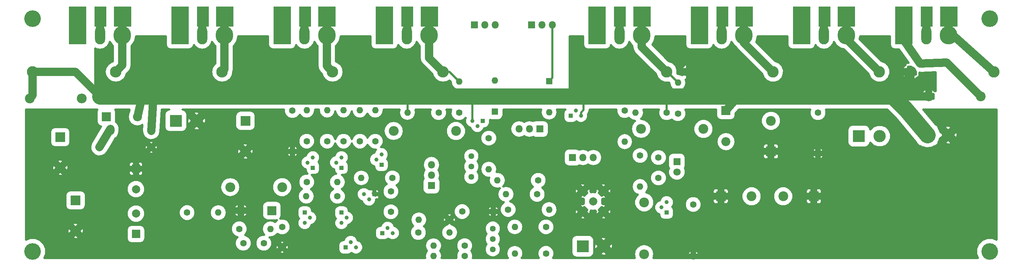
<source format=gbr>
G04 #@! TF.FileFunction,Copper,L1,Top,Signal*
%FSLAX46Y46*%
G04 Gerber Fmt 4.6, Leading zero omitted, Abs format (unit mm)*
G04 Created by KiCad (PCBNEW 4.0.7) date 08/21/20 07:00:09*
%MOMM*%
%LPD*%
G01*
G04 APERTURE LIST*
%ADD10C,0.100000*%
%ADD11R,1.800000X1.800000*%
%ADD12O,1.800000X1.800000*%
%ADD13C,1.600000*%
%ADD14O,1.600000X1.600000*%
%ADD15R,2.000000X2.000000*%
%ADD16C,2.000000*%
%ADD17R,2.400000X2.400000*%
%ADD18C,2.400000*%
%ADD19R,2.200000X2.200000*%
%ADD20O,2.200000X2.200000*%
%ADD21C,1.800000*%
%ADD22R,1.600000X1.600000*%
%ADD23C,1.000000*%
%ADD24R,1.000000X1.000000*%
%ADD25C,1.440000*%
%ADD26O,2.400000X2.400000*%
%ADD27R,4.300000X5.000000*%
%ADD28R,3.000000X5.000000*%
%ADD29R,4.300000X4.500000*%
%ADD30O,2.500000X4.500000*%
%ADD31O,4.300000X4.500000*%
%ADD32C,2.800000*%
%ADD33O,2.800000X2.800000*%
%ADD34R,3.000000X3.000000*%
%ADD35C,3.000000*%
%ADD36C,4.064000*%
%ADD37C,2.200000*%
%ADD38C,2.000000*%
%ADD39C,0.500000*%
%ADD40C,4.000000*%
G04 APERTURE END LIST*
D10*
D11*
X151000000Y-47500000D03*
D12*
X153540000Y-47500000D03*
X156080000Y-47500000D03*
D13*
X184000000Y-69000000D03*
D14*
X176380000Y-69000000D03*
D11*
X153000000Y-73000000D03*
D12*
X150460000Y-73000000D03*
X147920000Y-73000000D03*
D13*
X145250000Y-92750000D03*
D14*
X155250000Y-92750000D03*
D13*
X130900000Y-95250000D03*
D14*
X123400000Y-95250000D03*
D13*
X96000000Y-86000000D03*
D14*
X103500000Y-86000000D03*
D13*
X90000000Y-102000000D03*
X90000000Y-97000000D03*
X182000000Y-80000000D03*
X182000000Y-85000000D03*
X85500000Y-101000000D03*
X80500000Y-101000000D03*
D15*
X54250000Y-98750000D03*
D16*
X54250000Y-93750000D03*
D15*
X54250000Y-82750000D03*
D16*
X54250000Y-87750000D03*
D13*
X116575000Y-93300000D03*
X116575000Y-88300000D03*
X152600000Y-85575000D03*
D14*
X142600000Y-85575000D03*
D13*
X48000000Y-73500000D03*
D14*
X58000000Y-73500000D03*
D17*
X81000000Y-71000000D03*
D18*
X81000000Y-78500000D03*
D13*
X92500000Y-68500000D03*
D14*
X92500000Y-78500000D03*
D17*
X209500000Y-78500000D03*
D18*
X209500000Y-71000000D03*
D13*
X221000000Y-69000000D03*
D14*
X221000000Y-79000000D03*
D19*
X87500000Y-93000000D03*
D20*
X79880000Y-93000000D03*
D11*
X186500000Y-81000000D03*
D21*
X186500000Y-83540000D03*
D22*
X142000000Y-68750000D03*
D14*
X142000000Y-61130000D03*
D22*
X155250000Y-61250000D03*
D14*
X155250000Y-68870000D03*
D19*
X47000000Y-70000000D03*
D20*
X54620000Y-70000000D03*
D19*
X198500000Y-68500000D03*
D20*
X198500000Y-76120000D03*
D23*
X115770000Y-97230000D03*
X117040000Y-98500000D03*
D24*
X114500000Y-98500000D03*
D23*
X106770000Y-100730000D03*
X108040000Y-102000000D03*
D24*
X105500000Y-102000000D03*
D23*
X103230000Y-81230000D03*
X104500000Y-79960000D03*
D24*
X104500000Y-82500000D03*
D23*
X96230000Y-81230000D03*
X97500000Y-79960000D03*
D24*
X97500000Y-82500000D03*
D23*
X105770000Y-94770000D03*
X104500000Y-96040000D03*
D24*
X104500000Y-93500000D03*
D23*
X96770000Y-94770000D03*
X95500000Y-96040000D03*
D24*
X95500000Y-93500000D03*
D23*
X182730000Y-92230000D03*
X184000000Y-90960000D03*
D24*
X184000000Y-93500000D03*
D23*
X111230000Y-90270000D03*
X109960000Y-89000000D03*
D24*
X112500000Y-89000000D03*
D23*
X113005000Y-80505000D03*
X114275000Y-79235000D03*
D24*
X114275000Y-81775000D03*
D11*
X126500000Y-86875000D03*
D12*
X126500000Y-84335000D03*
X126500000Y-81795000D03*
D11*
X161000000Y-80000000D03*
D12*
X163540000Y-80000000D03*
X166080000Y-80000000D03*
D23*
X137730000Y-72270000D03*
X136460000Y-71000000D03*
D24*
X139000000Y-71000000D03*
D23*
X161770000Y-68480000D03*
X163040000Y-69750000D03*
D24*
X160500000Y-69750000D03*
D11*
X137000000Y-47500000D03*
D12*
X139540000Y-47500000D03*
X142080000Y-47500000D03*
D13*
X123300000Y-98375000D03*
D14*
X130920000Y-98375000D03*
D13*
X134000000Y-93250000D03*
D14*
X141620000Y-93250000D03*
D13*
X101000000Y-76000000D03*
D14*
X101000000Y-68380000D03*
D13*
X96000000Y-76000000D03*
D14*
X96000000Y-68380000D03*
D13*
X103500000Y-89500000D03*
D14*
X95880000Y-89500000D03*
D13*
X134620000Y-101600000D03*
D14*
X127000000Y-101600000D03*
D13*
X134620000Y-104140000D03*
D14*
X127000000Y-104140000D03*
D13*
X154500000Y-97000000D03*
D14*
X146880000Y-97000000D03*
D13*
X154500000Y-103500000D03*
D14*
X146880000Y-103500000D03*
D25*
X141500000Y-102500000D03*
X141500000Y-99960000D03*
X141500000Y-97420000D03*
D18*
X178500000Y-91000000D03*
D26*
X178500000Y-103700000D03*
D13*
X177500000Y-79500000D03*
D14*
X177500000Y-87120000D03*
D18*
X90000000Y-87250000D03*
D26*
X77300000Y-87250000D03*
D13*
X79500000Y-97500000D03*
D14*
X87120000Y-97500000D03*
D13*
X66750000Y-93500000D03*
D14*
X74370000Y-93500000D03*
D13*
X190500000Y-91500000D03*
D14*
X190500000Y-104200000D03*
D13*
X105000000Y-76000000D03*
D14*
X105000000Y-68380000D03*
D13*
X112750000Y-76000000D03*
D14*
X112750000Y-68380000D03*
D13*
X109000000Y-76000000D03*
D14*
X109000000Y-68380000D03*
D13*
X116950000Y-85000000D03*
D14*
X109330000Y-85000000D03*
D13*
X140500000Y-75250000D03*
D14*
X140500000Y-82870000D03*
D25*
X136250000Y-84750000D03*
X136250000Y-82210000D03*
X136250000Y-79670000D03*
D13*
X152325000Y-89000000D03*
D14*
X144705000Y-89000000D03*
D13*
X173750000Y-68500000D03*
D14*
X173750000Y-76120000D03*
D13*
X128250000Y-69000000D03*
D14*
X120630000Y-69000000D03*
D18*
X193000000Y-73000000D03*
D26*
X177760000Y-73000000D03*
D13*
X133250000Y-69000000D03*
D14*
X133250000Y-61380000D03*
D13*
X186750000Y-69250000D03*
D14*
X186750000Y-61630000D03*
D18*
X28250000Y-65500000D03*
D26*
X40950000Y-65500000D03*
D18*
X260750000Y-65000000D03*
D26*
X248050000Y-65000000D03*
D13*
X58000000Y-77500000D03*
D14*
X45300000Y-77500000D03*
D27*
X50968000Y-45428000D03*
D28*
X45588000Y-45428000D03*
D29*
X40000000Y-50000000D03*
D30*
X45450000Y-50000000D03*
D31*
X50900000Y-50000000D03*
D27*
X40000000Y-45428000D03*
X252968000Y-45428000D03*
D28*
X247588000Y-45428000D03*
D29*
X242000000Y-50000000D03*
D30*
X247450000Y-50000000D03*
D31*
X252900000Y-50000000D03*
D27*
X242000000Y-45428000D03*
X75968000Y-45428000D03*
D28*
X70588000Y-45428000D03*
D29*
X65000000Y-50000000D03*
D30*
X70450000Y-50000000D03*
D31*
X75900000Y-50000000D03*
D27*
X65000000Y-45428000D03*
X227968000Y-45428000D03*
D28*
X222588000Y-45428000D03*
D29*
X217000000Y-50000000D03*
D30*
X222450000Y-50000000D03*
D31*
X227900000Y-50000000D03*
D27*
X217000000Y-45428000D03*
X100968000Y-45428000D03*
D28*
X95588000Y-45428000D03*
D29*
X90000000Y-50000000D03*
D30*
X95450000Y-50000000D03*
D31*
X100900000Y-50000000D03*
D27*
X90000000Y-45428000D03*
X202968000Y-45428000D03*
D28*
X197588000Y-45428000D03*
D29*
X192000000Y-50000000D03*
D30*
X197450000Y-50000000D03*
D31*
X202900000Y-50000000D03*
D27*
X192000000Y-45428000D03*
X125968000Y-45428000D03*
D28*
X120588000Y-45428000D03*
D29*
X115000000Y-50000000D03*
D30*
X120450000Y-50000000D03*
D31*
X125900000Y-50000000D03*
D27*
X115000000Y-45428000D03*
X177968000Y-45428000D03*
D28*
X172588000Y-45428000D03*
D29*
X167000000Y-50000000D03*
D30*
X172450000Y-50000000D03*
D31*
X177900000Y-50000000D03*
D27*
X167000000Y-45428000D03*
D32*
X29000000Y-59000000D03*
D33*
X49320000Y-59000000D03*
D32*
X264000000Y-59000000D03*
D33*
X243680000Y-59000000D03*
D32*
X55000000Y-59000000D03*
D33*
X75320000Y-59000000D03*
D32*
X236000000Y-59000000D03*
D33*
X215680000Y-59000000D03*
D32*
X82000000Y-59000000D03*
D33*
X102320000Y-59000000D03*
D32*
X210000000Y-59000000D03*
D33*
X189680000Y-59000000D03*
D32*
X109000000Y-59000000D03*
D33*
X129320000Y-59000000D03*
D32*
X184000000Y-59000000D03*
D33*
X163680000Y-59000000D03*
D34*
X247750000Y-74500000D03*
D35*
X252830000Y-74500000D03*
D34*
X231000000Y-74750000D03*
D35*
X236080000Y-74750000D03*
D34*
X64000000Y-71000000D03*
D35*
X69080000Y-71000000D03*
D36*
X263000000Y-103000000D03*
X263000000Y-46000000D03*
X29000000Y-103000000D03*
X29000000Y-46000000D03*
D34*
X163500000Y-101750000D03*
D35*
X168580000Y-101750000D03*
D37*
X163460000Y-93290000D03*
X163460000Y-88210000D03*
X168540000Y-88210000D03*
X168540000Y-93290000D03*
D16*
X166000000Y-90750000D03*
D17*
X35750000Y-75000000D03*
D18*
X35750000Y-82500000D03*
D17*
X39500000Y-90500000D03*
D18*
X39500000Y-98000000D03*
D17*
X220000000Y-89500000D03*
D18*
X212500000Y-89500000D03*
D17*
X197250000Y-89500000D03*
D18*
X204750000Y-89500000D03*
X132500000Y-73500000D03*
D26*
X117260000Y-73500000D03*
D38*
X247450000Y-50000000D02*
X247450000Y-45566000D01*
X247450000Y-45566000D02*
X247588000Y-45428000D01*
X222450000Y-50000000D02*
X222450000Y-45566000D01*
X222450000Y-45566000D02*
X222588000Y-45428000D01*
X197450000Y-50000000D02*
X197450000Y-45566000D01*
X197450000Y-45566000D02*
X197588000Y-45428000D01*
X172450000Y-50000000D02*
X172450000Y-45566000D01*
X172450000Y-45566000D02*
X172588000Y-45428000D01*
D39*
X120630000Y-69000000D02*
X120630000Y-65000000D01*
X119500000Y-66000000D02*
X119500000Y-65000000D01*
X119630000Y-66000000D02*
X119500000Y-66000000D01*
X120630000Y-65000000D02*
X119630000Y-66000000D01*
X184000000Y-69000000D02*
X184000000Y-65000000D01*
X184000000Y-65000000D02*
X184000000Y-65750000D01*
X184000000Y-65750000D02*
X184000000Y-65000000D01*
X163040000Y-69750000D02*
X163040000Y-68960000D01*
X163680000Y-68320000D02*
X163680000Y-65000000D01*
X163040000Y-68960000D02*
X163680000Y-68320000D01*
D40*
X190680000Y-58750000D02*
X190680000Y-59430000D01*
X190680000Y-59430000D02*
X195000000Y-65000000D01*
D38*
X198500000Y-68500000D02*
X201500000Y-65000000D01*
X201500000Y-65000000D02*
X201500000Y-63500000D01*
X201500000Y-63500000D02*
X201500000Y-65000000D01*
X54620000Y-70000000D02*
X55620000Y-65620000D01*
X55620000Y-65620000D02*
X55000000Y-65000000D01*
D40*
X247750000Y-74500000D02*
X242500000Y-68250000D01*
X242500000Y-68250000D02*
X239250000Y-65000000D01*
D38*
X58000000Y-73500000D02*
X58500000Y-65000000D01*
X58500000Y-65000000D02*
X58000000Y-64500000D01*
X58000000Y-64500000D02*
X58000000Y-65000000D01*
D39*
X136460000Y-71000000D02*
X136460000Y-65000000D01*
X136460000Y-65000000D02*
X136250000Y-65000000D01*
D38*
X29000000Y-59000000D02*
X29000000Y-64750000D01*
X29000000Y-64750000D02*
X28250000Y-65500000D01*
X29000000Y-59000000D02*
X39500000Y-59000000D01*
X39500000Y-59000000D02*
X45500000Y-65000000D01*
X243680000Y-59000000D02*
X242680000Y-61570000D01*
X242680000Y-61570000D02*
X239250000Y-65000000D01*
X248050000Y-65000000D02*
X241000000Y-65000000D01*
D40*
X55000000Y-59000000D02*
X55000000Y-65000000D01*
X55000000Y-65000000D02*
X53000000Y-65000000D01*
X82000000Y-59000000D02*
X76000000Y-65000000D01*
X80000000Y-64000000D02*
X80000000Y-65000000D01*
X79000000Y-65000000D02*
X80000000Y-64000000D01*
X76000000Y-65000000D02*
X79000000Y-65000000D01*
X109000000Y-59000000D02*
X109000000Y-61000000D01*
X109000000Y-61000000D02*
X105000000Y-65000000D01*
X163680000Y-59000000D02*
X163680000Y-65000000D01*
X163000000Y-64000000D02*
X163000000Y-65000000D01*
X163000000Y-64320000D02*
X163000000Y-64000000D01*
X163680000Y-65000000D02*
X163000000Y-64320000D01*
X215680000Y-59000000D02*
X215680000Y-65000000D01*
X216000000Y-64000000D02*
X216000000Y-65000000D01*
X216000000Y-64680000D02*
X216000000Y-64000000D01*
X215680000Y-65000000D02*
X216000000Y-64680000D01*
X45500000Y-65000000D02*
X53000000Y-65000000D01*
X53000000Y-65000000D02*
X58000000Y-65000000D01*
X58000000Y-65000000D02*
X80000000Y-65000000D01*
X80000000Y-65000000D02*
X100000000Y-65000000D01*
X100000000Y-65000000D02*
X105000000Y-65000000D01*
X105000000Y-65000000D02*
X119500000Y-65000000D01*
X119500000Y-65000000D02*
X122250000Y-65000000D01*
X122250000Y-65000000D02*
X125500000Y-65000000D01*
X125500000Y-65000000D02*
X136250000Y-65000000D01*
X136250000Y-65000000D02*
X159750000Y-65000000D01*
X159750000Y-65000000D02*
X163000000Y-65000000D01*
X163000000Y-65000000D02*
X177250000Y-65000000D01*
X177250000Y-65000000D02*
X184000000Y-65000000D01*
X184000000Y-65000000D02*
X190000000Y-65000000D01*
X190000000Y-65000000D02*
X195000000Y-65000000D01*
X195000000Y-65000000D02*
X201500000Y-65000000D01*
X201500000Y-65000000D02*
X216000000Y-65000000D01*
X216000000Y-65000000D02*
X239250000Y-65000000D01*
X239250000Y-65000000D02*
X241000000Y-65000000D01*
D39*
X156080000Y-47500000D02*
X156080000Y-60420000D01*
X156080000Y-60420000D02*
X155250000Y-61250000D01*
D38*
X48000000Y-73500000D02*
X48000000Y-73000000D01*
X48000000Y-73000000D02*
X45300000Y-77500000D01*
X120588000Y-45428000D02*
X120588000Y-49862000D01*
X120588000Y-49862000D02*
X120450000Y-50000000D01*
X95450000Y-50000000D02*
X95450000Y-45566000D01*
X95450000Y-45566000D02*
X95588000Y-45428000D01*
X70450000Y-50000000D02*
X70450000Y-45566000D01*
X70450000Y-45566000D02*
X70588000Y-45428000D01*
X45450000Y-50000000D02*
X45450000Y-45566000D01*
X45450000Y-45566000D02*
X45588000Y-45428000D01*
X115000000Y-50000000D02*
X115000000Y-45428000D01*
X90000000Y-50000000D02*
X90000000Y-45428000D01*
X65000000Y-50000000D02*
X65000000Y-45428000D01*
X40000000Y-50000000D02*
X40000000Y-45428000D01*
X242000000Y-50000000D02*
X242000000Y-45428000D01*
X217000000Y-50000000D02*
X217000000Y-45428000D01*
X242000000Y-50000000D02*
X242000000Y-51250000D01*
X242000000Y-51250000D02*
X246000000Y-57000000D01*
X252500000Y-56750000D02*
X260750000Y-65000000D01*
X246000000Y-57000000D02*
X252500000Y-56750000D01*
X192000000Y-50000000D02*
X192000000Y-45428000D01*
X167000000Y-50000000D02*
X167000000Y-45428000D01*
X50900000Y-50000000D02*
X50900000Y-57420000D01*
X50900000Y-57420000D02*
X49320000Y-59000000D01*
X50900000Y-50000000D02*
X50900000Y-45496000D01*
X50900000Y-45496000D02*
X50968000Y-45428000D01*
X252900000Y-50000000D02*
X254000000Y-50000000D01*
X254000000Y-50000000D02*
X264000000Y-59000000D01*
X252900000Y-50000000D02*
X252900000Y-45496000D01*
X252900000Y-45496000D02*
X252968000Y-45428000D01*
X75900000Y-50000000D02*
X75900000Y-58420000D01*
X75900000Y-58420000D02*
X75320000Y-59000000D01*
X75900000Y-50000000D02*
X75900000Y-45496000D01*
X75900000Y-45496000D02*
X75968000Y-45428000D01*
X227900000Y-50000000D02*
X227900000Y-45496000D01*
X227900000Y-45496000D02*
X227968000Y-45428000D01*
X227900000Y-50000000D02*
X227900000Y-50900000D01*
X227900000Y-50900000D02*
X236000000Y-59000000D01*
X100900000Y-50000000D02*
X100900000Y-57580000D01*
X100900000Y-57580000D02*
X102320000Y-59000000D01*
X100900000Y-50000000D02*
X100900000Y-45496000D01*
X100900000Y-45496000D02*
X100968000Y-45428000D01*
X202900000Y-50000000D02*
X202900000Y-51900000D01*
X202900000Y-51900000D02*
X210000000Y-59000000D01*
X202900000Y-50000000D02*
X202900000Y-45496000D01*
X202900000Y-45496000D02*
X202968000Y-45428000D01*
D39*
X129320000Y-59000000D02*
X130870000Y-59000000D01*
X130870000Y-59000000D02*
X133250000Y-61380000D01*
D38*
X125900000Y-50000000D02*
X125900000Y-55580000D01*
X125900000Y-55580000D02*
X129320000Y-59000000D01*
X125900000Y-50000000D02*
X125900000Y-45496000D01*
X125900000Y-45496000D02*
X125968000Y-45428000D01*
D39*
X184000000Y-59000000D02*
X184120000Y-59000000D01*
X184120000Y-59000000D02*
X186750000Y-61630000D01*
D38*
X177900000Y-50000000D02*
X177900000Y-52900000D01*
X177900000Y-52900000D02*
X184000000Y-59000000D01*
X177900000Y-50000000D02*
X177900000Y-45496000D01*
X177900000Y-45496000D02*
X177968000Y-45428000D01*
D39*
G36*
X163575512Y-52250000D02*
X163662673Y-52713222D01*
X163936437Y-53138663D01*
X164354153Y-53424076D01*
X164850000Y-53524488D01*
X169150000Y-53524488D01*
X169613222Y-53437327D01*
X170038663Y-53163563D01*
X170324076Y-52745847D01*
X170393314Y-52403939D01*
X170682233Y-52836336D01*
X171493291Y-53378268D01*
X172450000Y-53568569D01*
X173406709Y-53378268D01*
X174217767Y-52836336D01*
X174759699Y-52025278D01*
X174844656Y-51598170D01*
X175495837Y-52572732D01*
X175650000Y-52675740D01*
X175650000Y-52900000D01*
X175821271Y-53761038D01*
X176309010Y-54490990D01*
X181354270Y-59536250D01*
X181752129Y-60499144D01*
X182496935Y-61245251D01*
X183470570Y-61649539D01*
X184524805Y-61650459D01*
X184612786Y-61614106D01*
X184707737Y-61709057D01*
X184856047Y-62454663D01*
X185300431Y-63119731D01*
X185965499Y-63564115D01*
X186750000Y-63720162D01*
X187534501Y-63564115D01*
X188199569Y-63119731D01*
X188643953Y-62454663D01*
X188800000Y-61670162D01*
X188800000Y-61589838D01*
X188663120Y-60901696D01*
X188669280Y-60906716D01*
X188980000Y-60851853D01*
X188980000Y-59700000D01*
X190380000Y-59700000D01*
X190380000Y-60851853D01*
X190690720Y-60906716D01*
X191343452Y-60374790D01*
X191586678Y-60010714D01*
X191519835Y-59700000D01*
X190380000Y-59700000D01*
X188980000Y-59700000D01*
X187840165Y-59700000D01*
X187802524Y-59874972D01*
X187534501Y-59695885D01*
X186788895Y-59547575D01*
X186649645Y-59408325D01*
X186650459Y-58475195D01*
X186449686Y-57989286D01*
X187773322Y-57989286D01*
X187840165Y-58300000D01*
X188980000Y-58300000D01*
X188980000Y-57148147D01*
X190380000Y-57148147D01*
X190380000Y-58300000D01*
X191519835Y-58300000D01*
X191586678Y-57989286D01*
X191343452Y-57625210D01*
X190690720Y-57093284D01*
X190380000Y-57148147D01*
X188980000Y-57148147D01*
X188669280Y-57093284D01*
X188016548Y-57625210D01*
X187773322Y-57989286D01*
X186449686Y-57989286D01*
X186247871Y-57500856D01*
X185503065Y-56754749D01*
X184534579Y-56352599D01*
X180484628Y-52302648D01*
X181041190Y-51469693D01*
X181283802Y-50250000D01*
X188575512Y-50250000D01*
X188575512Y-52250000D01*
X188662673Y-52713222D01*
X188936437Y-53138663D01*
X189354153Y-53424076D01*
X189850000Y-53524488D01*
X194150000Y-53524488D01*
X194613222Y-53437327D01*
X195038663Y-53163563D01*
X195324076Y-52745847D01*
X195393314Y-52403939D01*
X195682233Y-52836336D01*
X196493291Y-53378268D01*
X197450000Y-53568569D01*
X198406709Y-53378268D01*
X199217767Y-52836336D01*
X199759699Y-52025278D01*
X199844656Y-51598170D01*
X200495837Y-52572732D01*
X200856449Y-52813685D01*
X201309010Y-53490990D01*
X207354270Y-59536250D01*
X207752129Y-60499144D01*
X208496935Y-61245251D01*
X209470570Y-61649539D01*
X210524805Y-61650459D01*
X211499144Y-61247871D01*
X212245251Y-60503065D01*
X212449692Y-60010714D01*
X213773322Y-60010714D01*
X214016548Y-60374790D01*
X214669280Y-60906716D01*
X214980000Y-60851853D01*
X214980000Y-59700000D01*
X216380000Y-59700000D01*
X216380000Y-60851853D01*
X216690720Y-60906716D01*
X217343452Y-60374790D01*
X217586678Y-60010714D01*
X217519835Y-59700000D01*
X216380000Y-59700000D01*
X214980000Y-59700000D01*
X213840165Y-59700000D01*
X213773322Y-60010714D01*
X212449692Y-60010714D01*
X212649539Y-59529430D01*
X212650459Y-58475195D01*
X212449686Y-57989286D01*
X213773322Y-57989286D01*
X213840165Y-58300000D01*
X214980000Y-58300000D01*
X214980000Y-57148147D01*
X216380000Y-57148147D01*
X216380000Y-58300000D01*
X217519835Y-58300000D01*
X217586678Y-57989286D01*
X217343452Y-57625210D01*
X216690720Y-57093284D01*
X216380000Y-57148147D01*
X214980000Y-57148147D01*
X214669280Y-57093284D01*
X214016548Y-57625210D01*
X213773322Y-57989286D01*
X212449686Y-57989286D01*
X212247871Y-57500856D01*
X211503065Y-56754749D01*
X210534579Y-56352599D01*
X205885171Y-51703191D01*
X206041190Y-51469693D01*
X206283802Y-50250000D01*
X213575512Y-50250000D01*
X213575512Y-52250000D01*
X213662673Y-52713222D01*
X213936437Y-53138663D01*
X214354153Y-53424076D01*
X214850000Y-53524488D01*
X219150000Y-53524488D01*
X219613222Y-53437327D01*
X220038663Y-53163563D01*
X220324076Y-52745847D01*
X220393314Y-52403939D01*
X220682233Y-52836336D01*
X221493291Y-53378268D01*
X222450000Y-53568569D01*
X223406709Y-53378268D01*
X224217767Y-52836336D01*
X224759699Y-52025278D01*
X224844656Y-51598170D01*
X225495837Y-52572732D01*
X226598876Y-53309759D01*
X227259107Y-53441087D01*
X233354270Y-59536250D01*
X233752129Y-60499144D01*
X234496935Y-61245251D01*
X235470570Y-61649539D01*
X236524805Y-61650459D01*
X237499144Y-61247871D01*
X238245251Y-60503065D01*
X238449692Y-60010714D01*
X241773322Y-60010714D01*
X242016548Y-60374790D01*
X242669280Y-60906716D01*
X242980000Y-60851853D01*
X242980000Y-59700000D01*
X241840165Y-59700000D01*
X241773322Y-60010714D01*
X238449692Y-60010714D01*
X238649539Y-59529430D01*
X238650459Y-58475195D01*
X238247871Y-57500856D01*
X237503065Y-56754749D01*
X236534579Y-56352599D01*
X231142476Y-50960496D01*
X231283802Y-50250000D01*
X238575512Y-50250000D01*
X238575512Y-52250000D01*
X238662673Y-52713222D01*
X238936437Y-53138663D01*
X239354153Y-53424076D01*
X239850000Y-53524488D01*
X240841376Y-53524488D01*
X243149210Y-56842000D01*
X242429998Y-56842000D01*
X242429998Y-57288280D01*
X242016548Y-57625210D01*
X241773322Y-57989286D01*
X241840165Y-58300000D01*
X242980000Y-58300000D01*
X242980000Y-57730000D01*
X243766949Y-57730000D01*
X244152963Y-58284895D01*
X244328358Y-58453832D01*
X244471332Y-58650961D01*
X244641473Y-58755417D01*
X244785269Y-58893919D01*
X244950000Y-58958561D01*
X244950000Y-59700000D01*
X244380000Y-59700000D01*
X244380000Y-60851853D01*
X244690720Y-60906716D01*
X245343452Y-60374790D01*
X245426818Y-60250002D01*
X245838000Y-60250002D01*
X245838000Y-59210194D01*
X245845982Y-59210044D01*
X246086475Y-59248338D01*
X249750000Y-59107433D01*
X249750000Y-63749998D01*
X249552596Y-63749998D01*
X249535438Y-63724315D01*
X248934182Y-63252968D01*
X248650000Y-63325660D01*
X248650000Y-64400000D01*
X249250000Y-64400000D01*
X249250000Y-65600000D01*
X248650000Y-65600000D01*
X248650000Y-65750000D01*
X247450000Y-65750000D01*
X247450000Y-65600000D01*
X246386392Y-65600000D01*
X246342376Y-65750000D01*
X160250000Y-65750000D01*
X160250000Y-64115824D01*
X246303003Y-64115824D01*
X246386392Y-64400000D01*
X247450000Y-64400000D01*
X247450000Y-63325660D01*
X247165818Y-63252968D01*
X246564562Y-63724315D01*
X246303003Y-64115824D01*
X160250000Y-64115824D01*
X160250000Y-60010714D01*
X161773322Y-60010714D01*
X162016548Y-60374790D01*
X162669280Y-60906716D01*
X162980000Y-60851853D01*
X162980000Y-59700000D01*
X164380000Y-59700000D01*
X164380000Y-60851853D01*
X164690720Y-60906716D01*
X165343452Y-60374790D01*
X165586678Y-60010714D01*
X165519835Y-59700000D01*
X164380000Y-59700000D01*
X162980000Y-59700000D01*
X161840165Y-59700000D01*
X161773322Y-60010714D01*
X160250000Y-60010714D01*
X160250000Y-57989286D01*
X161773322Y-57989286D01*
X161840165Y-58300000D01*
X162980000Y-58300000D01*
X162980000Y-57148147D01*
X164380000Y-57148147D01*
X164380000Y-58300000D01*
X165519835Y-58300000D01*
X165586678Y-57989286D01*
X165343452Y-57625210D01*
X164690720Y-57093284D01*
X164380000Y-57148147D01*
X162980000Y-57148147D01*
X162669280Y-57093284D01*
X162016548Y-57625210D01*
X161773322Y-57989286D01*
X160250000Y-57989286D01*
X160250000Y-50250000D01*
X163575512Y-50250000D01*
X163575512Y-52250000D01*
X163575512Y-52250000D01*
G37*
X163575512Y-52250000D02*
X163662673Y-52713222D01*
X163936437Y-53138663D01*
X164354153Y-53424076D01*
X164850000Y-53524488D01*
X169150000Y-53524488D01*
X169613222Y-53437327D01*
X170038663Y-53163563D01*
X170324076Y-52745847D01*
X170393314Y-52403939D01*
X170682233Y-52836336D01*
X171493291Y-53378268D01*
X172450000Y-53568569D01*
X173406709Y-53378268D01*
X174217767Y-52836336D01*
X174759699Y-52025278D01*
X174844656Y-51598170D01*
X175495837Y-52572732D01*
X175650000Y-52675740D01*
X175650000Y-52900000D01*
X175821271Y-53761038D01*
X176309010Y-54490990D01*
X181354270Y-59536250D01*
X181752129Y-60499144D01*
X182496935Y-61245251D01*
X183470570Y-61649539D01*
X184524805Y-61650459D01*
X184612786Y-61614106D01*
X184707737Y-61709057D01*
X184856047Y-62454663D01*
X185300431Y-63119731D01*
X185965499Y-63564115D01*
X186750000Y-63720162D01*
X187534501Y-63564115D01*
X188199569Y-63119731D01*
X188643953Y-62454663D01*
X188800000Y-61670162D01*
X188800000Y-61589838D01*
X188663120Y-60901696D01*
X188669280Y-60906716D01*
X188980000Y-60851853D01*
X188980000Y-59700000D01*
X190380000Y-59700000D01*
X190380000Y-60851853D01*
X190690720Y-60906716D01*
X191343452Y-60374790D01*
X191586678Y-60010714D01*
X191519835Y-59700000D01*
X190380000Y-59700000D01*
X188980000Y-59700000D01*
X187840165Y-59700000D01*
X187802524Y-59874972D01*
X187534501Y-59695885D01*
X186788895Y-59547575D01*
X186649645Y-59408325D01*
X186650459Y-58475195D01*
X186449686Y-57989286D01*
X187773322Y-57989286D01*
X187840165Y-58300000D01*
X188980000Y-58300000D01*
X188980000Y-57148147D01*
X190380000Y-57148147D01*
X190380000Y-58300000D01*
X191519835Y-58300000D01*
X191586678Y-57989286D01*
X191343452Y-57625210D01*
X190690720Y-57093284D01*
X190380000Y-57148147D01*
X188980000Y-57148147D01*
X188669280Y-57093284D01*
X188016548Y-57625210D01*
X187773322Y-57989286D01*
X186449686Y-57989286D01*
X186247871Y-57500856D01*
X185503065Y-56754749D01*
X184534579Y-56352599D01*
X180484628Y-52302648D01*
X181041190Y-51469693D01*
X181283802Y-50250000D01*
X188575512Y-50250000D01*
X188575512Y-52250000D01*
X188662673Y-52713222D01*
X188936437Y-53138663D01*
X189354153Y-53424076D01*
X189850000Y-53524488D01*
X194150000Y-53524488D01*
X194613222Y-53437327D01*
X195038663Y-53163563D01*
X195324076Y-52745847D01*
X195393314Y-52403939D01*
X195682233Y-52836336D01*
X196493291Y-53378268D01*
X197450000Y-53568569D01*
X198406709Y-53378268D01*
X199217767Y-52836336D01*
X199759699Y-52025278D01*
X199844656Y-51598170D01*
X200495837Y-52572732D01*
X200856449Y-52813685D01*
X201309010Y-53490990D01*
X207354270Y-59536250D01*
X207752129Y-60499144D01*
X208496935Y-61245251D01*
X209470570Y-61649539D01*
X210524805Y-61650459D01*
X211499144Y-61247871D01*
X212245251Y-60503065D01*
X212449692Y-60010714D01*
X213773322Y-60010714D01*
X214016548Y-60374790D01*
X214669280Y-60906716D01*
X214980000Y-60851853D01*
X214980000Y-59700000D01*
X216380000Y-59700000D01*
X216380000Y-60851853D01*
X216690720Y-60906716D01*
X217343452Y-60374790D01*
X217586678Y-60010714D01*
X217519835Y-59700000D01*
X216380000Y-59700000D01*
X214980000Y-59700000D01*
X213840165Y-59700000D01*
X213773322Y-60010714D01*
X212449692Y-60010714D01*
X212649539Y-59529430D01*
X212650459Y-58475195D01*
X212449686Y-57989286D01*
X213773322Y-57989286D01*
X213840165Y-58300000D01*
X214980000Y-58300000D01*
X214980000Y-57148147D01*
X216380000Y-57148147D01*
X216380000Y-58300000D01*
X217519835Y-58300000D01*
X217586678Y-57989286D01*
X217343452Y-57625210D01*
X216690720Y-57093284D01*
X216380000Y-57148147D01*
X214980000Y-57148147D01*
X214669280Y-57093284D01*
X214016548Y-57625210D01*
X213773322Y-57989286D01*
X212449686Y-57989286D01*
X212247871Y-57500856D01*
X211503065Y-56754749D01*
X210534579Y-56352599D01*
X205885171Y-51703191D01*
X206041190Y-51469693D01*
X206283802Y-50250000D01*
X213575512Y-50250000D01*
X213575512Y-52250000D01*
X213662673Y-52713222D01*
X213936437Y-53138663D01*
X214354153Y-53424076D01*
X214850000Y-53524488D01*
X219150000Y-53524488D01*
X219613222Y-53437327D01*
X220038663Y-53163563D01*
X220324076Y-52745847D01*
X220393314Y-52403939D01*
X220682233Y-52836336D01*
X221493291Y-53378268D01*
X222450000Y-53568569D01*
X223406709Y-53378268D01*
X224217767Y-52836336D01*
X224759699Y-52025278D01*
X224844656Y-51598170D01*
X225495837Y-52572732D01*
X226598876Y-53309759D01*
X227259107Y-53441087D01*
X233354270Y-59536250D01*
X233752129Y-60499144D01*
X234496935Y-61245251D01*
X235470570Y-61649539D01*
X236524805Y-61650459D01*
X237499144Y-61247871D01*
X238245251Y-60503065D01*
X238449692Y-60010714D01*
X241773322Y-60010714D01*
X242016548Y-60374790D01*
X242669280Y-60906716D01*
X242980000Y-60851853D01*
X242980000Y-59700000D01*
X241840165Y-59700000D01*
X241773322Y-60010714D01*
X238449692Y-60010714D01*
X238649539Y-59529430D01*
X238650459Y-58475195D01*
X238247871Y-57500856D01*
X237503065Y-56754749D01*
X236534579Y-56352599D01*
X231142476Y-50960496D01*
X231283802Y-50250000D01*
X238575512Y-50250000D01*
X238575512Y-52250000D01*
X238662673Y-52713222D01*
X238936437Y-53138663D01*
X239354153Y-53424076D01*
X239850000Y-53524488D01*
X240841376Y-53524488D01*
X243149210Y-56842000D01*
X242429998Y-56842000D01*
X242429998Y-57288280D01*
X242016548Y-57625210D01*
X241773322Y-57989286D01*
X241840165Y-58300000D01*
X242980000Y-58300000D01*
X242980000Y-57730000D01*
X243766949Y-57730000D01*
X244152963Y-58284895D01*
X244328358Y-58453832D01*
X244471332Y-58650961D01*
X244641473Y-58755417D01*
X244785269Y-58893919D01*
X244950000Y-58958561D01*
X244950000Y-59700000D01*
X244380000Y-59700000D01*
X244380000Y-60851853D01*
X244690720Y-60906716D01*
X245343452Y-60374790D01*
X245426818Y-60250002D01*
X245838000Y-60250002D01*
X245838000Y-59210194D01*
X245845982Y-59210044D01*
X246086475Y-59248338D01*
X249750000Y-59107433D01*
X249750000Y-63749998D01*
X249552596Y-63749998D01*
X249535438Y-63724315D01*
X248934182Y-63252968D01*
X248650000Y-63325660D01*
X248650000Y-64400000D01*
X249250000Y-64400000D01*
X249250000Y-65600000D01*
X248650000Y-65600000D01*
X248650000Y-65750000D01*
X247450000Y-65750000D01*
X247450000Y-65600000D01*
X246386392Y-65600000D01*
X246342376Y-65750000D01*
X160250000Y-65750000D01*
X160250000Y-64115824D01*
X246303003Y-64115824D01*
X246386392Y-64400000D01*
X247450000Y-64400000D01*
X247450000Y-63325660D01*
X247165818Y-63252968D01*
X246564562Y-63724315D01*
X246303003Y-64115824D01*
X160250000Y-64115824D01*
X160250000Y-60010714D01*
X161773322Y-60010714D01*
X162016548Y-60374790D01*
X162669280Y-60906716D01*
X162980000Y-60851853D01*
X162980000Y-59700000D01*
X164380000Y-59700000D01*
X164380000Y-60851853D01*
X164690720Y-60906716D01*
X165343452Y-60374790D01*
X165586678Y-60010714D01*
X165519835Y-59700000D01*
X164380000Y-59700000D01*
X162980000Y-59700000D01*
X161840165Y-59700000D01*
X161773322Y-60010714D01*
X160250000Y-60010714D01*
X160250000Y-57989286D01*
X161773322Y-57989286D01*
X161840165Y-58300000D01*
X162980000Y-58300000D01*
X162980000Y-57148147D01*
X164380000Y-57148147D01*
X164380000Y-58300000D01*
X165519835Y-58300000D01*
X165586678Y-57989286D01*
X165343452Y-57625210D01*
X164690720Y-57093284D01*
X164380000Y-57148147D01*
X162980000Y-57148147D01*
X162669280Y-57093284D01*
X162016548Y-57625210D01*
X161773322Y-57989286D01*
X160250000Y-57989286D01*
X160250000Y-50250000D01*
X163575512Y-50250000D01*
X163575512Y-52250000D01*
G36*
X61575512Y-52250000D02*
X61662673Y-52713222D01*
X61936437Y-53138663D01*
X62354153Y-53424076D01*
X62850000Y-53524488D01*
X67150000Y-53524488D01*
X67613222Y-53437327D01*
X68038663Y-53163563D01*
X68324076Y-52745847D01*
X68393314Y-52403939D01*
X68682233Y-52836336D01*
X69493291Y-53378268D01*
X70450000Y-53568569D01*
X71406709Y-53378268D01*
X72217767Y-52836336D01*
X72759699Y-52025278D01*
X72844656Y-51598170D01*
X73495837Y-52572732D01*
X73650000Y-52675740D01*
X73650000Y-56955280D01*
X73394250Y-57126167D01*
X72819802Y-57985889D01*
X72618083Y-59000000D01*
X72819802Y-60014111D01*
X73394250Y-60873833D01*
X74253972Y-61448281D01*
X75268083Y-61650000D01*
X75371917Y-61650000D01*
X76386028Y-61448281D01*
X77245750Y-60873833D01*
X77276460Y-60827872D01*
X81162078Y-60827872D01*
X81340216Y-61099026D01*
X82193702Y-61191735D01*
X82659784Y-61099026D01*
X82837922Y-60827872D01*
X82000000Y-59989949D01*
X81162078Y-60827872D01*
X77276460Y-60827872D01*
X77820198Y-60014111D01*
X77960626Y-59308131D01*
X77978729Y-59281038D01*
X77996101Y-59193702D01*
X79808265Y-59193702D01*
X79900974Y-59659784D01*
X80172128Y-59837922D01*
X81010051Y-59000000D01*
X82989949Y-59000000D01*
X83827872Y-59837922D01*
X84099026Y-59659784D01*
X84191735Y-58806298D01*
X84099026Y-58340216D01*
X83827872Y-58162078D01*
X82989949Y-59000000D01*
X81010051Y-59000000D01*
X80172128Y-58162078D01*
X79900974Y-58340216D01*
X79808265Y-59193702D01*
X77996101Y-59193702D01*
X78150000Y-58420000D01*
X78150000Y-57172128D01*
X81162078Y-57172128D01*
X82000000Y-58010051D01*
X82837922Y-57172128D01*
X82659784Y-56900974D01*
X81806298Y-56808265D01*
X81340216Y-56900974D01*
X81162078Y-57172128D01*
X78150000Y-57172128D01*
X78150000Y-52675740D01*
X78304163Y-52572732D01*
X79041190Y-51469693D01*
X79283802Y-50250000D01*
X86575512Y-50250000D01*
X86575512Y-52250000D01*
X86662673Y-52713222D01*
X86936437Y-53138663D01*
X87354153Y-53424076D01*
X87850000Y-53524488D01*
X92150000Y-53524488D01*
X92613222Y-53437327D01*
X93038663Y-53163563D01*
X93324076Y-52745847D01*
X93393314Y-52403939D01*
X93682233Y-52836336D01*
X94493291Y-53378268D01*
X95450000Y-53568569D01*
X96406709Y-53378268D01*
X97217767Y-52836336D01*
X97759699Y-52025278D01*
X97844656Y-51598170D01*
X98495837Y-52572732D01*
X98650000Y-52675740D01*
X98650000Y-57580000D01*
X98821271Y-58441038D01*
X99309010Y-59170990D01*
X99737284Y-59599264D01*
X99819802Y-60014111D01*
X100394250Y-60873833D01*
X101253972Y-61448281D01*
X102268083Y-61650000D01*
X102371917Y-61650000D01*
X103386028Y-61448281D01*
X104245750Y-60873833D01*
X104276460Y-60827872D01*
X108162078Y-60827872D01*
X108340216Y-61099026D01*
X109193702Y-61191735D01*
X109659784Y-61099026D01*
X109837922Y-60827872D01*
X109000000Y-59989949D01*
X108162078Y-60827872D01*
X104276460Y-60827872D01*
X104820198Y-60014111D01*
X104983387Y-59193702D01*
X106808265Y-59193702D01*
X106900974Y-59659784D01*
X107172128Y-59837922D01*
X108010051Y-59000000D01*
X109989949Y-59000000D01*
X110827872Y-59837922D01*
X111099026Y-59659784D01*
X111191735Y-58806298D01*
X111099026Y-58340216D01*
X110827872Y-58162078D01*
X109989949Y-59000000D01*
X108010051Y-59000000D01*
X107172128Y-58162078D01*
X106900974Y-58340216D01*
X106808265Y-59193702D01*
X104983387Y-59193702D01*
X105021917Y-59000000D01*
X104820198Y-57985889D01*
X104276461Y-57172128D01*
X108162078Y-57172128D01*
X109000000Y-58010051D01*
X109837922Y-57172128D01*
X109659784Y-56900974D01*
X108806298Y-56808265D01*
X108340216Y-56900974D01*
X108162078Y-57172128D01*
X104276461Y-57172128D01*
X104245750Y-57126167D01*
X103386028Y-56551719D01*
X103150000Y-56504770D01*
X103150000Y-52675740D01*
X103304163Y-52572732D01*
X104041190Y-51469693D01*
X104283802Y-50250000D01*
X111575512Y-50250000D01*
X111575512Y-52250000D01*
X111662673Y-52713222D01*
X111936437Y-53138663D01*
X112354153Y-53424076D01*
X112850000Y-53524488D01*
X117150000Y-53524488D01*
X117613222Y-53437327D01*
X118038663Y-53163563D01*
X118324076Y-52745847D01*
X118393314Y-52403939D01*
X118682233Y-52836336D01*
X119493291Y-53378268D01*
X120450000Y-53568569D01*
X121406709Y-53378268D01*
X122217767Y-52836336D01*
X122759699Y-52025278D01*
X122844656Y-51598170D01*
X123495837Y-52572732D01*
X123650000Y-52675740D01*
X123650000Y-55580000D01*
X123821271Y-56441038D01*
X124309010Y-57170990D01*
X126737284Y-59599265D01*
X126819802Y-60014111D01*
X127394250Y-60873833D01*
X128253972Y-61448281D01*
X129268083Y-61650000D01*
X129371917Y-61650000D01*
X130386028Y-61448281D01*
X130872147Y-61123467D01*
X131207737Y-61459057D01*
X131356047Y-62204663D01*
X131800431Y-62869731D01*
X132465499Y-63314115D01*
X132750000Y-63370706D01*
X132750000Y-65750000D01*
X44250000Y-65750000D01*
X44250000Y-53215706D01*
X44493291Y-53378268D01*
X45450000Y-53568569D01*
X46406709Y-53378268D01*
X47217767Y-52836336D01*
X47759699Y-52025278D01*
X47844656Y-51598170D01*
X48495837Y-52572732D01*
X48650000Y-52675740D01*
X48650000Y-56472944D01*
X48253972Y-56551719D01*
X47394250Y-57126167D01*
X46819802Y-57985889D01*
X46618083Y-59000000D01*
X46819802Y-60014111D01*
X47394250Y-60873833D01*
X48253972Y-61448281D01*
X49268083Y-61650000D01*
X49371917Y-61650000D01*
X50386028Y-61448281D01*
X51245750Y-60873833D01*
X51276460Y-60827872D01*
X54162078Y-60827872D01*
X54340216Y-61099026D01*
X55193702Y-61191735D01*
X55659784Y-61099026D01*
X55837922Y-60827872D01*
X55000000Y-59989949D01*
X54162078Y-60827872D01*
X51276460Y-60827872D01*
X51820198Y-60014111D01*
X51902716Y-59599265D01*
X52490990Y-59010991D01*
X52893556Y-58408509D01*
X52808265Y-59193702D01*
X52900974Y-59659784D01*
X53172128Y-59837922D01*
X54010051Y-59000000D01*
X55989949Y-59000000D01*
X56827872Y-59837922D01*
X57099026Y-59659784D01*
X57191735Y-58806298D01*
X57099026Y-58340216D01*
X56827872Y-58162078D01*
X55989949Y-59000000D01*
X54010051Y-59000000D01*
X53172128Y-58162078D01*
X52969087Y-58295468D01*
X52978729Y-58281038D01*
X53150000Y-57420000D01*
X53150000Y-57172128D01*
X54162078Y-57172128D01*
X55000000Y-58010051D01*
X55837922Y-57172128D01*
X55659784Y-56900974D01*
X54806298Y-56808265D01*
X54340216Y-56900974D01*
X54162078Y-57172128D01*
X53150000Y-57172128D01*
X53150000Y-52675740D01*
X53304163Y-52572732D01*
X54041190Y-51469693D01*
X54283802Y-50250000D01*
X61575512Y-50250000D01*
X61575512Y-52250000D01*
X61575512Y-52250000D01*
G37*
X61575512Y-52250000D02*
X61662673Y-52713222D01*
X61936437Y-53138663D01*
X62354153Y-53424076D01*
X62850000Y-53524488D01*
X67150000Y-53524488D01*
X67613222Y-53437327D01*
X68038663Y-53163563D01*
X68324076Y-52745847D01*
X68393314Y-52403939D01*
X68682233Y-52836336D01*
X69493291Y-53378268D01*
X70450000Y-53568569D01*
X71406709Y-53378268D01*
X72217767Y-52836336D01*
X72759699Y-52025278D01*
X72844656Y-51598170D01*
X73495837Y-52572732D01*
X73650000Y-52675740D01*
X73650000Y-56955280D01*
X73394250Y-57126167D01*
X72819802Y-57985889D01*
X72618083Y-59000000D01*
X72819802Y-60014111D01*
X73394250Y-60873833D01*
X74253972Y-61448281D01*
X75268083Y-61650000D01*
X75371917Y-61650000D01*
X76386028Y-61448281D01*
X77245750Y-60873833D01*
X77276460Y-60827872D01*
X81162078Y-60827872D01*
X81340216Y-61099026D01*
X82193702Y-61191735D01*
X82659784Y-61099026D01*
X82837922Y-60827872D01*
X82000000Y-59989949D01*
X81162078Y-60827872D01*
X77276460Y-60827872D01*
X77820198Y-60014111D01*
X77960626Y-59308131D01*
X77978729Y-59281038D01*
X77996101Y-59193702D01*
X79808265Y-59193702D01*
X79900974Y-59659784D01*
X80172128Y-59837922D01*
X81010051Y-59000000D01*
X82989949Y-59000000D01*
X83827872Y-59837922D01*
X84099026Y-59659784D01*
X84191735Y-58806298D01*
X84099026Y-58340216D01*
X83827872Y-58162078D01*
X82989949Y-59000000D01*
X81010051Y-59000000D01*
X80172128Y-58162078D01*
X79900974Y-58340216D01*
X79808265Y-59193702D01*
X77996101Y-59193702D01*
X78150000Y-58420000D01*
X78150000Y-57172128D01*
X81162078Y-57172128D01*
X82000000Y-58010051D01*
X82837922Y-57172128D01*
X82659784Y-56900974D01*
X81806298Y-56808265D01*
X81340216Y-56900974D01*
X81162078Y-57172128D01*
X78150000Y-57172128D01*
X78150000Y-52675740D01*
X78304163Y-52572732D01*
X79041190Y-51469693D01*
X79283802Y-50250000D01*
X86575512Y-50250000D01*
X86575512Y-52250000D01*
X86662673Y-52713222D01*
X86936437Y-53138663D01*
X87354153Y-53424076D01*
X87850000Y-53524488D01*
X92150000Y-53524488D01*
X92613222Y-53437327D01*
X93038663Y-53163563D01*
X93324076Y-52745847D01*
X93393314Y-52403939D01*
X93682233Y-52836336D01*
X94493291Y-53378268D01*
X95450000Y-53568569D01*
X96406709Y-53378268D01*
X97217767Y-52836336D01*
X97759699Y-52025278D01*
X97844656Y-51598170D01*
X98495837Y-52572732D01*
X98650000Y-52675740D01*
X98650000Y-57580000D01*
X98821271Y-58441038D01*
X99309010Y-59170990D01*
X99737284Y-59599264D01*
X99819802Y-60014111D01*
X100394250Y-60873833D01*
X101253972Y-61448281D01*
X102268083Y-61650000D01*
X102371917Y-61650000D01*
X103386028Y-61448281D01*
X104245750Y-60873833D01*
X104276460Y-60827872D01*
X108162078Y-60827872D01*
X108340216Y-61099026D01*
X109193702Y-61191735D01*
X109659784Y-61099026D01*
X109837922Y-60827872D01*
X109000000Y-59989949D01*
X108162078Y-60827872D01*
X104276460Y-60827872D01*
X104820198Y-60014111D01*
X104983387Y-59193702D01*
X106808265Y-59193702D01*
X106900974Y-59659784D01*
X107172128Y-59837922D01*
X108010051Y-59000000D01*
X109989949Y-59000000D01*
X110827872Y-59837922D01*
X111099026Y-59659784D01*
X111191735Y-58806298D01*
X111099026Y-58340216D01*
X110827872Y-58162078D01*
X109989949Y-59000000D01*
X108010051Y-59000000D01*
X107172128Y-58162078D01*
X106900974Y-58340216D01*
X106808265Y-59193702D01*
X104983387Y-59193702D01*
X105021917Y-59000000D01*
X104820198Y-57985889D01*
X104276461Y-57172128D01*
X108162078Y-57172128D01*
X109000000Y-58010051D01*
X109837922Y-57172128D01*
X109659784Y-56900974D01*
X108806298Y-56808265D01*
X108340216Y-56900974D01*
X108162078Y-57172128D01*
X104276461Y-57172128D01*
X104245750Y-57126167D01*
X103386028Y-56551719D01*
X103150000Y-56504770D01*
X103150000Y-52675740D01*
X103304163Y-52572732D01*
X104041190Y-51469693D01*
X104283802Y-50250000D01*
X111575512Y-50250000D01*
X111575512Y-52250000D01*
X111662673Y-52713222D01*
X111936437Y-53138663D01*
X112354153Y-53424076D01*
X112850000Y-53524488D01*
X117150000Y-53524488D01*
X117613222Y-53437327D01*
X118038663Y-53163563D01*
X118324076Y-52745847D01*
X118393314Y-52403939D01*
X118682233Y-52836336D01*
X119493291Y-53378268D01*
X120450000Y-53568569D01*
X121406709Y-53378268D01*
X122217767Y-52836336D01*
X122759699Y-52025278D01*
X122844656Y-51598170D01*
X123495837Y-52572732D01*
X123650000Y-52675740D01*
X123650000Y-55580000D01*
X123821271Y-56441038D01*
X124309010Y-57170990D01*
X126737284Y-59599265D01*
X126819802Y-60014111D01*
X127394250Y-60873833D01*
X128253972Y-61448281D01*
X129268083Y-61650000D01*
X129371917Y-61650000D01*
X130386028Y-61448281D01*
X130872147Y-61123467D01*
X131207737Y-61459057D01*
X131356047Y-62204663D01*
X131800431Y-62869731D01*
X132465499Y-63314115D01*
X132750000Y-63370706D01*
X132750000Y-65750000D01*
X44250000Y-65750000D01*
X44250000Y-53215706D01*
X44493291Y-53378268D01*
X45450000Y-53568569D01*
X46406709Y-53378268D01*
X47217767Y-52836336D01*
X47759699Y-52025278D01*
X47844656Y-51598170D01*
X48495837Y-52572732D01*
X48650000Y-52675740D01*
X48650000Y-56472944D01*
X48253972Y-56551719D01*
X47394250Y-57126167D01*
X46819802Y-57985889D01*
X46618083Y-59000000D01*
X46819802Y-60014111D01*
X47394250Y-60873833D01*
X48253972Y-61448281D01*
X49268083Y-61650000D01*
X49371917Y-61650000D01*
X50386028Y-61448281D01*
X51245750Y-60873833D01*
X51276460Y-60827872D01*
X54162078Y-60827872D01*
X54340216Y-61099026D01*
X55193702Y-61191735D01*
X55659784Y-61099026D01*
X55837922Y-60827872D01*
X55000000Y-59989949D01*
X54162078Y-60827872D01*
X51276460Y-60827872D01*
X51820198Y-60014111D01*
X51902716Y-59599265D01*
X52490990Y-59010991D01*
X52893556Y-58408509D01*
X52808265Y-59193702D01*
X52900974Y-59659784D01*
X53172128Y-59837922D01*
X54010051Y-59000000D01*
X55989949Y-59000000D01*
X56827872Y-59837922D01*
X57099026Y-59659784D01*
X57191735Y-58806298D01*
X57099026Y-58340216D01*
X56827872Y-58162078D01*
X55989949Y-59000000D01*
X54010051Y-59000000D01*
X53172128Y-58162078D01*
X52969087Y-58295468D01*
X52978729Y-58281038D01*
X53150000Y-57420000D01*
X53150000Y-57172128D01*
X54162078Y-57172128D01*
X55000000Y-58010051D01*
X55837922Y-57172128D01*
X55659784Y-56900974D01*
X54806298Y-56808265D01*
X54340216Y-56900974D01*
X54162078Y-57172128D01*
X53150000Y-57172128D01*
X53150000Y-52675740D01*
X53304163Y-52572732D01*
X54041190Y-51469693D01*
X54283802Y-50250000D01*
X61575512Y-50250000D01*
X61575512Y-52250000D01*
G36*
X44725924Y-68404153D02*
X44625512Y-68900000D01*
X44625512Y-71100000D01*
X44712673Y-71563222D01*
X44986437Y-71988663D01*
X45404153Y-72274076D01*
X45767480Y-72347652D01*
X43370641Y-76342385D01*
X43074504Y-77168837D01*
X43117180Y-78045705D01*
X43492169Y-78839495D01*
X44142385Y-79429359D01*
X44968837Y-79725496D01*
X45845705Y-79682820D01*
X46639495Y-79307831D01*
X47162962Y-78730805D01*
X57334881Y-78730805D01*
X57419983Y-78978846D01*
X58030064Y-79088239D01*
X58580017Y-78978846D01*
X58665119Y-78730805D01*
X58573243Y-78638928D01*
X79008482Y-78638928D01*
X79106911Y-79133768D01*
X79370593Y-79280879D01*
X80151472Y-78500000D01*
X81848528Y-78500000D01*
X82629407Y-79280879D01*
X82893089Y-79133768D01*
X82893488Y-79130635D01*
X91075306Y-79130635D01*
X91425088Y-79627838D01*
X91869369Y-79924665D01*
X92100000Y-79808737D01*
X92100000Y-78900000D01*
X92900000Y-78900000D01*
X92900000Y-79808737D01*
X93130631Y-79924665D01*
X93574912Y-79627838D01*
X93924694Y-79130635D01*
X93816307Y-78900000D01*
X92900000Y-78900000D01*
X92100000Y-78900000D01*
X91183693Y-78900000D01*
X91075306Y-79130635D01*
X82893488Y-79130635D01*
X82991518Y-78361072D01*
X82893713Y-77869365D01*
X91075306Y-77869365D01*
X91183693Y-78100000D01*
X92100000Y-78100000D01*
X92100000Y-77191263D01*
X92900000Y-77191263D01*
X92900000Y-78100000D01*
X93816307Y-78100000D01*
X93924694Y-77869365D01*
X93574912Y-77372162D01*
X93130631Y-77075335D01*
X92900000Y-77191263D01*
X92100000Y-77191263D01*
X91869369Y-77075335D01*
X91425088Y-77372162D01*
X91075306Y-77869365D01*
X82893713Y-77869365D01*
X82893089Y-77866232D01*
X82629407Y-77719121D01*
X81848528Y-78500000D01*
X80151472Y-78500000D01*
X79370593Y-77719121D01*
X79106911Y-77866232D01*
X79008482Y-78638928D01*
X58573243Y-78638928D01*
X58000000Y-78065685D01*
X57334881Y-78730805D01*
X47162962Y-78730805D01*
X47229359Y-78657615D01*
X47905889Y-77530064D01*
X56411761Y-77530064D01*
X56521154Y-78080017D01*
X56769195Y-78165119D01*
X57434315Y-77500000D01*
X58565685Y-77500000D01*
X59230805Y-78165119D01*
X59478846Y-78080017D01*
X59588239Y-77469936D01*
X59478846Y-76919983D01*
X59334893Y-76870593D01*
X80219121Y-76870593D01*
X81000000Y-77651472D01*
X81780879Y-76870593D01*
X81633768Y-76606911D01*
X80861072Y-76508482D01*
X80366232Y-76606911D01*
X80219121Y-76870593D01*
X59334893Y-76870593D01*
X59230805Y-76834881D01*
X58565685Y-77500000D01*
X57434315Y-77500000D01*
X56769195Y-76834881D01*
X56521154Y-76919983D01*
X56411761Y-77530064D01*
X47905889Y-77530064D01*
X48662410Y-76269195D01*
X57334881Y-76269195D01*
X58000000Y-76934315D01*
X58528333Y-76405981D01*
X93949645Y-76405981D01*
X94261081Y-77159715D01*
X94837252Y-77736892D01*
X95590441Y-78049643D01*
X96405981Y-78050355D01*
X97159715Y-77738919D01*
X97736892Y-77162748D01*
X98049643Y-76409559D01*
X98049646Y-76405981D01*
X98949645Y-76405981D01*
X99261081Y-77159715D01*
X99837252Y-77736892D01*
X100590441Y-78049643D01*
X101405981Y-78050355D01*
X102159715Y-77738919D01*
X102736892Y-77162748D01*
X103000262Y-76528483D01*
X103261081Y-77159715D01*
X103837252Y-77736892D01*
X104590441Y-78049643D01*
X105405981Y-78050355D01*
X106159715Y-77738919D01*
X106736892Y-77162748D01*
X107000262Y-76528483D01*
X107261081Y-77159715D01*
X107837252Y-77736892D01*
X108590441Y-78049643D01*
X109405981Y-78050355D01*
X110159715Y-77738919D01*
X110736892Y-77162748D01*
X110874953Y-76830260D01*
X111011081Y-77159715D01*
X111587252Y-77736892D01*
X112340441Y-78049643D01*
X112984827Y-78050206D01*
X112792287Y-78242410D01*
X112563234Y-78794031D01*
X112014999Y-79020557D01*
X111522287Y-79512410D01*
X111255304Y-80155376D01*
X111254696Y-80851569D01*
X111520557Y-81495001D01*
X112012410Y-81987713D01*
X112500512Y-82190391D01*
X112500512Y-82275000D01*
X112587673Y-82738222D01*
X112861437Y-83163663D01*
X113279153Y-83449076D01*
X113775000Y-83549488D01*
X114775000Y-83549488D01*
X115238222Y-83462327D01*
X115663663Y-83188563D01*
X115949076Y-82770847D01*
X116049488Y-82275000D01*
X116049488Y-81275000D01*
X115962327Y-80811778D01*
X115688563Y-80386337D01*
X115635208Y-80349881D01*
X115757713Y-80227590D01*
X116024696Y-79584624D01*
X116025304Y-78888431D01*
X115759443Y-78244999D01*
X115267590Y-77752287D01*
X114624624Y-77485304D01*
X114164176Y-77484902D01*
X114486892Y-77162748D01*
X114799643Y-76409559D01*
X114800355Y-75594019D01*
X114488919Y-74840285D01*
X113912748Y-74263108D01*
X113159559Y-73950357D01*
X112344019Y-73949645D01*
X111590285Y-74261081D01*
X111013108Y-74837252D01*
X110875047Y-75169740D01*
X110738919Y-74840285D01*
X110162748Y-74263108D01*
X109409559Y-73950357D01*
X108594019Y-73949645D01*
X107840285Y-74261081D01*
X107263108Y-74837252D01*
X106999738Y-75471517D01*
X106738919Y-74840285D01*
X106162748Y-74263108D01*
X105409559Y-73950357D01*
X104594019Y-73949645D01*
X103840285Y-74261081D01*
X103263108Y-74837252D01*
X102999738Y-75471517D01*
X102738919Y-74840285D01*
X102162748Y-74263108D01*
X101409559Y-73950357D01*
X100594019Y-73949645D01*
X99840285Y-74261081D01*
X99263108Y-74837252D01*
X98950357Y-75590441D01*
X98949645Y-76405981D01*
X98049646Y-76405981D01*
X98050355Y-75594019D01*
X97738919Y-74840285D01*
X97162748Y-74263108D01*
X96409559Y-73950357D01*
X95594019Y-73949645D01*
X94840285Y-74261081D01*
X94263108Y-74837252D01*
X93950357Y-75590441D01*
X93949645Y-76405981D01*
X58528333Y-76405981D01*
X58665119Y-76269195D01*
X58580017Y-76021154D01*
X57969936Y-75911761D01*
X57419983Y-76021154D01*
X57334881Y-76269195D01*
X48662410Y-76269195D01*
X49221004Y-75338207D01*
X49590990Y-75090990D01*
X50078729Y-74361038D01*
X50250000Y-73500000D01*
X50250000Y-73000000D01*
X50196220Y-72729631D01*
X50182820Y-72454295D01*
X50111366Y-72303038D01*
X50078729Y-72138962D01*
X49925577Y-71909755D01*
X49807831Y-71660505D01*
X49683930Y-71548104D01*
X49590990Y-71409010D01*
X49361786Y-71255861D01*
X49345852Y-71241406D01*
X49374488Y-71100000D01*
X49374488Y-68900000D01*
X49287327Y-68436778D01*
X49167139Y-68250000D01*
X52711647Y-68250000D01*
X52576897Y-68840206D01*
X52402844Y-69100694D01*
X52223961Y-70000000D01*
X52402844Y-70899306D01*
X52912260Y-71661701D01*
X53674655Y-72171117D01*
X54573961Y-72350000D01*
X54666039Y-72350000D01*
X55565345Y-72171117D01*
X55834874Y-71991023D01*
X55753883Y-73367875D01*
X55874296Y-74237485D01*
X56318329Y-74994818D01*
X57018381Y-75524580D01*
X57867875Y-75746117D01*
X58737485Y-75625704D01*
X59494818Y-75181671D01*
X60024580Y-74481619D01*
X60246117Y-73632125D01*
X60562713Y-68250000D01*
X62369857Y-68250000D01*
X62036778Y-68312673D01*
X61611337Y-68586437D01*
X61325924Y-69004153D01*
X61225512Y-69500000D01*
X61225512Y-72500000D01*
X61312673Y-72963222D01*
X61586437Y-73388663D01*
X62004153Y-73674076D01*
X62500000Y-73774488D01*
X65500000Y-73774488D01*
X65963222Y-73687327D01*
X66254336Y-73500000D01*
X114762002Y-73500000D01*
X114948497Y-74437574D01*
X115479590Y-75232412D01*
X116274428Y-75763505D01*
X117212002Y-75950000D01*
X117307998Y-75950000D01*
X118245572Y-75763505D01*
X119040410Y-75232412D01*
X119571503Y-74437574D01*
X119661486Y-73985197D01*
X130049576Y-73985197D01*
X130421780Y-74886000D01*
X131110375Y-75575798D01*
X132010527Y-75949573D01*
X132985197Y-75950424D01*
X133697803Y-75655981D01*
X138449645Y-75655981D01*
X138761081Y-76409715D01*
X139337252Y-76986892D01*
X140090441Y-77299643D01*
X140905981Y-77300355D01*
X141659715Y-76988919D01*
X142236892Y-76412748D01*
X142375128Y-76079838D01*
X171700000Y-76079838D01*
X171700000Y-76160162D01*
X171856047Y-76944663D01*
X172300431Y-77609731D01*
X172965499Y-78054115D01*
X173750000Y-78210162D01*
X174534501Y-78054115D01*
X175199569Y-77609731D01*
X175643953Y-76944663D01*
X175800000Y-76160162D01*
X175800000Y-76079838D01*
X175798831Y-76073961D01*
X196150000Y-76073961D01*
X196150000Y-76166039D01*
X196328883Y-77065345D01*
X196838299Y-77827740D01*
X197600694Y-78337156D01*
X198500000Y-78516039D01*
X199237380Y-78369365D01*
X219575306Y-78369365D01*
X219683693Y-78600000D01*
X220600000Y-78600000D01*
X220600000Y-77691263D01*
X221400000Y-77691263D01*
X221400000Y-78600000D01*
X222316307Y-78600000D01*
X222424694Y-78369365D01*
X222074912Y-77872162D01*
X221630631Y-77575335D01*
X221400000Y-77691263D01*
X220600000Y-77691263D01*
X220369369Y-77575335D01*
X219925088Y-77872162D01*
X219575306Y-78369365D01*
X199237380Y-78369365D01*
X199399306Y-78337156D01*
X200161701Y-77827740D01*
X200615070Y-77149224D01*
X207542000Y-77149224D01*
X207542000Y-77710500D01*
X207731500Y-77900000D01*
X208900000Y-77900000D01*
X208900000Y-76731500D01*
X210100000Y-76731500D01*
X210100000Y-77900000D01*
X211268500Y-77900000D01*
X211458000Y-77710500D01*
X211458000Y-77149224D01*
X211342601Y-76870627D01*
X211129372Y-76657398D01*
X210850775Y-76542000D01*
X210289500Y-76542000D01*
X210100000Y-76731500D01*
X208900000Y-76731500D01*
X208710500Y-76542000D01*
X208149225Y-76542000D01*
X207870628Y-76657398D01*
X207657399Y-76870627D01*
X207542000Y-77149224D01*
X200615070Y-77149224D01*
X200671117Y-77065345D01*
X200850000Y-76166039D01*
X200850000Y-76073961D01*
X200671117Y-75174655D01*
X200161701Y-74412260D01*
X199399306Y-73902844D01*
X198500000Y-73723961D01*
X197600694Y-73902844D01*
X196838299Y-74412260D01*
X196328883Y-75174655D01*
X196150000Y-76073961D01*
X175798831Y-76073961D01*
X175643953Y-75295337D01*
X175199569Y-74630269D01*
X174534501Y-74185885D01*
X173750000Y-74029838D01*
X172965499Y-74185885D01*
X172300431Y-74630269D01*
X171856047Y-75295337D01*
X171700000Y-76079838D01*
X142375128Y-76079838D01*
X142549643Y-75659559D01*
X142550355Y-74844019D01*
X142238919Y-74090285D01*
X141662748Y-73513108D01*
X140909559Y-73200357D01*
X140094019Y-73199645D01*
X139340285Y-73511081D01*
X138763108Y-74087252D01*
X138450357Y-74840441D01*
X138449645Y-75655981D01*
X133697803Y-75655981D01*
X133886000Y-75578220D01*
X134575798Y-74889625D01*
X134949573Y-73989473D01*
X134950424Y-73014803D01*
X134578220Y-72114000D01*
X133889625Y-71424202D01*
X132989473Y-71050427D01*
X132014803Y-71049576D01*
X131114000Y-71421780D01*
X130424202Y-72110375D01*
X130050427Y-73010527D01*
X130049576Y-73985197D01*
X119661486Y-73985197D01*
X119757998Y-73500000D01*
X119571503Y-72562426D01*
X119040410Y-71767588D01*
X118245572Y-71236495D01*
X117307998Y-71050000D01*
X117212002Y-71050000D01*
X116274428Y-71236495D01*
X115479590Y-71767588D01*
X114948497Y-72562426D01*
X114762002Y-73500000D01*
X66254336Y-73500000D01*
X66388663Y-73413563D01*
X66674076Y-72995847D01*
X66688025Y-72926961D01*
X68213699Y-72926961D01*
X68407361Y-73201784D01*
X69301149Y-73291592D01*
X69752639Y-73201784D01*
X69946301Y-72926961D01*
X69080000Y-72060660D01*
X68213699Y-72926961D01*
X66688025Y-72926961D01*
X66774488Y-72500000D01*
X66774488Y-71221149D01*
X66788408Y-71221149D01*
X66878216Y-71672639D01*
X67153039Y-71866301D01*
X68019340Y-71000000D01*
X70140660Y-71000000D01*
X71006961Y-71866301D01*
X71281784Y-71672639D01*
X71371592Y-70778851D01*
X71281784Y-70327361D01*
X71006961Y-70133699D01*
X70140660Y-71000000D01*
X68019340Y-71000000D01*
X67153039Y-70133699D01*
X66878216Y-70327361D01*
X66788408Y-71221149D01*
X66774488Y-71221149D01*
X66774488Y-69500000D01*
X66694150Y-69073039D01*
X68213699Y-69073039D01*
X69080000Y-69939340D01*
X69219340Y-69800000D01*
X78525512Y-69800000D01*
X78525512Y-72200000D01*
X78612673Y-72663222D01*
X78886437Y-73088663D01*
X79304153Y-73374076D01*
X79800000Y-73474488D01*
X82200000Y-73474488D01*
X82663222Y-73387327D01*
X83088663Y-73113563D01*
X83374076Y-72695847D01*
X83474488Y-72200000D01*
X83474488Y-69800000D01*
X83387327Y-69336778D01*
X83113563Y-68911337D01*
X82695847Y-68625924D01*
X82200000Y-68525512D01*
X79800000Y-68525512D01*
X79336778Y-68612673D01*
X78911337Y-68886437D01*
X78625924Y-69304153D01*
X78525512Y-69800000D01*
X69219340Y-69800000D01*
X69946301Y-69073039D01*
X69752639Y-68798216D01*
X68858851Y-68708408D01*
X68407361Y-68798216D01*
X68213699Y-69073039D01*
X66694150Y-69073039D01*
X66687327Y-69036778D01*
X66413563Y-68611337D01*
X65995847Y-68325924D01*
X65620925Y-68250000D01*
X90450218Y-68250000D01*
X90449645Y-68905981D01*
X90761081Y-69659715D01*
X91337252Y-70236892D01*
X92090441Y-70549643D01*
X92905981Y-70550355D01*
X93659715Y-70238919D01*
X94236892Y-69662748D01*
X94304055Y-69501002D01*
X94550431Y-69869731D01*
X95215499Y-70314115D01*
X96000000Y-70470162D01*
X96784501Y-70314115D01*
X97449569Y-69869731D01*
X97893953Y-69204663D01*
X98050000Y-68420162D01*
X98050000Y-68339838D01*
X98032130Y-68250000D01*
X98967870Y-68250000D01*
X98950000Y-68339838D01*
X98950000Y-68420162D01*
X99106047Y-69204663D01*
X99550431Y-69869731D01*
X100215499Y-70314115D01*
X101000000Y-70470162D01*
X101784501Y-70314115D01*
X102449569Y-69869731D01*
X102893953Y-69204663D01*
X103000000Y-68671529D01*
X103106047Y-69204663D01*
X103550431Y-69869731D01*
X104215499Y-70314115D01*
X105000000Y-70470162D01*
X105784501Y-70314115D01*
X106449569Y-69869731D01*
X106893953Y-69204663D01*
X107000000Y-68671529D01*
X107106047Y-69204663D01*
X107550431Y-69869731D01*
X108215499Y-70314115D01*
X109000000Y-70470162D01*
X109784501Y-70314115D01*
X110449569Y-69869731D01*
X110875000Y-69233028D01*
X111300431Y-69869731D01*
X111965499Y-70314115D01*
X112750000Y-70470162D01*
X113534501Y-70314115D01*
X114199569Y-69869731D01*
X114643953Y-69204663D01*
X114800000Y-68420162D01*
X114800000Y-68339838D01*
X114782130Y-68250000D01*
X118689022Y-68250000D01*
X118539838Y-69000000D01*
X118695885Y-69784501D01*
X119140269Y-70449569D01*
X119805337Y-70893953D01*
X120589838Y-71050000D01*
X120670162Y-71050000D01*
X121454663Y-70893953D01*
X122119731Y-70449569D01*
X122564115Y-69784501D01*
X122720162Y-69000000D01*
X122570978Y-68250000D01*
X126341720Y-68250000D01*
X126200357Y-68590441D01*
X126199645Y-69405981D01*
X126511081Y-70159715D01*
X127087252Y-70736892D01*
X127840441Y-71049643D01*
X128655981Y-71050355D01*
X129409715Y-70738919D01*
X129986892Y-70162748D01*
X130299643Y-69409559D01*
X130300355Y-68594019D01*
X130158209Y-68250000D01*
X131341720Y-68250000D01*
X131200357Y-68590441D01*
X131199645Y-69405981D01*
X131511081Y-70159715D01*
X132087252Y-70736892D01*
X132840441Y-71049643D01*
X133655981Y-71050355D01*
X134409715Y-70738919D01*
X134860319Y-70289101D01*
X134710304Y-70650376D01*
X134709696Y-71346569D01*
X134975557Y-71990001D01*
X135467410Y-72482713D01*
X136019031Y-72711766D01*
X136245557Y-73260001D01*
X136737410Y-73752713D01*
X137380376Y-74019696D01*
X138076569Y-74020304D01*
X138720001Y-73754443D01*
X139212713Y-73262590D01*
X139321750Y-73000000D01*
X145727879Y-73000000D01*
X145891538Y-73822769D01*
X146357599Y-74520280D01*
X147055110Y-74986341D01*
X147877879Y-75150000D01*
X147962121Y-75150000D01*
X148784890Y-74986341D01*
X149190000Y-74715656D01*
X149595110Y-74986341D01*
X150417879Y-75150000D01*
X150502121Y-75150000D01*
X151324890Y-74986341D01*
X151401162Y-74935378D01*
X151604153Y-75074076D01*
X152100000Y-75174488D01*
X153900000Y-75174488D01*
X154363222Y-75087327D01*
X154788663Y-74813563D01*
X155074076Y-74395847D01*
X155174488Y-73900000D01*
X155174488Y-72100000D01*
X155087327Y-71636778D01*
X154813563Y-71211337D01*
X154395847Y-70925924D01*
X153900000Y-70825512D01*
X152100000Y-70825512D01*
X151636778Y-70912673D01*
X151400907Y-71064452D01*
X151324890Y-71013659D01*
X150502121Y-70850000D01*
X150417879Y-70850000D01*
X149595110Y-71013659D01*
X149190000Y-71284344D01*
X148784890Y-71013659D01*
X147962121Y-70850000D01*
X147877879Y-70850000D01*
X147055110Y-71013659D01*
X146357599Y-71479720D01*
X145891538Y-72177231D01*
X145727879Y-73000000D01*
X139321750Y-73000000D01*
X139415391Y-72774488D01*
X139500000Y-72774488D01*
X139963222Y-72687327D01*
X140388663Y-72413563D01*
X140674076Y-71995847D01*
X140774488Y-71500000D01*
X140774488Y-70738319D01*
X141200000Y-70824488D01*
X142800000Y-70824488D01*
X143263222Y-70737327D01*
X143688663Y-70463563D01*
X143974076Y-70045847D01*
X144074488Y-69550000D01*
X144074488Y-68250000D01*
X153315337Y-68250000D01*
X153200000Y-68829838D01*
X153200000Y-68910162D01*
X153356047Y-69694663D01*
X153800431Y-70359731D01*
X154465499Y-70804115D01*
X155250000Y-70960162D01*
X156034501Y-70804115D01*
X156699569Y-70359731D01*
X157143953Y-69694663D01*
X157300000Y-68910162D01*
X157300000Y-68829838D01*
X157184663Y-68250000D01*
X159245664Y-68250000D01*
X159111337Y-68336437D01*
X158825924Y-68754153D01*
X158725512Y-69250000D01*
X158725512Y-70250000D01*
X158812673Y-70713222D01*
X159086437Y-71138663D01*
X159504153Y-71424076D01*
X160000000Y-71524488D01*
X161000000Y-71524488D01*
X161463222Y-71437327D01*
X161888663Y-71163563D01*
X161925119Y-71110208D01*
X162047410Y-71232713D01*
X162690376Y-71499696D01*
X163386569Y-71500304D01*
X164030001Y-71234443D01*
X164522713Y-70742590D01*
X164789696Y-70099624D01*
X164790304Y-69403431D01*
X164765521Y-69343452D01*
X165065819Y-68894025D01*
X165180000Y-68320000D01*
X165180000Y-68250000D01*
X171700218Y-68250000D01*
X171699645Y-68905981D01*
X172011081Y-69659715D01*
X172587252Y-70236892D01*
X173340441Y-70549643D01*
X174155981Y-70550355D01*
X174784177Y-70290790D01*
X174890269Y-70449569D01*
X175555337Y-70893953D01*
X176313172Y-71044696D01*
X175979590Y-71267588D01*
X175448497Y-72062426D01*
X175262002Y-73000000D01*
X175448497Y-73937574D01*
X175979590Y-74732412D01*
X176774428Y-75263505D01*
X177712002Y-75450000D01*
X177807998Y-75450000D01*
X178745572Y-75263505D01*
X179540410Y-74732412D01*
X180071503Y-73937574D01*
X180161486Y-73485197D01*
X190549576Y-73485197D01*
X190921780Y-74386000D01*
X191610375Y-75075798D01*
X192510527Y-75449573D01*
X193485197Y-75450424D01*
X194386000Y-75078220D01*
X195075798Y-74389625D01*
X195449573Y-73489473D01*
X195450424Y-72514803D01*
X195078220Y-71614000D01*
X194949642Y-71485197D01*
X207049576Y-71485197D01*
X207421780Y-72386000D01*
X208110375Y-73075798D01*
X209010527Y-73449573D01*
X209985197Y-73450424D01*
X210470260Y-73250000D01*
X228225512Y-73250000D01*
X228225512Y-76250000D01*
X228312673Y-76713222D01*
X228586437Y-77138663D01*
X229004153Y-77424076D01*
X229500000Y-77524488D01*
X232500000Y-77524488D01*
X232963222Y-77437327D01*
X233388663Y-77163563D01*
X233674076Y-76745847D01*
X233760524Y-76318958D01*
X234520216Y-77079977D01*
X235530591Y-77499522D01*
X236624609Y-77500477D01*
X237635715Y-77082696D01*
X238409977Y-76309784D01*
X238829522Y-75299409D01*
X238830477Y-74205391D01*
X238412696Y-73194285D01*
X237639784Y-72420023D01*
X236629409Y-72000478D01*
X235535391Y-71999523D01*
X234524285Y-72417304D01*
X233761149Y-73179109D01*
X233687327Y-72786778D01*
X233413563Y-72361337D01*
X232995847Y-72075924D01*
X232500000Y-71975512D01*
X229500000Y-71975512D01*
X229036778Y-72062673D01*
X228611337Y-72336437D01*
X228325924Y-72754153D01*
X228225512Y-73250000D01*
X210470260Y-73250000D01*
X210886000Y-73078220D01*
X211575798Y-72389625D01*
X211949573Y-71489473D01*
X211950424Y-70514803D01*
X211578220Y-69614000D01*
X210889625Y-68924202D01*
X209989473Y-68550427D01*
X209014803Y-68549576D01*
X208114000Y-68921780D01*
X207424202Y-69610375D01*
X207050427Y-70510527D01*
X207049576Y-71485197D01*
X194949642Y-71485197D01*
X194389625Y-70924202D01*
X193489473Y-70550427D01*
X192514803Y-70549576D01*
X191614000Y-70921780D01*
X190924202Y-71610375D01*
X190550427Y-72510527D01*
X190549576Y-73485197D01*
X180161486Y-73485197D01*
X180257998Y-73000000D01*
X180071503Y-72062426D01*
X179540410Y-71267588D01*
X178745572Y-70736495D01*
X177807998Y-70550000D01*
X177719425Y-70550000D01*
X177869731Y-70449569D01*
X178314115Y-69784501D01*
X178470162Y-69000000D01*
X178320978Y-68250000D01*
X182091720Y-68250000D01*
X181950357Y-68590441D01*
X181949645Y-69405981D01*
X182261081Y-70159715D01*
X182837252Y-70736892D01*
X183590441Y-71049643D01*
X184405981Y-71050355D01*
X185159715Y-70738919D01*
X185249870Y-70648921D01*
X185587252Y-70986892D01*
X186340441Y-71299643D01*
X187155981Y-71300355D01*
X187909715Y-70988919D01*
X188486892Y-70412748D01*
X188799643Y-69659559D01*
X188800355Y-68844019D01*
X188554912Y-68250000D01*
X196125512Y-68250000D01*
X196125512Y-69600000D01*
X196212673Y-70063222D01*
X196486437Y-70488663D01*
X196904153Y-70774076D01*
X197400000Y-70874488D01*
X199600000Y-70874488D01*
X200063222Y-70787327D01*
X200488663Y-70513563D01*
X200774076Y-70095847D01*
X200874488Y-69600000D01*
X200874488Y-69187093D01*
X201677711Y-68250000D01*
X219091720Y-68250000D01*
X218950357Y-68590441D01*
X218949645Y-69405981D01*
X219261081Y-70159715D01*
X219837252Y-70736892D01*
X220590441Y-71049643D01*
X221405981Y-71050355D01*
X222159715Y-70738919D01*
X222736892Y-70162748D01*
X223049643Y-69409559D01*
X223050355Y-68594019D01*
X222908209Y-68250000D01*
X237903806Y-68250000D01*
X240102174Y-70448368D01*
X245036122Y-76322116D01*
X245062673Y-76463222D01*
X245336437Y-76888663D01*
X245754153Y-77174076D01*
X246069069Y-77237848D01*
X246250840Y-77383577D01*
X247468454Y-77737782D01*
X248728931Y-77599063D01*
X249356187Y-77254508D01*
X249713222Y-77187327D01*
X250138663Y-76913563D01*
X250424076Y-76495847D01*
X250438025Y-76426961D01*
X251963699Y-76426961D01*
X252157361Y-76701784D01*
X253051149Y-76791592D01*
X253502639Y-76701784D01*
X253696301Y-76426961D01*
X252830000Y-75560660D01*
X251963699Y-76426961D01*
X250438025Y-76426961D01*
X250487848Y-76180931D01*
X250633577Y-75999160D01*
X250832198Y-75316381D01*
X250903039Y-75366301D01*
X251769340Y-74500000D01*
X253890660Y-74500000D01*
X254756961Y-75366301D01*
X255031784Y-75172639D01*
X255121592Y-74278851D01*
X255031784Y-73827361D01*
X254756961Y-73633699D01*
X253890660Y-74500000D01*
X251769340Y-74500000D01*
X250903039Y-73633699D01*
X250864451Y-73660891D01*
X250849063Y-73521070D01*
X250504508Y-72893813D01*
X250444151Y-72573039D01*
X251963699Y-72573039D01*
X252830000Y-73439340D01*
X253696301Y-72573039D01*
X253502639Y-72298216D01*
X252608851Y-72208408D01*
X252157361Y-72298216D01*
X251963699Y-72573039D01*
X250444151Y-72573039D01*
X250437327Y-72536778D01*
X250163563Y-72111337D01*
X249751443Y-71829748D01*
X246744455Y-68250000D01*
X264675000Y-68250000D01*
X264675000Y-100141824D01*
X263655694Y-99718571D01*
X262350034Y-99717432D01*
X261143325Y-100216034D01*
X260219278Y-101138469D01*
X259718571Y-102344306D01*
X259717432Y-103649966D01*
X260140967Y-104675000D01*
X191851553Y-104675000D01*
X191816307Y-104600000D01*
X190900000Y-104600000D01*
X190900000Y-104675000D01*
X190100000Y-104675000D01*
X190100000Y-104600000D01*
X189183693Y-104600000D01*
X189148447Y-104675000D01*
X180765608Y-104675000D01*
X180950000Y-103747998D01*
X180950000Y-103652002D01*
X180933563Y-103569365D01*
X189075306Y-103569365D01*
X189183693Y-103800000D01*
X190100000Y-103800000D01*
X190100000Y-102891263D01*
X190900000Y-102891263D01*
X190900000Y-103800000D01*
X191816307Y-103800000D01*
X191924694Y-103569365D01*
X191574912Y-103072162D01*
X191130631Y-102775335D01*
X190900000Y-102891263D01*
X190100000Y-102891263D01*
X189869369Y-102775335D01*
X189425088Y-103072162D01*
X189075306Y-103569365D01*
X180933563Y-103569365D01*
X180763505Y-102714428D01*
X180232412Y-101919590D01*
X179437574Y-101388497D01*
X178500000Y-101202002D01*
X177562426Y-101388497D01*
X176767588Y-101919590D01*
X176236495Y-102714428D01*
X176050000Y-103652002D01*
X176050000Y-103747998D01*
X176234392Y-104675000D01*
X156224619Y-104675000D01*
X156236892Y-104662748D01*
X156549643Y-103909559D01*
X156550355Y-103094019D01*
X156238919Y-102340285D01*
X155662748Y-101763108D01*
X154909559Y-101450357D01*
X154094019Y-101449645D01*
X153340285Y-101761081D01*
X152763108Y-102337252D01*
X152450357Y-103090441D01*
X152449645Y-103905981D01*
X152761081Y-104659715D01*
X152776339Y-104675000D01*
X148553192Y-104675000D01*
X148814115Y-104284501D01*
X148970162Y-103500000D01*
X148814115Y-102715499D01*
X148369731Y-102050431D01*
X147704663Y-101606047D01*
X146920162Y-101450000D01*
X146839838Y-101450000D01*
X146055337Y-101606047D01*
X145390269Y-102050431D01*
X144945885Y-102715499D01*
X144789838Y-103500000D01*
X144945885Y-104284501D01*
X145206808Y-104675000D01*
X136617555Y-104675000D01*
X136669643Y-104549559D01*
X136670355Y-103734019D01*
X136358919Y-102980285D01*
X136249139Y-102870313D01*
X136356892Y-102762748D01*
X136669643Y-102009559D01*
X136670355Y-101194019D01*
X136358919Y-100440285D01*
X135782748Y-99863108D01*
X135029559Y-99550357D01*
X134214019Y-99549645D01*
X133460285Y-99861081D01*
X132883108Y-100437252D01*
X132570357Y-101190441D01*
X132569645Y-102005981D01*
X132881081Y-102759715D01*
X132990861Y-102869687D01*
X132883108Y-102977252D01*
X132570357Y-103730441D01*
X132569645Y-104545981D01*
X132622954Y-104675000D01*
X128983744Y-104675000D01*
X129090162Y-104140000D01*
X128934115Y-103355499D01*
X128609715Y-102870000D01*
X128934115Y-102384501D01*
X129090162Y-101600000D01*
X128934115Y-100815499D01*
X128489731Y-100150431D01*
X127824663Y-99706047D01*
X127040162Y-99550000D01*
X126959838Y-99550000D01*
X126175337Y-99706047D01*
X125510269Y-100150431D01*
X125065885Y-100815499D01*
X124909838Y-101600000D01*
X125065885Y-102384501D01*
X125390285Y-102870000D01*
X125065885Y-103355499D01*
X124909838Y-104140000D01*
X125016256Y-104675000D01*
X31858176Y-104675000D01*
X32281429Y-103655694D01*
X32281799Y-103230805D01*
X89334881Y-103230805D01*
X89419983Y-103478846D01*
X90030064Y-103588239D01*
X90580017Y-103478846D01*
X90665119Y-103230805D01*
X90000000Y-102565685D01*
X89334881Y-103230805D01*
X32281799Y-103230805D01*
X32282568Y-102350034D01*
X31783966Y-101143325D01*
X30861531Y-100219278D01*
X29655694Y-99718571D01*
X28350034Y-99717432D01*
X27325000Y-100140967D01*
X27325000Y-99629407D01*
X38719121Y-99629407D01*
X38866232Y-99893089D01*
X39638928Y-99991518D01*
X40133768Y-99893089D01*
X40280879Y-99629407D01*
X39500000Y-98848528D01*
X38719121Y-99629407D01*
X27325000Y-99629407D01*
X27325000Y-98138928D01*
X37508482Y-98138928D01*
X37606911Y-98633768D01*
X37870593Y-98780879D01*
X38651472Y-98000000D01*
X40348528Y-98000000D01*
X41129407Y-98780879D01*
X41393089Y-98633768D01*
X41491518Y-97861072D01*
X41469425Y-97750000D01*
X51975512Y-97750000D01*
X51975512Y-99750000D01*
X52062673Y-100213222D01*
X52336437Y-100638663D01*
X52754153Y-100924076D01*
X53250000Y-101024488D01*
X55250000Y-101024488D01*
X55713222Y-100937327D01*
X56138663Y-100663563D01*
X56424076Y-100245847D01*
X56524488Y-99750000D01*
X56524488Y-97905981D01*
X77449645Y-97905981D01*
X77761081Y-98659715D01*
X78337252Y-99236892D01*
X79062741Y-99538141D01*
X78763108Y-99837252D01*
X78450357Y-100590441D01*
X78449645Y-101405981D01*
X78761081Y-102159715D01*
X79337252Y-102736892D01*
X80090441Y-103049643D01*
X80905981Y-103050355D01*
X81659715Y-102738919D01*
X82236892Y-102162748D01*
X82549643Y-101409559D01*
X82549646Y-101405981D01*
X83449645Y-101405981D01*
X83761081Y-102159715D01*
X84337252Y-102736892D01*
X85090441Y-103049643D01*
X85905981Y-103050355D01*
X86659715Y-102738919D01*
X87236892Y-102162748D01*
X87291987Y-102030064D01*
X88411761Y-102030064D01*
X88521154Y-102580017D01*
X88769195Y-102665119D01*
X89434315Y-102000000D01*
X90565685Y-102000000D01*
X91230805Y-102665119D01*
X91478846Y-102580017D01*
X91588239Y-101969936D01*
X91494763Y-101500000D01*
X103725512Y-101500000D01*
X103725512Y-102500000D01*
X103812673Y-102963222D01*
X104086437Y-103388663D01*
X104504153Y-103674076D01*
X105000000Y-103774488D01*
X106000000Y-103774488D01*
X106463222Y-103687327D01*
X106888663Y-103413563D01*
X106925119Y-103360208D01*
X107047410Y-103482713D01*
X107690376Y-103749696D01*
X108386569Y-103750304D01*
X109030001Y-103484443D01*
X109522713Y-102992590D01*
X109789696Y-102349624D01*
X109790304Y-101653431D01*
X109524443Y-101009999D01*
X109032590Y-100517287D01*
X108480969Y-100288234D01*
X108254443Y-99739999D01*
X107762590Y-99247287D01*
X107119624Y-98980304D01*
X106423431Y-98979696D01*
X105779999Y-99245557D01*
X105287287Y-99737410D01*
X105084609Y-100225512D01*
X105000000Y-100225512D01*
X104536778Y-100312673D01*
X104111337Y-100586437D01*
X103825924Y-101004153D01*
X103725512Y-101500000D01*
X91494763Y-101500000D01*
X91478846Y-101419983D01*
X91230805Y-101334881D01*
X90565685Y-102000000D01*
X89434315Y-102000000D01*
X88769195Y-101334881D01*
X88521154Y-101419983D01*
X88411761Y-102030064D01*
X87291987Y-102030064D01*
X87549643Y-101409559D01*
X87550202Y-100769195D01*
X89334881Y-100769195D01*
X90000000Y-101434315D01*
X90665119Y-100769195D01*
X90580017Y-100521154D01*
X89969936Y-100411761D01*
X89419983Y-100521154D01*
X89334881Y-100769195D01*
X87550202Y-100769195D01*
X87550355Y-100594019D01*
X87238919Y-99840285D01*
X86916758Y-99517561D01*
X87079838Y-99550000D01*
X87160162Y-99550000D01*
X87944663Y-99393953D01*
X88609731Y-98949569D01*
X88786085Y-98685636D01*
X88837252Y-98736892D01*
X89590441Y-99049643D01*
X90405981Y-99050355D01*
X91159715Y-98738919D01*
X91736892Y-98162748D01*
X91804470Y-98000000D01*
X112725512Y-98000000D01*
X112725512Y-99000000D01*
X112812673Y-99463222D01*
X113086437Y-99888663D01*
X113504153Y-100174076D01*
X114000000Y-100274488D01*
X115000000Y-100274488D01*
X115463222Y-100187327D01*
X115888663Y-99913563D01*
X115925119Y-99860208D01*
X116047410Y-99982713D01*
X116690376Y-100249696D01*
X117386569Y-100250304D01*
X118030001Y-99984443D01*
X118522713Y-99492590D01*
X118789696Y-98849624D01*
X118789755Y-98780981D01*
X121249645Y-98780981D01*
X121561081Y-99534715D01*
X122137252Y-100111892D01*
X122890441Y-100424643D01*
X123705981Y-100425355D01*
X124459715Y-100113919D01*
X125036892Y-99537748D01*
X125349643Y-98784559D01*
X125350000Y-98375000D01*
X128829838Y-98375000D01*
X128985885Y-99159501D01*
X129430269Y-99824569D01*
X130095337Y-100268953D01*
X130879838Y-100425000D01*
X130960162Y-100425000D01*
X131744663Y-100268953D01*
X132409731Y-99824569D01*
X132854115Y-99159501D01*
X133010162Y-98375000D01*
X132897804Y-97810138D01*
X139529658Y-97810138D01*
X139828941Y-98534458D01*
X139983998Y-98689785D01*
X139830889Y-98842627D01*
X139530342Y-99566424D01*
X139529658Y-100350138D01*
X139828941Y-101074458D01*
X139983998Y-101229785D01*
X139830889Y-101382627D01*
X139530342Y-102106424D01*
X139529658Y-102890138D01*
X139828941Y-103614458D01*
X140382627Y-104169111D01*
X141106424Y-104469658D01*
X141890138Y-104470342D01*
X142614458Y-104171059D01*
X143169111Y-103617373D01*
X143469658Y-102893576D01*
X143470342Y-102109862D01*
X143171059Y-101385542D01*
X143016002Y-101230215D01*
X143169111Y-101077373D01*
X143469658Y-100353576D01*
X143469748Y-100250000D01*
X160725512Y-100250000D01*
X160725512Y-103250000D01*
X160812673Y-103713222D01*
X161086437Y-104138663D01*
X161504153Y-104424076D01*
X162000000Y-104524488D01*
X165000000Y-104524488D01*
X165463222Y-104437327D01*
X165888663Y-104163563D01*
X166174076Y-103745847D01*
X166188025Y-103676961D01*
X167713699Y-103676961D01*
X167907361Y-103951784D01*
X168801149Y-104041592D01*
X169252639Y-103951784D01*
X169446301Y-103676961D01*
X168580000Y-102810660D01*
X167713699Y-103676961D01*
X166188025Y-103676961D01*
X166274488Y-103250000D01*
X166274488Y-101971149D01*
X166288408Y-101971149D01*
X166378216Y-102422639D01*
X166653039Y-102616301D01*
X167519340Y-101750000D01*
X169640660Y-101750000D01*
X170506961Y-102616301D01*
X170781784Y-102422639D01*
X170871592Y-101528851D01*
X170781784Y-101077361D01*
X170506961Y-100883699D01*
X169640660Y-101750000D01*
X167519340Y-101750000D01*
X166653039Y-100883699D01*
X166378216Y-101077361D01*
X166288408Y-101971149D01*
X166274488Y-101971149D01*
X166274488Y-100250000D01*
X166194150Y-99823039D01*
X167713699Y-99823039D01*
X168580000Y-100689340D01*
X169446301Y-99823039D01*
X169252639Y-99548216D01*
X168358851Y-99458408D01*
X167907361Y-99548216D01*
X167713699Y-99823039D01*
X166194150Y-99823039D01*
X166187327Y-99786778D01*
X165913563Y-99361337D01*
X165495847Y-99075924D01*
X165000000Y-98975512D01*
X162000000Y-98975512D01*
X161536778Y-99062673D01*
X161111337Y-99336437D01*
X160825924Y-99754153D01*
X160725512Y-100250000D01*
X143469748Y-100250000D01*
X143470342Y-99569862D01*
X143171059Y-98845542D01*
X143016002Y-98690215D01*
X143169111Y-98537373D01*
X143469658Y-97813576D01*
X143470342Y-97029862D01*
X143458004Y-97000000D01*
X144789838Y-97000000D01*
X144945885Y-97784501D01*
X145390269Y-98449569D01*
X146055337Y-98893953D01*
X146839838Y-99050000D01*
X146920162Y-99050000D01*
X147704663Y-98893953D01*
X148369731Y-98449569D01*
X148814115Y-97784501D01*
X148889407Y-97405981D01*
X152449645Y-97405981D01*
X152761081Y-98159715D01*
X153337252Y-98736892D01*
X154090441Y-99049643D01*
X154905981Y-99050355D01*
X155659715Y-98738919D01*
X156236892Y-98162748D01*
X156549643Y-97409559D01*
X156550355Y-96594019D01*
X156238919Y-95840285D01*
X155662748Y-95263108D01*
X154909559Y-94950357D01*
X154094019Y-94949645D01*
X153340285Y-95261081D01*
X152763108Y-95837252D01*
X152450357Y-96590441D01*
X152449645Y-97405981D01*
X148889407Y-97405981D01*
X148970162Y-97000000D01*
X148814115Y-96215499D01*
X148369731Y-95550431D01*
X147704663Y-95106047D01*
X146920162Y-94950000D01*
X146839838Y-94950000D01*
X146055337Y-95106047D01*
X145390269Y-95550431D01*
X144945885Y-96215499D01*
X144789838Y-97000000D01*
X143458004Y-97000000D01*
X143171059Y-96305542D01*
X142617373Y-95750889D01*
X141893576Y-95450342D01*
X141109862Y-95449658D01*
X140385542Y-95748941D01*
X139830889Y-96302627D01*
X139530342Y-97026424D01*
X139529658Y-97810138D01*
X132897804Y-97810138D01*
X132854115Y-97590499D01*
X132409731Y-96925431D01*
X131744663Y-96481047D01*
X131520840Y-96436526D01*
X130900000Y-95815685D01*
X130269228Y-96446458D01*
X130095337Y-96481047D01*
X129430269Y-96925431D01*
X128985885Y-97590499D01*
X128829838Y-98375000D01*
X125350000Y-98375000D01*
X125350355Y-97969019D01*
X125038919Y-97215285D01*
X124670399Y-96846122D01*
X124889731Y-96699569D01*
X125334115Y-96034501D01*
X125484181Y-95280064D01*
X129311761Y-95280064D01*
X129421154Y-95830017D01*
X129669195Y-95915119D01*
X130334315Y-95250000D01*
X131465685Y-95250000D01*
X132130805Y-95915119D01*
X132378846Y-95830017D01*
X132488239Y-95219936D01*
X132378846Y-94669983D01*
X132130805Y-94584881D01*
X131465685Y-95250000D01*
X130334315Y-95250000D01*
X129669195Y-94584881D01*
X129421154Y-94669983D01*
X129311761Y-95280064D01*
X125484181Y-95280064D01*
X125490162Y-95250000D01*
X125334115Y-94465499D01*
X125035905Y-94019195D01*
X130234881Y-94019195D01*
X130900000Y-94684315D01*
X131565119Y-94019195D01*
X131480017Y-93771154D01*
X130869936Y-93661761D01*
X130319983Y-93771154D01*
X130234881Y-94019195D01*
X125035905Y-94019195D01*
X124889731Y-93800431D01*
X124673547Y-93655981D01*
X131949645Y-93655981D01*
X132261081Y-94409715D01*
X132837252Y-94986892D01*
X133590441Y-95299643D01*
X134405981Y-95300355D01*
X135159715Y-94988919D01*
X135328927Y-94820001D01*
X162707817Y-94820001D01*
X162839421Y-95079869D01*
X163571613Y-95181108D01*
X164080579Y-95079869D01*
X164212183Y-94820001D01*
X167787817Y-94820001D01*
X167919421Y-95079869D01*
X168651613Y-95181108D01*
X169160579Y-95079869D01*
X169292183Y-94820001D01*
X168540000Y-94067817D01*
X167787817Y-94820001D01*
X164212183Y-94820001D01*
X163460000Y-94067817D01*
X162707817Y-94820001D01*
X135328927Y-94820001D01*
X135736892Y-94412748D01*
X135957846Y-93880631D01*
X140195335Y-93880631D01*
X140492162Y-94324912D01*
X140989365Y-94674694D01*
X141220000Y-94566307D01*
X141220000Y-93650000D01*
X142020000Y-93650000D01*
X142020000Y-94566307D01*
X142250635Y-94674694D01*
X142747838Y-94324912D01*
X143044665Y-93880631D01*
X142928737Y-93650000D01*
X142020000Y-93650000D01*
X141220000Y-93650000D01*
X140311263Y-93650000D01*
X140195335Y-93880631D01*
X135957846Y-93880631D01*
X136049643Y-93659559D01*
X136050355Y-92844019D01*
X135957532Y-92619369D01*
X140195335Y-92619369D01*
X140311263Y-92850000D01*
X141220000Y-92850000D01*
X141220000Y-91933693D01*
X142020000Y-91933693D01*
X142020000Y-92850000D01*
X142928737Y-92850000D01*
X143044665Y-92619369D01*
X142747838Y-92175088D01*
X142250635Y-91825306D01*
X142020000Y-91933693D01*
X141220000Y-91933693D01*
X140989365Y-91825306D01*
X140492162Y-92175088D01*
X140195335Y-92619369D01*
X135957532Y-92619369D01*
X135738919Y-92090285D01*
X135162748Y-91513108D01*
X134409559Y-91200357D01*
X133594019Y-91199645D01*
X132840285Y-91511081D01*
X132263108Y-92087252D01*
X131950357Y-92840441D01*
X131949645Y-93655981D01*
X124673547Y-93655981D01*
X124224663Y-93356047D01*
X123440162Y-93200000D01*
X123359838Y-93200000D01*
X122575337Y-93356047D01*
X121910269Y-93800431D01*
X121465885Y-94465499D01*
X121309838Y-95250000D01*
X121465885Y-96034501D01*
X121910269Y-96699569D01*
X122009959Y-96766180D01*
X121563108Y-97212252D01*
X121250357Y-97965441D01*
X121249645Y-98780981D01*
X118789755Y-98780981D01*
X118790304Y-98153431D01*
X118524443Y-97509999D01*
X118032590Y-97017287D01*
X117480969Y-96788234D01*
X117254443Y-96239999D01*
X116762590Y-95747287D01*
X116119624Y-95480304D01*
X115423431Y-95479696D01*
X114779999Y-95745557D01*
X114287287Y-96237410D01*
X114084609Y-96725512D01*
X114000000Y-96725512D01*
X113536778Y-96812673D01*
X113111337Y-97086437D01*
X112825924Y-97504153D01*
X112725512Y-98000000D01*
X91804470Y-98000000D01*
X92049643Y-97409559D01*
X92050355Y-96594019D01*
X91738919Y-95840285D01*
X91162748Y-95263108D01*
X90409559Y-94950357D01*
X89594019Y-94949645D01*
X89508071Y-94985158D01*
X89774076Y-94595847D01*
X89874488Y-94100000D01*
X89874488Y-93000000D01*
X93725512Y-93000000D01*
X93725512Y-94000000D01*
X93812673Y-94463222D01*
X94086437Y-94888663D01*
X94139792Y-94925119D01*
X94017287Y-95047410D01*
X93750304Y-95690376D01*
X93749696Y-96386569D01*
X94015557Y-97030001D01*
X94507410Y-97522713D01*
X95150376Y-97789696D01*
X95846569Y-97790304D01*
X96490001Y-97524443D01*
X96982713Y-97032590D01*
X97211766Y-96480969D01*
X97760001Y-96254443D01*
X98252713Y-95762590D01*
X98519696Y-95119624D01*
X98520304Y-94423431D01*
X98254443Y-93779999D01*
X97762590Y-93287287D01*
X97274488Y-93084609D01*
X97274488Y-93000000D01*
X102725512Y-93000000D01*
X102725512Y-94000000D01*
X102812673Y-94463222D01*
X103086437Y-94888663D01*
X103139792Y-94925119D01*
X103017287Y-95047410D01*
X102750304Y-95690376D01*
X102749696Y-96386569D01*
X103015557Y-97030001D01*
X103507410Y-97522713D01*
X104150376Y-97789696D01*
X104846569Y-97790304D01*
X105490001Y-97524443D01*
X105982713Y-97032590D01*
X106211766Y-96480969D01*
X106760001Y-96254443D01*
X107252713Y-95762590D01*
X107519696Y-95119624D01*
X107520304Y-94423431D01*
X107254443Y-93779999D01*
X107180555Y-93705981D01*
X114524645Y-93705981D01*
X114836081Y-94459715D01*
X115412252Y-95036892D01*
X116165441Y-95349643D01*
X116980981Y-95350355D01*
X117734715Y-95038919D01*
X118311892Y-94462748D01*
X118624643Y-93709559D01*
X118625355Y-92894019D01*
X118313919Y-92140285D01*
X117737748Y-91563108D01*
X116984559Y-91250357D01*
X116169019Y-91249645D01*
X115415285Y-91561081D01*
X114838108Y-92137252D01*
X114525357Y-92890441D01*
X114524645Y-93705981D01*
X107180555Y-93705981D01*
X106762590Y-93287287D01*
X106274488Y-93084609D01*
X106274488Y-93000000D01*
X106187327Y-92536778D01*
X105913563Y-92111337D01*
X105495847Y-91825924D01*
X105000000Y-91725512D01*
X104000000Y-91725512D01*
X103536778Y-91812673D01*
X103111337Y-92086437D01*
X102825924Y-92504153D01*
X102725512Y-93000000D01*
X97274488Y-93000000D01*
X97187327Y-92536778D01*
X96913563Y-92111337D01*
X96495847Y-91825924D01*
X96000000Y-91725512D01*
X95000000Y-91725512D01*
X94536778Y-91812673D01*
X94111337Y-92086437D01*
X93825924Y-92504153D01*
X93725512Y-93000000D01*
X89874488Y-93000000D01*
X89874488Y-91900000D01*
X89787327Y-91436778D01*
X89513563Y-91011337D01*
X89095847Y-90725924D01*
X88600000Y-90625512D01*
X86400000Y-90625512D01*
X85936778Y-90712673D01*
X85511337Y-90986437D01*
X85225924Y-91404153D01*
X85125512Y-91900000D01*
X85125512Y-94100000D01*
X85212673Y-94563222D01*
X85486437Y-94988663D01*
X85904153Y-95274076D01*
X86400000Y-95374488D01*
X88600000Y-95374488D01*
X88756104Y-95345115D01*
X88274166Y-95826214D01*
X87944663Y-95606047D01*
X87160162Y-95450000D01*
X87079838Y-95450000D01*
X86295337Y-95606047D01*
X85630269Y-96050431D01*
X85185885Y-96715499D01*
X85029838Y-97500000D01*
X85185885Y-98284501D01*
X85630269Y-98949569D01*
X85631084Y-98950114D01*
X85094019Y-98949645D01*
X84340285Y-99261081D01*
X83763108Y-99837252D01*
X83450357Y-100590441D01*
X83449645Y-101405981D01*
X82549646Y-101405981D01*
X82550355Y-100594019D01*
X82238919Y-99840285D01*
X81662748Y-99263108D01*
X80937259Y-98961859D01*
X81236892Y-98662748D01*
X81549643Y-97909559D01*
X81550355Y-97094019D01*
X81238919Y-96340285D01*
X80662748Y-95763108D01*
X79909559Y-95450357D01*
X79094019Y-95449645D01*
X78340285Y-95761081D01*
X77763108Y-96337252D01*
X77450357Y-97090441D01*
X77449645Y-97905981D01*
X56524488Y-97905981D01*
X56524488Y-97750000D01*
X56437327Y-97286778D01*
X56163563Y-96861337D01*
X55745847Y-96575924D01*
X55250000Y-96475512D01*
X53250000Y-96475512D01*
X52786778Y-96562673D01*
X52361337Y-96836437D01*
X52075924Y-97254153D01*
X51975512Y-97750000D01*
X41469425Y-97750000D01*
X41393089Y-97366232D01*
X41129407Y-97219121D01*
X40348528Y-98000000D01*
X38651472Y-98000000D01*
X37870593Y-97219121D01*
X37606911Y-97366232D01*
X37508482Y-98138928D01*
X27325000Y-98138928D01*
X27325000Y-96370593D01*
X38719121Y-96370593D01*
X39500000Y-97151472D01*
X40280879Y-96370593D01*
X40133768Y-96106911D01*
X39361072Y-96008482D01*
X38866232Y-96106911D01*
X38719121Y-96370593D01*
X27325000Y-96370593D01*
X27325000Y-94195589D01*
X51999610Y-94195589D01*
X52341431Y-95022858D01*
X52973813Y-95656345D01*
X53800484Y-95999608D01*
X54695589Y-96000390D01*
X55522858Y-95658569D01*
X56156345Y-95026187D01*
X56499608Y-94199516D01*
X56499864Y-93905981D01*
X64699645Y-93905981D01*
X65011081Y-94659715D01*
X65587252Y-95236892D01*
X66340441Y-95549643D01*
X67155981Y-95550355D01*
X67909715Y-95238919D01*
X68486892Y-94662748D01*
X68799643Y-93909559D01*
X68800000Y-93500000D01*
X72279838Y-93500000D01*
X72435885Y-94284501D01*
X72880269Y-94949569D01*
X73545337Y-95393953D01*
X74329838Y-95550000D01*
X74410162Y-95550000D01*
X75194663Y-95393953D01*
X75859731Y-94949569D01*
X76304115Y-94284501D01*
X76396339Y-93820857D01*
X78213160Y-93820857D01*
X78483736Y-94225861D01*
X79059137Y-94666875D01*
X79330000Y-94585264D01*
X79330000Y-93550000D01*
X80430000Y-93550000D01*
X80430000Y-94585264D01*
X80700863Y-94666875D01*
X81276264Y-94225861D01*
X81546840Y-93820857D01*
X81455244Y-93550000D01*
X80430000Y-93550000D01*
X79330000Y-93550000D01*
X78304756Y-93550000D01*
X78213160Y-93820857D01*
X76396339Y-93820857D01*
X76460162Y-93500000D01*
X76304115Y-92715499D01*
X75945734Y-92179143D01*
X78213160Y-92179143D01*
X78304756Y-92450000D01*
X79330000Y-92450000D01*
X79330000Y-91414736D01*
X80430000Y-91414736D01*
X80430000Y-92450000D01*
X81455244Y-92450000D01*
X81546840Y-92179143D01*
X81276264Y-91774139D01*
X80700863Y-91333125D01*
X80430000Y-91414736D01*
X79330000Y-91414736D01*
X79059137Y-91333125D01*
X78483736Y-91774139D01*
X78213160Y-92179143D01*
X75945734Y-92179143D01*
X75859731Y-92050431D01*
X75194663Y-91606047D01*
X74410162Y-91450000D01*
X74329838Y-91450000D01*
X73545337Y-91606047D01*
X72880269Y-92050431D01*
X72435885Y-92715499D01*
X72279838Y-93500000D01*
X68800000Y-93500000D01*
X68800355Y-93094019D01*
X68488919Y-92340285D01*
X67912748Y-91763108D01*
X67159559Y-91450357D01*
X66344019Y-91449645D01*
X65590285Y-91761081D01*
X65013108Y-92337252D01*
X64700357Y-93090441D01*
X64699645Y-93905981D01*
X56499864Y-93905981D01*
X56500390Y-93304411D01*
X56158569Y-92477142D01*
X55526187Y-91843655D01*
X54699516Y-91500392D01*
X53804411Y-91499610D01*
X52977142Y-91841431D01*
X52343655Y-92473813D01*
X52000392Y-93300484D01*
X51999610Y-94195589D01*
X27325000Y-94195589D01*
X27325000Y-89300000D01*
X37025512Y-89300000D01*
X37025512Y-91700000D01*
X37112673Y-92163222D01*
X37386437Y-92588663D01*
X37804153Y-92874076D01*
X38300000Y-92974488D01*
X40700000Y-92974488D01*
X41163222Y-92887327D01*
X41588663Y-92613563D01*
X41874076Y-92195847D01*
X41974488Y-91700000D01*
X41974488Y-89300000D01*
X41887327Y-88836778D01*
X41613563Y-88411337D01*
X41297806Y-88195589D01*
X51999610Y-88195589D01*
X52341431Y-89022858D01*
X52973813Y-89656345D01*
X53800484Y-89999608D01*
X54695589Y-90000390D01*
X55522858Y-89658569D01*
X56156345Y-89026187D01*
X56499608Y-88199516D01*
X56500390Y-87304411D01*
X56477908Y-87250000D01*
X74802002Y-87250000D01*
X74988497Y-88187574D01*
X75519590Y-88982412D01*
X76314428Y-89513505D01*
X77252002Y-89700000D01*
X77347998Y-89700000D01*
X78285572Y-89513505D01*
X79080410Y-88982412D01*
X79611503Y-88187574D01*
X79701486Y-87735197D01*
X87549576Y-87735197D01*
X87921780Y-88636000D01*
X88610375Y-89325798D01*
X89510527Y-89699573D01*
X90485197Y-89700424D01*
X90970260Y-89500000D01*
X93789838Y-89500000D01*
X93945885Y-90284501D01*
X94390269Y-90949569D01*
X95055337Y-91393953D01*
X95839838Y-91550000D01*
X95920162Y-91550000D01*
X96704663Y-91393953D01*
X97369731Y-90949569D01*
X97814115Y-90284501D01*
X97970162Y-89500000D01*
X97814115Y-88715499D01*
X97369731Y-88050431D01*
X97001412Y-87804328D01*
X97159715Y-87738919D01*
X97736892Y-87162748D01*
X98049643Y-86409559D01*
X98050000Y-86000000D01*
X101409838Y-86000000D01*
X101565885Y-86784501D01*
X102010269Y-87449569D01*
X102424440Y-87726309D01*
X102340285Y-87761081D01*
X101763108Y-88337252D01*
X101450357Y-89090441D01*
X101449645Y-89905981D01*
X101761081Y-90659715D01*
X102337252Y-91236892D01*
X103090441Y-91549643D01*
X103905981Y-91550355D01*
X104659715Y-91238919D01*
X105236892Y-90662748D01*
X105549643Y-89909559D01*
X105550134Y-89346569D01*
X108209696Y-89346569D01*
X108475557Y-89990001D01*
X108967410Y-90482713D01*
X109519031Y-90711766D01*
X109745557Y-91260001D01*
X110237410Y-91752713D01*
X110880376Y-92019696D01*
X111576569Y-92020304D01*
X112220001Y-91754443D01*
X112712713Y-91262590D01*
X112979696Y-90619624D01*
X112980012Y-90258000D01*
X113750002Y-90258000D01*
X113750002Y-89670085D01*
X113758000Y-89650776D01*
X113758000Y-89439500D01*
X113568500Y-89250000D01*
X112750000Y-89250000D01*
X112750000Y-89366053D01*
X112714443Y-89279999D01*
X112222590Y-88787287D01*
X112132793Y-88750000D01*
X112250000Y-88750000D01*
X112250000Y-87931500D01*
X112750000Y-87931500D01*
X112750000Y-88750000D01*
X113568500Y-88750000D01*
X113612519Y-88705981D01*
X114524645Y-88705981D01*
X114836081Y-89459715D01*
X115412252Y-90036892D01*
X116165441Y-90349643D01*
X116980981Y-90350355D01*
X117734715Y-90038919D01*
X118311892Y-89462748D01*
X118624643Y-88709559D01*
X118625355Y-87894019D01*
X118313919Y-87140285D01*
X117970624Y-86796390D01*
X118109715Y-86738919D01*
X118686892Y-86162748D01*
X118764851Y-85975000D01*
X124325512Y-85975000D01*
X124325512Y-87775000D01*
X124412673Y-88238222D01*
X124686437Y-88663663D01*
X125104153Y-88949076D01*
X125600000Y-89049488D01*
X127400000Y-89049488D01*
X127863222Y-88962327D01*
X128288663Y-88688563D01*
X128574076Y-88270847D01*
X128674488Y-87775000D01*
X128674488Y-85975000D01*
X128587327Y-85511778D01*
X128435548Y-85275907D01*
X128486341Y-85199890D01*
X128650000Y-84377121D01*
X128650000Y-84292879D01*
X128486341Y-83470110D01*
X128215656Y-83065000D01*
X128486341Y-82659890D01*
X128650000Y-81837121D01*
X128650000Y-81752879D01*
X128486341Y-80930110D01*
X128020280Y-80232599D01*
X127762174Y-80060138D01*
X134279658Y-80060138D01*
X134578941Y-80784458D01*
X134733998Y-80939785D01*
X134580889Y-81092627D01*
X134280342Y-81816424D01*
X134279658Y-82600138D01*
X134578941Y-83324458D01*
X134733998Y-83479785D01*
X134580889Y-83632627D01*
X134280342Y-84356424D01*
X134279658Y-85140138D01*
X134578941Y-85864458D01*
X135132627Y-86419111D01*
X135856424Y-86719658D01*
X136640138Y-86720342D01*
X137364458Y-86421059D01*
X137919111Y-85867373D01*
X138219658Y-85143576D01*
X138220342Y-84359862D01*
X137921059Y-83635542D01*
X137766002Y-83480215D01*
X137919111Y-83327373D01*
X138125705Y-82829838D01*
X138450000Y-82829838D01*
X138450000Y-82910162D01*
X138606047Y-83694663D01*
X139050431Y-84359731D01*
X139715499Y-84804115D01*
X140500000Y-84960162D01*
X140637580Y-84932796D01*
X140509838Y-85575000D01*
X140665885Y-86359501D01*
X141110269Y-87024569D01*
X141775337Y-87468953D01*
X142559838Y-87625000D01*
X142640162Y-87625000D01*
X143300140Y-87493722D01*
X143215269Y-87550431D01*
X142770885Y-88215499D01*
X142614838Y-89000000D01*
X142770885Y-89784501D01*
X143215269Y-90449569D01*
X143880337Y-90893953D01*
X144213412Y-90960206D01*
X144090285Y-91011081D01*
X143513108Y-91587252D01*
X143200357Y-92340441D01*
X143199645Y-93155981D01*
X143511081Y-93909715D01*
X144087252Y-94486892D01*
X144840441Y-94799643D01*
X145655981Y-94800355D01*
X146409715Y-94488919D01*
X146986892Y-93912748D01*
X147299643Y-93159559D01*
X147300000Y-92750000D01*
X153159838Y-92750000D01*
X153315885Y-93534501D01*
X153760269Y-94199569D01*
X154425337Y-94643953D01*
X155209838Y-94800000D01*
X155290162Y-94800000D01*
X156074663Y-94643953D01*
X156739731Y-94199569D01*
X157184115Y-93534501D01*
X157210548Y-93401613D01*
X161568892Y-93401613D01*
X161670131Y-93910579D01*
X161929999Y-94042183D01*
X162682183Y-93290000D01*
X161929999Y-92537817D01*
X161670131Y-92669421D01*
X161568892Y-93401613D01*
X157210548Y-93401613D01*
X157340162Y-92750000D01*
X157184115Y-91965499D01*
X156739731Y-91300431D01*
X156074663Y-90856047D01*
X155290162Y-90700000D01*
X155209838Y-90700000D01*
X154425337Y-90856047D01*
X153760269Y-91300431D01*
X153315885Y-91965499D01*
X153159838Y-92750000D01*
X147300000Y-92750000D01*
X147300355Y-92344019D01*
X146988919Y-91590285D01*
X146412748Y-91013108D01*
X145758138Y-90741291D01*
X146194731Y-90449569D01*
X146639115Y-89784501D01*
X146714407Y-89405981D01*
X150274645Y-89405981D01*
X150586081Y-90159715D01*
X151162252Y-90736892D01*
X151915441Y-91049643D01*
X152730981Y-91050355D01*
X153484715Y-90738919D01*
X154061892Y-90162748D01*
X154237431Y-89740001D01*
X162707817Y-89740001D01*
X162839421Y-89999869D01*
X163571613Y-90101108D01*
X163581393Y-90099163D01*
X163759875Y-90277645D01*
X163750392Y-90300484D01*
X163749610Y-91195589D01*
X163760437Y-91221793D01*
X163554798Y-91427432D01*
X163348387Y-91398892D01*
X162839421Y-91500131D01*
X162707817Y-91759999D01*
X163460000Y-92512183D01*
X163848909Y-92123274D01*
X164626726Y-92901091D01*
X164237817Y-93290000D01*
X164990001Y-94042183D01*
X165249869Y-93910579D01*
X165351108Y-93178387D01*
X165349163Y-93168607D01*
X165527645Y-92990125D01*
X165550484Y-92999608D01*
X166445589Y-93000390D01*
X166471793Y-92989563D01*
X166677432Y-93195202D01*
X166648892Y-93401613D01*
X166750131Y-93910579D01*
X167009999Y-94042183D01*
X167762183Y-93290000D01*
X169317817Y-93290000D01*
X170070001Y-94042183D01*
X170329869Y-93910579D01*
X170431108Y-93178387D01*
X170329869Y-92669421D01*
X170070001Y-92537817D01*
X169317817Y-93290000D01*
X167762183Y-93290000D01*
X167373274Y-92901091D01*
X168151091Y-92123274D01*
X168540000Y-92512183D01*
X169292183Y-91759999D01*
X169160579Y-91500131D01*
X168428387Y-91398892D01*
X168418607Y-91400837D01*
X168240125Y-91222355D01*
X168249608Y-91199516D01*
X168250390Y-90304411D01*
X168239563Y-90278207D01*
X168445202Y-90072568D01*
X168651613Y-90101108D01*
X169160579Y-89999869D01*
X169292183Y-89740001D01*
X168540000Y-88987817D01*
X168151091Y-89376726D01*
X167373274Y-88598909D01*
X167762183Y-88210000D01*
X169317817Y-88210000D01*
X170070001Y-88962183D01*
X170329869Y-88830579D01*
X170431108Y-88098387D01*
X170329869Y-87589421D01*
X170070001Y-87457817D01*
X169317817Y-88210000D01*
X167762183Y-88210000D01*
X167009999Y-87457817D01*
X166750131Y-87589421D01*
X166648892Y-88321613D01*
X166650837Y-88331393D01*
X166472355Y-88509875D01*
X166449516Y-88500392D01*
X165554411Y-88499610D01*
X165528207Y-88510437D01*
X165322568Y-88304798D01*
X165351108Y-88098387D01*
X165249869Y-87589421D01*
X164990001Y-87457817D01*
X164237817Y-88210000D01*
X164626726Y-88598909D01*
X163848909Y-89376726D01*
X163460000Y-88987817D01*
X162707817Y-89740001D01*
X154237431Y-89740001D01*
X154374643Y-89409559D01*
X154375355Y-88594019D01*
X154262800Y-88321613D01*
X161568892Y-88321613D01*
X161670131Y-88830579D01*
X161929999Y-88962183D01*
X162682183Y-88210000D01*
X161929999Y-87457817D01*
X161670131Y-87589421D01*
X161568892Y-88321613D01*
X154262800Y-88321613D01*
X154063919Y-87840285D01*
X153603078Y-87378640D01*
X153759715Y-87313919D01*
X154336892Y-86737748D01*
X154360871Y-86679999D01*
X162707817Y-86679999D01*
X163460000Y-87432183D01*
X164212183Y-86679999D01*
X167787817Y-86679999D01*
X168540000Y-87432183D01*
X168892344Y-87079838D01*
X175450000Y-87079838D01*
X175450000Y-87160162D01*
X175606047Y-87944663D01*
X176050431Y-88609731D01*
X176715499Y-89054115D01*
X176937248Y-89098224D01*
X176424202Y-89610375D01*
X176050427Y-90510527D01*
X176049576Y-91485197D01*
X176421780Y-92386000D01*
X177110375Y-93075798D01*
X178010527Y-93449573D01*
X178985197Y-93450424D01*
X179886000Y-93078220D01*
X180388527Y-92576569D01*
X180979696Y-92576569D01*
X181245557Y-93220001D01*
X181737410Y-93712713D01*
X182225512Y-93915391D01*
X182225512Y-94000000D01*
X182312673Y-94463222D01*
X182586437Y-94888663D01*
X183004153Y-95174076D01*
X183500000Y-95274488D01*
X184500000Y-95274488D01*
X184963222Y-95187327D01*
X185388663Y-94913563D01*
X185674076Y-94495847D01*
X185774488Y-94000000D01*
X185774488Y-93000000D01*
X185687327Y-92536778D01*
X185413563Y-92111337D01*
X185360208Y-92074881D01*
X185482713Y-91952590D01*
X185502066Y-91905981D01*
X188449645Y-91905981D01*
X188761081Y-92659715D01*
X189337252Y-93236892D01*
X190090441Y-93549643D01*
X190905981Y-93550355D01*
X191659715Y-93238919D01*
X192236892Y-92662748D01*
X192549643Y-91909559D01*
X192550355Y-91094019D01*
X192238919Y-90340285D01*
X192188223Y-90289500D01*
X195292000Y-90289500D01*
X195292000Y-90850775D01*
X195407398Y-91129372D01*
X195620627Y-91342601D01*
X195899224Y-91458000D01*
X196460500Y-91458000D01*
X196650000Y-91268500D01*
X196650000Y-90100000D01*
X197850000Y-90100000D01*
X197850000Y-91268500D01*
X198039500Y-91458000D01*
X198600776Y-91458000D01*
X198879373Y-91342601D01*
X199092602Y-91129372D01*
X199208000Y-90850775D01*
X199208000Y-90289500D01*
X199018500Y-90100000D01*
X197850000Y-90100000D01*
X196650000Y-90100000D01*
X195481500Y-90100000D01*
X195292000Y-90289500D01*
X192188223Y-90289500D01*
X191884451Y-89985197D01*
X202299576Y-89985197D01*
X202671780Y-90886000D01*
X203360375Y-91575798D01*
X204260527Y-91949573D01*
X205235197Y-91950424D01*
X206136000Y-91578220D01*
X206825798Y-90889625D01*
X207199573Y-89989473D01*
X207199576Y-89985197D01*
X210049576Y-89985197D01*
X210421780Y-90886000D01*
X211110375Y-91575798D01*
X212010527Y-91949573D01*
X212985197Y-91950424D01*
X213886000Y-91578220D01*
X214575798Y-90889625D01*
X214824991Y-90289500D01*
X218042000Y-90289500D01*
X218042000Y-90850775D01*
X218157398Y-91129372D01*
X218370627Y-91342601D01*
X218649224Y-91458000D01*
X219210500Y-91458000D01*
X219400000Y-91268500D01*
X219400000Y-90100000D01*
X220600000Y-90100000D01*
X220600000Y-91268500D01*
X220789500Y-91458000D01*
X221350776Y-91458000D01*
X221629373Y-91342601D01*
X221842602Y-91129372D01*
X221958000Y-90850775D01*
X221958000Y-90289500D01*
X221768500Y-90100000D01*
X220600000Y-90100000D01*
X219400000Y-90100000D01*
X218231500Y-90100000D01*
X218042000Y-90289500D01*
X214824991Y-90289500D01*
X214949573Y-89989473D01*
X214950424Y-89014803D01*
X214592775Y-88149225D01*
X218042000Y-88149225D01*
X218042000Y-88710500D01*
X218231500Y-88900000D01*
X219400000Y-88900000D01*
X219400000Y-87731500D01*
X220600000Y-87731500D01*
X220600000Y-88900000D01*
X221768500Y-88900000D01*
X221958000Y-88710500D01*
X221958000Y-88149225D01*
X221842602Y-87870628D01*
X221629373Y-87657399D01*
X221350776Y-87542000D01*
X220789500Y-87542000D01*
X220600000Y-87731500D01*
X219400000Y-87731500D01*
X219210500Y-87542000D01*
X218649224Y-87542000D01*
X218370627Y-87657399D01*
X218157398Y-87870628D01*
X218042000Y-88149225D01*
X214592775Y-88149225D01*
X214578220Y-88114000D01*
X213889625Y-87424202D01*
X212989473Y-87050427D01*
X212014803Y-87049576D01*
X211114000Y-87421780D01*
X210424202Y-88110375D01*
X210050427Y-89010527D01*
X210049576Y-89985197D01*
X207199576Y-89985197D01*
X207200424Y-89014803D01*
X206828220Y-88114000D01*
X206139625Y-87424202D01*
X205239473Y-87050427D01*
X204264803Y-87049576D01*
X203364000Y-87421780D01*
X202674202Y-88110375D01*
X202300427Y-89010527D01*
X202299576Y-89985197D01*
X191884451Y-89985197D01*
X191662748Y-89763108D01*
X190909559Y-89450357D01*
X190094019Y-89449645D01*
X189340285Y-89761081D01*
X188763108Y-90337252D01*
X188450357Y-91090441D01*
X188449645Y-91905981D01*
X185502066Y-91905981D01*
X185749696Y-91309624D01*
X185750304Y-90613431D01*
X185484443Y-89969999D01*
X184992590Y-89477287D01*
X184349624Y-89210304D01*
X183653431Y-89209696D01*
X183009999Y-89475557D01*
X182517287Y-89967410D01*
X182288234Y-90519031D01*
X181739999Y-90745557D01*
X181247287Y-91237410D01*
X180980304Y-91880376D01*
X180979696Y-92576569D01*
X180388527Y-92576569D01*
X180575798Y-92389625D01*
X180949573Y-91489473D01*
X180950424Y-90514803D01*
X180578220Y-89614000D01*
X179889625Y-88924202D01*
X178989473Y-88550427D01*
X178989195Y-88550427D01*
X179257269Y-88149225D01*
X195292000Y-88149225D01*
X195292000Y-88710500D01*
X195481500Y-88900000D01*
X196650000Y-88900000D01*
X196650000Y-87731500D01*
X197850000Y-87731500D01*
X197850000Y-88900000D01*
X199018500Y-88900000D01*
X199208000Y-88710500D01*
X199208000Y-88149225D01*
X199092602Y-87870628D01*
X198879373Y-87657399D01*
X198600776Y-87542000D01*
X198039500Y-87542000D01*
X197850000Y-87731500D01*
X196650000Y-87731500D01*
X196460500Y-87542000D01*
X195899224Y-87542000D01*
X195620627Y-87657399D01*
X195407398Y-87870628D01*
X195292000Y-88149225D01*
X179257269Y-88149225D01*
X179393953Y-87944663D01*
X179550000Y-87160162D01*
X179550000Y-87079838D01*
X179393953Y-86295337D01*
X178949569Y-85630269D01*
X178613899Y-85405981D01*
X179949645Y-85405981D01*
X180261081Y-86159715D01*
X180837252Y-86736892D01*
X181590441Y-87049643D01*
X182405981Y-87050355D01*
X183159715Y-86738919D01*
X183736892Y-86162748D01*
X184049643Y-85409559D01*
X184050355Y-84594019D01*
X183738919Y-83840285D01*
X183162748Y-83263108D01*
X182409559Y-82950357D01*
X181594019Y-82949645D01*
X180840285Y-83261081D01*
X180263108Y-83837252D01*
X179950357Y-84590441D01*
X179949645Y-85405981D01*
X178613899Y-85405981D01*
X178284501Y-85185885D01*
X177500000Y-85029838D01*
X176715499Y-85185885D01*
X176050431Y-85630269D01*
X175606047Y-86295337D01*
X175450000Y-87079838D01*
X168892344Y-87079838D01*
X169292183Y-86679999D01*
X169160579Y-86420131D01*
X168428387Y-86318892D01*
X167919421Y-86420131D01*
X167787817Y-86679999D01*
X164212183Y-86679999D01*
X164080579Y-86420131D01*
X163348387Y-86318892D01*
X162839421Y-86420131D01*
X162707817Y-86679999D01*
X154360871Y-86679999D01*
X154649643Y-85984559D01*
X154650355Y-85169019D01*
X154338919Y-84415285D01*
X153762748Y-83838108D01*
X153009559Y-83525357D01*
X152194019Y-83524645D01*
X151440285Y-83836081D01*
X150863108Y-84412252D01*
X150550357Y-85165441D01*
X150549645Y-85980981D01*
X150861081Y-86734715D01*
X151321922Y-87196360D01*
X151165285Y-87261081D01*
X150588108Y-87837252D01*
X150275357Y-88590441D01*
X150274645Y-89405981D01*
X146714407Y-89405981D01*
X146795162Y-89000000D01*
X146639115Y-88215499D01*
X146194731Y-87550431D01*
X145529663Y-87106047D01*
X144745162Y-86950000D01*
X144664838Y-86950000D01*
X144004860Y-87081278D01*
X144089731Y-87024569D01*
X144534115Y-86359501D01*
X144690162Y-85575000D01*
X144534115Y-84790499D01*
X144089731Y-84125431D01*
X143424663Y-83681047D01*
X142640162Y-83525000D01*
X142559838Y-83525000D01*
X142422258Y-83552366D01*
X142550000Y-82910162D01*
X142550000Y-82829838D01*
X142393953Y-82045337D01*
X141949569Y-81380269D01*
X141284501Y-80935885D01*
X140500000Y-80779838D01*
X139715499Y-80935885D01*
X139050431Y-81380269D01*
X138606047Y-82045337D01*
X138450000Y-82829838D01*
X138125705Y-82829838D01*
X138219658Y-82603576D01*
X138220342Y-81819862D01*
X137921059Y-81095542D01*
X137766002Y-80940215D01*
X137919111Y-80787373D01*
X138219658Y-80063576D01*
X138220342Y-79279862D01*
X138146025Y-79100000D01*
X158825512Y-79100000D01*
X158825512Y-80900000D01*
X158912673Y-81363222D01*
X159186437Y-81788663D01*
X159604153Y-82074076D01*
X160100000Y-82174488D01*
X161900000Y-82174488D01*
X162363222Y-82087327D01*
X162599093Y-81935548D01*
X162675110Y-81986341D01*
X163497879Y-82150000D01*
X163582121Y-82150000D01*
X164404890Y-81986341D01*
X164810000Y-81715656D01*
X165215110Y-81986341D01*
X166037879Y-82150000D01*
X166122121Y-82150000D01*
X166944890Y-81986341D01*
X167642401Y-81520280D01*
X168108462Y-80822769D01*
X168272121Y-80000000D01*
X168253420Y-79905981D01*
X175449645Y-79905981D01*
X175761081Y-80659715D01*
X176337252Y-81236892D01*
X177090441Y-81549643D01*
X177905981Y-81550355D01*
X178659715Y-81238919D01*
X179236892Y-80662748D01*
X179343510Y-80405981D01*
X179949645Y-80405981D01*
X180261081Y-81159715D01*
X180837252Y-81736892D01*
X181590441Y-82049643D01*
X182405981Y-82050355D01*
X183159715Y-81738919D01*
X183736892Y-81162748D01*
X184049643Y-80409559D01*
X184049913Y-80100000D01*
X184325512Y-80100000D01*
X184325512Y-81900000D01*
X184412673Y-82363222D01*
X184563395Y-82597450D01*
X184350374Y-83110462D01*
X184349628Y-83965785D01*
X184676256Y-84756286D01*
X185280533Y-85361619D01*
X186070462Y-85689626D01*
X186925785Y-85690372D01*
X187716286Y-85363744D01*
X188321619Y-84759467D01*
X188649626Y-83969538D01*
X188650372Y-83114215D01*
X188436652Y-82596973D01*
X188574076Y-82395847D01*
X188674488Y-81900000D01*
X188674488Y-80100000D01*
X188587327Y-79636778D01*
X188363860Y-79289500D01*
X207542000Y-79289500D01*
X207542000Y-79850776D01*
X207657399Y-80129373D01*
X207870628Y-80342602D01*
X208149225Y-80458000D01*
X208710500Y-80458000D01*
X208900000Y-80268500D01*
X208900000Y-79100000D01*
X210100000Y-79100000D01*
X210100000Y-80268500D01*
X210289500Y-80458000D01*
X210850775Y-80458000D01*
X211129372Y-80342602D01*
X211342601Y-80129373D01*
X211458000Y-79850776D01*
X211458000Y-79630635D01*
X219575306Y-79630635D01*
X219925088Y-80127838D01*
X220369369Y-80424665D01*
X220600000Y-80308737D01*
X220600000Y-79400000D01*
X221400000Y-79400000D01*
X221400000Y-80308737D01*
X221630631Y-80424665D01*
X222074912Y-80127838D01*
X222424694Y-79630635D01*
X222316307Y-79400000D01*
X221400000Y-79400000D01*
X220600000Y-79400000D01*
X219683693Y-79400000D01*
X219575306Y-79630635D01*
X211458000Y-79630635D01*
X211458000Y-79289500D01*
X211268500Y-79100000D01*
X210100000Y-79100000D01*
X208900000Y-79100000D01*
X207731500Y-79100000D01*
X207542000Y-79289500D01*
X188363860Y-79289500D01*
X188313563Y-79211337D01*
X187895847Y-78925924D01*
X187400000Y-78825512D01*
X185600000Y-78825512D01*
X185136778Y-78912673D01*
X184711337Y-79186437D01*
X184425924Y-79604153D01*
X184325512Y-80100000D01*
X184049913Y-80100000D01*
X184050355Y-79594019D01*
X183738919Y-78840285D01*
X183162748Y-78263108D01*
X182409559Y-77950357D01*
X181594019Y-77949645D01*
X180840285Y-78261081D01*
X180263108Y-78837252D01*
X179950357Y-79590441D01*
X179949645Y-80405981D01*
X179343510Y-80405981D01*
X179549643Y-79909559D01*
X179550355Y-79094019D01*
X179238919Y-78340285D01*
X178662748Y-77763108D01*
X177909559Y-77450357D01*
X177094019Y-77449645D01*
X176340285Y-77761081D01*
X175763108Y-78337252D01*
X175450357Y-79090441D01*
X175449645Y-79905981D01*
X168253420Y-79905981D01*
X168108462Y-79177231D01*
X167642401Y-78479720D01*
X166944890Y-78013659D01*
X166122121Y-77850000D01*
X166037879Y-77850000D01*
X165215110Y-78013659D01*
X164810000Y-78284344D01*
X164404890Y-78013659D01*
X163582121Y-77850000D01*
X163497879Y-77850000D01*
X162675110Y-78013659D01*
X162598838Y-78064622D01*
X162395847Y-77925924D01*
X161900000Y-77825512D01*
X160100000Y-77825512D01*
X159636778Y-77912673D01*
X159211337Y-78186437D01*
X158925924Y-78604153D01*
X158825512Y-79100000D01*
X138146025Y-79100000D01*
X137921059Y-78555542D01*
X137367373Y-78000889D01*
X136643576Y-77700342D01*
X135859862Y-77699658D01*
X135135542Y-77998941D01*
X134580889Y-78552627D01*
X134280342Y-79276424D01*
X134279658Y-80060138D01*
X127762174Y-80060138D01*
X127322769Y-79766538D01*
X126500000Y-79602879D01*
X125677231Y-79766538D01*
X124979720Y-80232599D01*
X124513659Y-80930110D01*
X124350000Y-81752879D01*
X124350000Y-81837121D01*
X124513659Y-82659890D01*
X124784344Y-83065000D01*
X124513659Y-83470110D01*
X124350000Y-84292879D01*
X124350000Y-84377121D01*
X124513659Y-85199890D01*
X124564622Y-85276162D01*
X124425924Y-85479153D01*
X124325512Y-85975000D01*
X118764851Y-85975000D01*
X118999643Y-85409559D01*
X119000355Y-84594019D01*
X118688919Y-83840285D01*
X118112748Y-83263108D01*
X117359559Y-82950357D01*
X116544019Y-82949645D01*
X115790285Y-83261081D01*
X115213108Y-83837252D01*
X114900357Y-84590441D01*
X114899645Y-85405981D01*
X115211081Y-86159715D01*
X115554376Y-86503610D01*
X115415285Y-86561081D01*
X114838108Y-87137252D01*
X114525357Y-87890441D01*
X114524645Y-88705981D01*
X113612519Y-88705981D01*
X113758000Y-88560500D01*
X113758000Y-88349224D01*
X113642601Y-88070627D01*
X113429372Y-87857398D01*
X113150775Y-87742000D01*
X112939500Y-87742000D01*
X112750000Y-87931500D01*
X112250000Y-87931500D01*
X112060500Y-87742000D01*
X111849225Y-87742000D01*
X111829916Y-87749998D01*
X111242000Y-87749998D01*
X111242000Y-87807202D01*
X110952590Y-87517287D01*
X110309624Y-87250304D01*
X109613431Y-87249696D01*
X108969999Y-87515557D01*
X108477287Y-88007410D01*
X108210304Y-88650376D01*
X108209696Y-89346569D01*
X105550134Y-89346569D01*
X105550355Y-89094019D01*
X105238919Y-88340285D01*
X104662748Y-87763108D01*
X104575010Y-87726676D01*
X104989731Y-87449569D01*
X105434115Y-86784501D01*
X105590162Y-86000000D01*
X105434115Y-85215499D01*
X105290124Y-85000000D01*
X107239838Y-85000000D01*
X107395885Y-85784501D01*
X107840269Y-86449569D01*
X108505337Y-86893953D01*
X109289838Y-87050000D01*
X109370162Y-87050000D01*
X110154663Y-86893953D01*
X110819731Y-86449569D01*
X111264115Y-85784501D01*
X111420162Y-85000000D01*
X111264115Y-84215499D01*
X110819731Y-83550431D01*
X110154663Y-83106047D01*
X109370162Y-82950000D01*
X109289838Y-82950000D01*
X108505337Y-83106047D01*
X107840269Y-83550431D01*
X107395885Y-84215499D01*
X107239838Y-85000000D01*
X105290124Y-85000000D01*
X104989731Y-84550431D01*
X104576753Y-84274488D01*
X105000000Y-84274488D01*
X105463222Y-84187327D01*
X105888663Y-83913563D01*
X106174076Y-83495847D01*
X106274488Y-83000000D01*
X106274488Y-82000000D01*
X106187327Y-81536778D01*
X105913563Y-81111337D01*
X105860208Y-81074881D01*
X105982713Y-80952590D01*
X106249696Y-80309624D01*
X106250304Y-79613431D01*
X105984443Y-78969999D01*
X105492590Y-78477287D01*
X104849624Y-78210304D01*
X104153431Y-78209696D01*
X103509999Y-78475557D01*
X103017287Y-78967410D01*
X102788234Y-79519031D01*
X102239999Y-79745557D01*
X101747287Y-80237410D01*
X101480304Y-80880376D01*
X101479696Y-81576569D01*
X101745557Y-82220001D01*
X102237410Y-82712713D01*
X102725512Y-82915391D01*
X102725512Y-83000000D01*
X102812673Y-83463222D01*
X103086437Y-83888663D01*
X103240159Y-83993697D01*
X102675337Y-84106047D01*
X102010269Y-84550431D01*
X101565885Y-85215499D01*
X101409838Y-86000000D01*
X98050000Y-86000000D01*
X98050355Y-85594019D01*
X97738919Y-84840285D01*
X97174108Y-84274488D01*
X98000000Y-84274488D01*
X98463222Y-84187327D01*
X98888663Y-83913563D01*
X99174076Y-83495847D01*
X99274488Y-83000000D01*
X99274488Y-82000000D01*
X99187327Y-81536778D01*
X98913563Y-81111337D01*
X98860208Y-81074881D01*
X98982713Y-80952590D01*
X99249696Y-80309624D01*
X99250304Y-79613431D01*
X98984443Y-78969999D01*
X98492590Y-78477287D01*
X97849624Y-78210304D01*
X97153431Y-78209696D01*
X96509999Y-78475557D01*
X96017287Y-78967410D01*
X95788234Y-79519031D01*
X95239999Y-79745557D01*
X94747287Y-80237410D01*
X94480304Y-80880376D01*
X94479696Y-81576569D01*
X94745557Y-82220001D01*
X95237410Y-82712713D01*
X95725512Y-82915391D01*
X95725512Y-83000000D01*
X95812673Y-83463222D01*
X96086437Y-83888663D01*
X96176431Y-83950153D01*
X95594019Y-83949645D01*
X94840285Y-84261081D01*
X94263108Y-84837252D01*
X93950357Y-85590441D01*
X93949645Y-86405981D01*
X94261081Y-87159715D01*
X94837252Y-87736892D01*
X94850981Y-87742593D01*
X94390269Y-88050431D01*
X93945885Y-88715499D01*
X93789838Y-89500000D01*
X90970260Y-89500000D01*
X91386000Y-89328220D01*
X92075798Y-88639625D01*
X92449573Y-87739473D01*
X92450424Y-86764803D01*
X92078220Y-85864000D01*
X91389625Y-85174202D01*
X90489473Y-84800427D01*
X89514803Y-84799576D01*
X88614000Y-85171780D01*
X87924202Y-85860375D01*
X87550427Y-86760527D01*
X87549576Y-87735197D01*
X79701486Y-87735197D01*
X79797998Y-87250000D01*
X79611503Y-86312426D01*
X79080410Y-85517588D01*
X78285572Y-84986495D01*
X77347998Y-84800000D01*
X77252002Y-84800000D01*
X76314428Y-84986495D01*
X75519590Y-85517588D01*
X74988497Y-86312426D01*
X74802002Y-87250000D01*
X56477908Y-87250000D01*
X56158569Y-86477142D01*
X55526187Y-85843655D01*
X54699516Y-85500392D01*
X53804411Y-85499610D01*
X52977142Y-85841431D01*
X52343655Y-86473813D01*
X52000392Y-87300484D01*
X51999610Y-88195589D01*
X41297806Y-88195589D01*
X41195847Y-88125924D01*
X40700000Y-88025512D01*
X38300000Y-88025512D01*
X37836778Y-88112673D01*
X37411337Y-88386437D01*
X37125924Y-88804153D01*
X37025512Y-89300000D01*
X27325000Y-89300000D01*
X27325000Y-84129407D01*
X34969121Y-84129407D01*
X35116232Y-84393089D01*
X35888928Y-84491518D01*
X36383768Y-84393089D01*
X36530879Y-84129407D01*
X35840972Y-83439500D01*
X52492000Y-83439500D01*
X52492000Y-83900776D01*
X52607399Y-84179373D01*
X52820628Y-84392602D01*
X53099225Y-84508000D01*
X53560500Y-84508000D01*
X53750000Y-84318500D01*
X53750000Y-83250000D01*
X54750000Y-83250000D01*
X54750000Y-84318500D01*
X54939500Y-84508000D01*
X55400775Y-84508000D01*
X55679372Y-84392602D01*
X55892601Y-84179373D01*
X56008000Y-83900776D01*
X56008000Y-83439500D01*
X55818500Y-83250000D01*
X54750000Y-83250000D01*
X53750000Y-83250000D01*
X52681500Y-83250000D01*
X52492000Y-83439500D01*
X35840972Y-83439500D01*
X35750000Y-83348528D01*
X34969121Y-84129407D01*
X27325000Y-84129407D01*
X27325000Y-82638928D01*
X33758482Y-82638928D01*
X33856911Y-83133768D01*
X34120593Y-83280879D01*
X34901472Y-82500000D01*
X36598528Y-82500000D01*
X37379407Y-83280879D01*
X37643089Y-83133768D01*
X37741518Y-82361072D01*
X37643089Y-81866232D01*
X37379407Y-81719121D01*
X36598528Y-82500000D01*
X34901472Y-82500000D01*
X34120593Y-81719121D01*
X33856911Y-81866232D01*
X33758482Y-82638928D01*
X27325000Y-82638928D01*
X27325000Y-80870593D01*
X34969121Y-80870593D01*
X35750000Y-81651472D01*
X35802248Y-81599224D01*
X52492000Y-81599224D01*
X52492000Y-82060500D01*
X52681500Y-82250000D01*
X53750000Y-82250000D01*
X53750000Y-81181500D01*
X54750000Y-81181500D01*
X54750000Y-82250000D01*
X55818500Y-82250000D01*
X56008000Y-82060500D01*
X56008000Y-81599224D01*
X55892601Y-81320627D01*
X55679372Y-81107398D01*
X55400775Y-80992000D01*
X54939500Y-80992000D01*
X54750000Y-81181500D01*
X53750000Y-81181500D01*
X53560500Y-80992000D01*
X53099225Y-80992000D01*
X52820628Y-81107398D01*
X52607399Y-81320627D01*
X52492000Y-81599224D01*
X35802248Y-81599224D01*
X36530879Y-80870593D01*
X36383768Y-80606911D01*
X35611072Y-80508482D01*
X35116232Y-80606911D01*
X34969121Y-80870593D01*
X27325000Y-80870593D01*
X27325000Y-80129407D01*
X80219121Y-80129407D01*
X80366232Y-80393089D01*
X81138928Y-80491518D01*
X81633768Y-80393089D01*
X81780879Y-80129407D01*
X81000000Y-79348528D01*
X80219121Y-80129407D01*
X27325000Y-80129407D01*
X27325000Y-73800000D01*
X33275512Y-73800000D01*
X33275512Y-76200000D01*
X33362673Y-76663222D01*
X33636437Y-77088663D01*
X34054153Y-77374076D01*
X34550000Y-77474488D01*
X36950000Y-77474488D01*
X37413222Y-77387327D01*
X37838663Y-77113563D01*
X38124076Y-76695847D01*
X38224488Y-76200000D01*
X38224488Y-73800000D01*
X38137327Y-73336778D01*
X37863563Y-72911337D01*
X37445847Y-72625924D01*
X36950000Y-72525512D01*
X34550000Y-72525512D01*
X34086778Y-72612673D01*
X33661337Y-72886437D01*
X33375924Y-73304153D01*
X33275512Y-73800000D01*
X27325000Y-73800000D01*
X27325000Y-68250000D01*
X44831253Y-68250000D01*
X44725924Y-68404153D01*
X44725924Y-68404153D01*
G37*
X44725924Y-68404153D02*
X44625512Y-68900000D01*
X44625512Y-71100000D01*
X44712673Y-71563222D01*
X44986437Y-71988663D01*
X45404153Y-72274076D01*
X45767480Y-72347652D01*
X43370641Y-76342385D01*
X43074504Y-77168837D01*
X43117180Y-78045705D01*
X43492169Y-78839495D01*
X44142385Y-79429359D01*
X44968837Y-79725496D01*
X45845705Y-79682820D01*
X46639495Y-79307831D01*
X47162962Y-78730805D01*
X57334881Y-78730805D01*
X57419983Y-78978846D01*
X58030064Y-79088239D01*
X58580017Y-78978846D01*
X58665119Y-78730805D01*
X58573243Y-78638928D01*
X79008482Y-78638928D01*
X79106911Y-79133768D01*
X79370593Y-79280879D01*
X80151472Y-78500000D01*
X81848528Y-78500000D01*
X82629407Y-79280879D01*
X82893089Y-79133768D01*
X82893488Y-79130635D01*
X91075306Y-79130635D01*
X91425088Y-79627838D01*
X91869369Y-79924665D01*
X92100000Y-79808737D01*
X92100000Y-78900000D01*
X92900000Y-78900000D01*
X92900000Y-79808737D01*
X93130631Y-79924665D01*
X93574912Y-79627838D01*
X93924694Y-79130635D01*
X93816307Y-78900000D01*
X92900000Y-78900000D01*
X92100000Y-78900000D01*
X91183693Y-78900000D01*
X91075306Y-79130635D01*
X82893488Y-79130635D01*
X82991518Y-78361072D01*
X82893713Y-77869365D01*
X91075306Y-77869365D01*
X91183693Y-78100000D01*
X92100000Y-78100000D01*
X92100000Y-77191263D01*
X92900000Y-77191263D01*
X92900000Y-78100000D01*
X93816307Y-78100000D01*
X93924694Y-77869365D01*
X93574912Y-77372162D01*
X93130631Y-77075335D01*
X92900000Y-77191263D01*
X92100000Y-77191263D01*
X91869369Y-77075335D01*
X91425088Y-77372162D01*
X91075306Y-77869365D01*
X82893713Y-77869365D01*
X82893089Y-77866232D01*
X82629407Y-77719121D01*
X81848528Y-78500000D01*
X80151472Y-78500000D01*
X79370593Y-77719121D01*
X79106911Y-77866232D01*
X79008482Y-78638928D01*
X58573243Y-78638928D01*
X58000000Y-78065685D01*
X57334881Y-78730805D01*
X47162962Y-78730805D01*
X47229359Y-78657615D01*
X47905889Y-77530064D01*
X56411761Y-77530064D01*
X56521154Y-78080017D01*
X56769195Y-78165119D01*
X57434315Y-77500000D01*
X58565685Y-77500000D01*
X59230805Y-78165119D01*
X59478846Y-78080017D01*
X59588239Y-77469936D01*
X59478846Y-76919983D01*
X59334893Y-76870593D01*
X80219121Y-76870593D01*
X81000000Y-77651472D01*
X81780879Y-76870593D01*
X81633768Y-76606911D01*
X80861072Y-76508482D01*
X80366232Y-76606911D01*
X80219121Y-76870593D01*
X59334893Y-76870593D01*
X59230805Y-76834881D01*
X58565685Y-77500000D01*
X57434315Y-77500000D01*
X56769195Y-76834881D01*
X56521154Y-76919983D01*
X56411761Y-77530064D01*
X47905889Y-77530064D01*
X48662410Y-76269195D01*
X57334881Y-76269195D01*
X58000000Y-76934315D01*
X58528333Y-76405981D01*
X93949645Y-76405981D01*
X94261081Y-77159715D01*
X94837252Y-77736892D01*
X95590441Y-78049643D01*
X96405981Y-78050355D01*
X97159715Y-77738919D01*
X97736892Y-77162748D01*
X98049643Y-76409559D01*
X98049646Y-76405981D01*
X98949645Y-76405981D01*
X99261081Y-77159715D01*
X99837252Y-77736892D01*
X100590441Y-78049643D01*
X101405981Y-78050355D01*
X102159715Y-77738919D01*
X102736892Y-77162748D01*
X103000262Y-76528483D01*
X103261081Y-77159715D01*
X103837252Y-77736892D01*
X104590441Y-78049643D01*
X105405981Y-78050355D01*
X106159715Y-77738919D01*
X106736892Y-77162748D01*
X107000262Y-76528483D01*
X107261081Y-77159715D01*
X107837252Y-77736892D01*
X108590441Y-78049643D01*
X109405981Y-78050355D01*
X110159715Y-77738919D01*
X110736892Y-77162748D01*
X110874953Y-76830260D01*
X111011081Y-77159715D01*
X111587252Y-77736892D01*
X112340441Y-78049643D01*
X112984827Y-78050206D01*
X112792287Y-78242410D01*
X112563234Y-78794031D01*
X112014999Y-79020557D01*
X111522287Y-79512410D01*
X111255304Y-80155376D01*
X111254696Y-80851569D01*
X111520557Y-81495001D01*
X112012410Y-81987713D01*
X112500512Y-82190391D01*
X112500512Y-82275000D01*
X112587673Y-82738222D01*
X112861437Y-83163663D01*
X113279153Y-83449076D01*
X113775000Y-83549488D01*
X114775000Y-83549488D01*
X115238222Y-83462327D01*
X115663663Y-83188563D01*
X115949076Y-82770847D01*
X116049488Y-82275000D01*
X116049488Y-81275000D01*
X115962327Y-80811778D01*
X115688563Y-80386337D01*
X115635208Y-80349881D01*
X115757713Y-80227590D01*
X116024696Y-79584624D01*
X116025304Y-78888431D01*
X115759443Y-78244999D01*
X115267590Y-77752287D01*
X114624624Y-77485304D01*
X114164176Y-77484902D01*
X114486892Y-77162748D01*
X114799643Y-76409559D01*
X114800355Y-75594019D01*
X114488919Y-74840285D01*
X113912748Y-74263108D01*
X113159559Y-73950357D01*
X112344019Y-73949645D01*
X111590285Y-74261081D01*
X111013108Y-74837252D01*
X110875047Y-75169740D01*
X110738919Y-74840285D01*
X110162748Y-74263108D01*
X109409559Y-73950357D01*
X108594019Y-73949645D01*
X107840285Y-74261081D01*
X107263108Y-74837252D01*
X106999738Y-75471517D01*
X106738919Y-74840285D01*
X106162748Y-74263108D01*
X105409559Y-73950357D01*
X104594019Y-73949645D01*
X103840285Y-74261081D01*
X103263108Y-74837252D01*
X102999738Y-75471517D01*
X102738919Y-74840285D01*
X102162748Y-74263108D01*
X101409559Y-73950357D01*
X100594019Y-73949645D01*
X99840285Y-74261081D01*
X99263108Y-74837252D01*
X98950357Y-75590441D01*
X98949645Y-76405981D01*
X98049646Y-76405981D01*
X98050355Y-75594019D01*
X97738919Y-74840285D01*
X97162748Y-74263108D01*
X96409559Y-73950357D01*
X95594019Y-73949645D01*
X94840285Y-74261081D01*
X94263108Y-74837252D01*
X93950357Y-75590441D01*
X93949645Y-76405981D01*
X58528333Y-76405981D01*
X58665119Y-76269195D01*
X58580017Y-76021154D01*
X57969936Y-75911761D01*
X57419983Y-76021154D01*
X57334881Y-76269195D01*
X48662410Y-76269195D01*
X49221004Y-75338207D01*
X49590990Y-75090990D01*
X50078729Y-74361038D01*
X50250000Y-73500000D01*
X50250000Y-73000000D01*
X50196220Y-72729631D01*
X50182820Y-72454295D01*
X50111366Y-72303038D01*
X50078729Y-72138962D01*
X49925577Y-71909755D01*
X49807831Y-71660505D01*
X49683930Y-71548104D01*
X49590990Y-71409010D01*
X49361786Y-71255861D01*
X49345852Y-71241406D01*
X49374488Y-71100000D01*
X49374488Y-68900000D01*
X49287327Y-68436778D01*
X49167139Y-68250000D01*
X52711647Y-68250000D01*
X52576897Y-68840206D01*
X52402844Y-69100694D01*
X52223961Y-70000000D01*
X52402844Y-70899306D01*
X52912260Y-71661701D01*
X53674655Y-72171117D01*
X54573961Y-72350000D01*
X54666039Y-72350000D01*
X55565345Y-72171117D01*
X55834874Y-71991023D01*
X55753883Y-73367875D01*
X55874296Y-74237485D01*
X56318329Y-74994818D01*
X57018381Y-75524580D01*
X57867875Y-75746117D01*
X58737485Y-75625704D01*
X59494818Y-75181671D01*
X60024580Y-74481619D01*
X60246117Y-73632125D01*
X60562713Y-68250000D01*
X62369857Y-68250000D01*
X62036778Y-68312673D01*
X61611337Y-68586437D01*
X61325924Y-69004153D01*
X61225512Y-69500000D01*
X61225512Y-72500000D01*
X61312673Y-72963222D01*
X61586437Y-73388663D01*
X62004153Y-73674076D01*
X62500000Y-73774488D01*
X65500000Y-73774488D01*
X65963222Y-73687327D01*
X66254336Y-73500000D01*
X114762002Y-73500000D01*
X114948497Y-74437574D01*
X115479590Y-75232412D01*
X116274428Y-75763505D01*
X117212002Y-75950000D01*
X117307998Y-75950000D01*
X118245572Y-75763505D01*
X119040410Y-75232412D01*
X119571503Y-74437574D01*
X119661486Y-73985197D01*
X130049576Y-73985197D01*
X130421780Y-74886000D01*
X131110375Y-75575798D01*
X132010527Y-75949573D01*
X132985197Y-75950424D01*
X133697803Y-75655981D01*
X138449645Y-75655981D01*
X138761081Y-76409715D01*
X139337252Y-76986892D01*
X140090441Y-77299643D01*
X140905981Y-77300355D01*
X141659715Y-76988919D01*
X142236892Y-76412748D01*
X142375128Y-76079838D01*
X171700000Y-76079838D01*
X171700000Y-76160162D01*
X171856047Y-76944663D01*
X172300431Y-77609731D01*
X172965499Y-78054115D01*
X173750000Y-78210162D01*
X174534501Y-78054115D01*
X175199569Y-77609731D01*
X175643953Y-76944663D01*
X175800000Y-76160162D01*
X175800000Y-76079838D01*
X175798831Y-76073961D01*
X196150000Y-76073961D01*
X196150000Y-76166039D01*
X196328883Y-77065345D01*
X196838299Y-77827740D01*
X197600694Y-78337156D01*
X198500000Y-78516039D01*
X199237380Y-78369365D01*
X219575306Y-78369365D01*
X219683693Y-78600000D01*
X220600000Y-78600000D01*
X220600000Y-77691263D01*
X221400000Y-77691263D01*
X221400000Y-78600000D01*
X222316307Y-78600000D01*
X222424694Y-78369365D01*
X222074912Y-77872162D01*
X221630631Y-77575335D01*
X221400000Y-77691263D01*
X220600000Y-77691263D01*
X220369369Y-77575335D01*
X219925088Y-77872162D01*
X219575306Y-78369365D01*
X199237380Y-78369365D01*
X199399306Y-78337156D01*
X200161701Y-77827740D01*
X200615070Y-77149224D01*
X207542000Y-77149224D01*
X207542000Y-77710500D01*
X207731500Y-77900000D01*
X208900000Y-77900000D01*
X208900000Y-76731500D01*
X210100000Y-76731500D01*
X210100000Y-77900000D01*
X211268500Y-77900000D01*
X211458000Y-77710500D01*
X211458000Y-77149224D01*
X211342601Y-76870627D01*
X211129372Y-76657398D01*
X210850775Y-76542000D01*
X210289500Y-76542000D01*
X210100000Y-76731500D01*
X208900000Y-76731500D01*
X208710500Y-76542000D01*
X208149225Y-76542000D01*
X207870628Y-76657398D01*
X207657399Y-76870627D01*
X207542000Y-77149224D01*
X200615070Y-77149224D01*
X200671117Y-77065345D01*
X200850000Y-76166039D01*
X200850000Y-76073961D01*
X200671117Y-75174655D01*
X200161701Y-74412260D01*
X199399306Y-73902844D01*
X198500000Y-73723961D01*
X197600694Y-73902844D01*
X196838299Y-74412260D01*
X196328883Y-75174655D01*
X196150000Y-76073961D01*
X175798831Y-76073961D01*
X175643953Y-75295337D01*
X175199569Y-74630269D01*
X174534501Y-74185885D01*
X173750000Y-74029838D01*
X172965499Y-74185885D01*
X172300431Y-74630269D01*
X171856047Y-75295337D01*
X171700000Y-76079838D01*
X142375128Y-76079838D01*
X142549643Y-75659559D01*
X142550355Y-74844019D01*
X142238919Y-74090285D01*
X141662748Y-73513108D01*
X140909559Y-73200357D01*
X140094019Y-73199645D01*
X139340285Y-73511081D01*
X138763108Y-74087252D01*
X138450357Y-74840441D01*
X138449645Y-75655981D01*
X133697803Y-75655981D01*
X133886000Y-75578220D01*
X134575798Y-74889625D01*
X134949573Y-73989473D01*
X134950424Y-73014803D01*
X134578220Y-72114000D01*
X133889625Y-71424202D01*
X132989473Y-71050427D01*
X132014803Y-71049576D01*
X131114000Y-71421780D01*
X130424202Y-72110375D01*
X130050427Y-73010527D01*
X130049576Y-73985197D01*
X119661486Y-73985197D01*
X119757998Y-73500000D01*
X119571503Y-72562426D01*
X119040410Y-71767588D01*
X118245572Y-71236495D01*
X117307998Y-71050000D01*
X117212002Y-71050000D01*
X116274428Y-71236495D01*
X115479590Y-71767588D01*
X114948497Y-72562426D01*
X114762002Y-73500000D01*
X66254336Y-73500000D01*
X66388663Y-73413563D01*
X66674076Y-72995847D01*
X66688025Y-72926961D01*
X68213699Y-72926961D01*
X68407361Y-73201784D01*
X69301149Y-73291592D01*
X69752639Y-73201784D01*
X69946301Y-72926961D01*
X69080000Y-72060660D01*
X68213699Y-72926961D01*
X66688025Y-72926961D01*
X66774488Y-72500000D01*
X66774488Y-71221149D01*
X66788408Y-71221149D01*
X66878216Y-71672639D01*
X67153039Y-71866301D01*
X68019340Y-71000000D01*
X70140660Y-71000000D01*
X71006961Y-71866301D01*
X71281784Y-71672639D01*
X71371592Y-70778851D01*
X71281784Y-70327361D01*
X71006961Y-70133699D01*
X70140660Y-71000000D01*
X68019340Y-71000000D01*
X67153039Y-70133699D01*
X66878216Y-70327361D01*
X66788408Y-71221149D01*
X66774488Y-71221149D01*
X66774488Y-69500000D01*
X66694150Y-69073039D01*
X68213699Y-69073039D01*
X69080000Y-69939340D01*
X69219340Y-69800000D01*
X78525512Y-69800000D01*
X78525512Y-72200000D01*
X78612673Y-72663222D01*
X78886437Y-73088663D01*
X79304153Y-73374076D01*
X79800000Y-73474488D01*
X82200000Y-73474488D01*
X82663222Y-73387327D01*
X83088663Y-73113563D01*
X83374076Y-72695847D01*
X83474488Y-72200000D01*
X83474488Y-69800000D01*
X83387327Y-69336778D01*
X83113563Y-68911337D01*
X82695847Y-68625924D01*
X82200000Y-68525512D01*
X79800000Y-68525512D01*
X79336778Y-68612673D01*
X78911337Y-68886437D01*
X78625924Y-69304153D01*
X78525512Y-69800000D01*
X69219340Y-69800000D01*
X69946301Y-69073039D01*
X69752639Y-68798216D01*
X68858851Y-68708408D01*
X68407361Y-68798216D01*
X68213699Y-69073039D01*
X66694150Y-69073039D01*
X66687327Y-69036778D01*
X66413563Y-68611337D01*
X65995847Y-68325924D01*
X65620925Y-68250000D01*
X90450218Y-68250000D01*
X90449645Y-68905981D01*
X90761081Y-69659715D01*
X91337252Y-70236892D01*
X92090441Y-70549643D01*
X92905981Y-70550355D01*
X93659715Y-70238919D01*
X94236892Y-69662748D01*
X94304055Y-69501002D01*
X94550431Y-69869731D01*
X95215499Y-70314115D01*
X96000000Y-70470162D01*
X96784501Y-70314115D01*
X97449569Y-69869731D01*
X97893953Y-69204663D01*
X98050000Y-68420162D01*
X98050000Y-68339838D01*
X98032130Y-68250000D01*
X98967870Y-68250000D01*
X98950000Y-68339838D01*
X98950000Y-68420162D01*
X99106047Y-69204663D01*
X99550431Y-69869731D01*
X100215499Y-70314115D01*
X101000000Y-70470162D01*
X101784501Y-70314115D01*
X102449569Y-69869731D01*
X102893953Y-69204663D01*
X103000000Y-68671529D01*
X103106047Y-69204663D01*
X103550431Y-69869731D01*
X104215499Y-70314115D01*
X105000000Y-70470162D01*
X105784501Y-70314115D01*
X106449569Y-69869731D01*
X106893953Y-69204663D01*
X107000000Y-68671529D01*
X107106047Y-69204663D01*
X107550431Y-69869731D01*
X108215499Y-70314115D01*
X109000000Y-70470162D01*
X109784501Y-70314115D01*
X110449569Y-69869731D01*
X110875000Y-69233028D01*
X111300431Y-69869731D01*
X111965499Y-70314115D01*
X112750000Y-70470162D01*
X113534501Y-70314115D01*
X114199569Y-69869731D01*
X114643953Y-69204663D01*
X114800000Y-68420162D01*
X114800000Y-68339838D01*
X114782130Y-68250000D01*
X118689022Y-68250000D01*
X118539838Y-69000000D01*
X118695885Y-69784501D01*
X119140269Y-70449569D01*
X119805337Y-70893953D01*
X120589838Y-71050000D01*
X120670162Y-71050000D01*
X121454663Y-70893953D01*
X122119731Y-70449569D01*
X122564115Y-69784501D01*
X122720162Y-69000000D01*
X122570978Y-68250000D01*
X126341720Y-68250000D01*
X126200357Y-68590441D01*
X126199645Y-69405981D01*
X126511081Y-70159715D01*
X127087252Y-70736892D01*
X127840441Y-71049643D01*
X128655981Y-71050355D01*
X129409715Y-70738919D01*
X129986892Y-70162748D01*
X130299643Y-69409559D01*
X130300355Y-68594019D01*
X130158209Y-68250000D01*
X131341720Y-68250000D01*
X131200357Y-68590441D01*
X131199645Y-69405981D01*
X131511081Y-70159715D01*
X132087252Y-70736892D01*
X132840441Y-71049643D01*
X133655981Y-71050355D01*
X134409715Y-70738919D01*
X134860319Y-70289101D01*
X134710304Y-70650376D01*
X134709696Y-71346569D01*
X134975557Y-71990001D01*
X135467410Y-72482713D01*
X136019031Y-72711766D01*
X136245557Y-73260001D01*
X136737410Y-73752713D01*
X137380376Y-74019696D01*
X138076569Y-74020304D01*
X138720001Y-73754443D01*
X139212713Y-73262590D01*
X139321750Y-73000000D01*
X145727879Y-73000000D01*
X145891538Y-73822769D01*
X146357599Y-74520280D01*
X147055110Y-74986341D01*
X147877879Y-75150000D01*
X147962121Y-75150000D01*
X148784890Y-74986341D01*
X149190000Y-74715656D01*
X149595110Y-74986341D01*
X150417879Y-75150000D01*
X150502121Y-75150000D01*
X151324890Y-74986341D01*
X151401162Y-74935378D01*
X151604153Y-75074076D01*
X152100000Y-75174488D01*
X153900000Y-75174488D01*
X154363222Y-75087327D01*
X154788663Y-74813563D01*
X155074076Y-74395847D01*
X155174488Y-73900000D01*
X155174488Y-72100000D01*
X155087327Y-71636778D01*
X154813563Y-71211337D01*
X154395847Y-70925924D01*
X153900000Y-70825512D01*
X152100000Y-70825512D01*
X151636778Y-70912673D01*
X151400907Y-71064452D01*
X151324890Y-71013659D01*
X150502121Y-70850000D01*
X150417879Y-70850000D01*
X149595110Y-71013659D01*
X149190000Y-71284344D01*
X148784890Y-71013659D01*
X147962121Y-70850000D01*
X147877879Y-70850000D01*
X147055110Y-71013659D01*
X146357599Y-71479720D01*
X145891538Y-72177231D01*
X145727879Y-73000000D01*
X139321750Y-73000000D01*
X139415391Y-72774488D01*
X139500000Y-72774488D01*
X139963222Y-72687327D01*
X140388663Y-72413563D01*
X140674076Y-71995847D01*
X140774488Y-71500000D01*
X140774488Y-70738319D01*
X141200000Y-70824488D01*
X142800000Y-70824488D01*
X143263222Y-70737327D01*
X143688663Y-70463563D01*
X143974076Y-70045847D01*
X144074488Y-69550000D01*
X144074488Y-68250000D01*
X153315337Y-68250000D01*
X153200000Y-68829838D01*
X153200000Y-68910162D01*
X153356047Y-69694663D01*
X153800431Y-70359731D01*
X154465499Y-70804115D01*
X155250000Y-70960162D01*
X156034501Y-70804115D01*
X156699569Y-70359731D01*
X157143953Y-69694663D01*
X157300000Y-68910162D01*
X157300000Y-68829838D01*
X157184663Y-68250000D01*
X159245664Y-68250000D01*
X159111337Y-68336437D01*
X158825924Y-68754153D01*
X158725512Y-69250000D01*
X158725512Y-70250000D01*
X158812673Y-70713222D01*
X159086437Y-71138663D01*
X159504153Y-71424076D01*
X160000000Y-71524488D01*
X161000000Y-71524488D01*
X161463222Y-71437327D01*
X161888663Y-71163563D01*
X161925119Y-71110208D01*
X162047410Y-71232713D01*
X162690376Y-71499696D01*
X163386569Y-71500304D01*
X164030001Y-71234443D01*
X164522713Y-70742590D01*
X164789696Y-70099624D01*
X164790304Y-69403431D01*
X164765521Y-69343452D01*
X165065819Y-68894025D01*
X165180000Y-68320000D01*
X165180000Y-68250000D01*
X171700218Y-68250000D01*
X171699645Y-68905981D01*
X172011081Y-69659715D01*
X172587252Y-70236892D01*
X173340441Y-70549643D01*
X174155981Y-70550355D01*
X174784177Y-70290790D01*
X174890269Y-70449569D01*
X175555337Y-70893953D01*
X176313172Y-71044696D01*
X175979590Y-71267588D01*
X175448497Y-72062426D01*
X175262002Y-73000000D01*
X175448497Y-73937574D01*
X175979590Y-74732412D01*
X176774428Y-75263505D01*
X177712002Y-75450000D01*
X177807998Y-75450000D01*
X178745572Y-75263505D01*
X179540410Y-74732412D01*
X180071503Y-73937574D01*
X180161486Y-73485197D01*
X190549576Y-73485197D01*
X190921780Y-74386000D01*
X191610375Y-75075798D01*
X192510527Y-75449573D01*
X193485197Y-75450424D01*
X194386000Y-75078220D01*
X195075798Y-74389625D01*
X195449573Y-73489473D01*
X195450424Y-72514803D01*
X195078220Y-71614000D01*
X194949642Y-71485197D01*
X207049576Y-71485197D01*
X207421780Y-72386000D01*
X208110375Y-73075798D01*
X209010527Y-73449573D01*
X209985197Y-73450424D01*
X210470260Y-73250000D01*
X228225512Y-73250000D01*
X228225512Y-76250000D01*
X228312673Y-76713222D01*
X228586437Y-77138663D01*
X229004153Y-77424076D01*
X229500000Y-77524488D01*
X232500000Y-77524488D01*
X232963222Y-77437327D01*
X233388663Y-77163563D01*
X233674076Y-76745847D01*
X233760524Y-76318958D01*
X234520216Y-77079977D01*
X235530591Y-77499522D01*
X236624609Y-77500477D01*
X237635715Y-77082696D01*
X238409977Y-76309784D01*
X238829522Y-75299409D01*
X238830477Y-74205391D01*
X238412696Y-73194285D01*
X237639784Y-72420023D01*
X236629409Y-72000478D01*
X235535391Y-71999523D01*
X234524285Y-72417304D01*
X233761149Y-73179109D01*
X233687327Y-72786778D01*
X233413563Y-72361337D01*
X232995847Y-72075924D01*
X232500000Y-71975512D01*
X229500000Y-71975512D01*
X229036778Y-72062673D01*
X228611337Y-72336437D01*
X228325924Y-72754153D01*
X228225512Y-73250000D01*
X210470260Y-73250000D01*
X210886000Y-73078220D01*
X211575798Y-72389625D01*
X211949573Y-71489473D01*
X211950424Y-70514803D01*
X211578220Y-69614000D01*
X210889625Y-68924202D01*
X209989473Y-68550427D01*
X209014803Y-68549576D01*
X208114000Y-68921780D01*
X207424202Y-69610375D01*
X207050427Y-70510527D01*
X207049576Y-71485197D01*
X194949642Y-71485197D01*
X194389625Y-70924202D01*
X193489473Y-70550427D01*
X192514803Y-70549576D01*
X191614000Y-70921780D01*
X190924202Y-71610375D01*
X190550427Y-72510527D01*
X190549576Y-73485197D01*
X180161486Y-73485197D01*
X180257998Y-73000000D01*
X180071503Y-72062426D01*
X179540410Y-71267588D01*
X178745572Y-70736495D01*
X177807998Y-70550000D01*
X177719425Y-70550000D01*
X177869731Y-70449569D01*
X178314115Y-69784501D01*
X178470162Y-69000000D01*
X178320978Y-68250000D01*
X182091720Y-68250000D01*
X181950357Y-68590441D01*
X181949645Y-69405981D01*
X182261081Y-70159715D01*
X182837252Y-70736892D01*
X183590441Y-71049643D01*
X184405981Y-71050355D01*
X185159715Y-70738919D01*
X185249870Y-70648921D01*
X185587252Y-70986892D01*
X186340441Y-71299643D01*
X187155981Y-71300355D01*
X187909715Y-70988919D01*
X188486892Y-70412748D01*
X188799643Y-69659559D01*
X188800355Y-68844019D01*
X188554912Y-68250000D01*
X196125512Y-68250000D01*
X196125512Y-69600000D01*
X196212673Y-70063222D01*
X196486437Y-70488663D01*
X196904153Y-70774076D01*
X197400000Y-70874488D01*
X199600000Y-70874488D01*
X200063222Y-70787327D01*
X200488663Y-70513563D01*
X200774076Y-70095847D01*
X200874488Y-69600000D01*
X200874488Y-69187093D01*
X201677711Y-68250000D01*
X219091720Y-68250000D01*
X218950357Y-68590441D01*
X218949645Y-69405981D01*
X219261081Y-70159715D01*
X219837252Y-70736892D01*
X220590441Y-71049643D01*
X221405981Y-71050355D01*
X222159715Y-70738919D01*
X222736892Y-70162748D01*
X223049643Y-69409559D01*
X223050355Y-68594019D01*
X222908209Y-68250000D01*
X237903806Y-68250000D01*
X240102174Y-70448368D01*
X245036122Y-76322116D01*
X245062673Y-76463222D01*
X245336437Y-76888663D01*
X245754153Y-77174076D01*
X246069069Y-77237848D01*
X246250840Y-77383577D01*
X247468454Y-77737782D01*
X248728931Y-77599063D01*
X249356187Y-77254508D01*
X249713222Y-77187327D01*
X250138663Y-76913563D01*
X250424076Y-76495847D01*
X250438025Y-76426961D01*
X251963699Y-76426961D01*
X252157361Y-76701784D01*
X253051149Y-76791592D01*
X253502639Y-76701784D01*
X253696301Y-76426961D01*
X252830000Y-75560660D01*
X251963699Y-76426961D01*
X250438025Y-76426961D01*
X250487848Y-76180931D01*
X250633577Y-75999160D01*
X250832198Y-75316381D01*
X250903039Y-75366301D01*
X251769340Y-74500000D01*
X253890660Y-74500000D01*
X254756961Y-75366301D01*
X255031784Y-75172639D01*
X255121592Y-74278851D01*
X255031784Y-73827361D01*
X254756961Y-73633699D01*
X253890660Y-74500000D01*
X251769340Y-74500000D01*
X250903039Y-73633699D01*
X250864451Y-73660891D01*
X250849063Y-73521070D01*
X250504508Y-72893813D01*
X250444151Y-72573039D01*
X251963699Y-72573039D01*
X252830000Y-73439340D01*
X253696301Y-72573039D01*
X253502639Y-72298216D01*
X252608851Y-72208408D01*
X252157361Y-72298216D01*
X251963699Y-72573039D01*
X250444151Y-72573039D01*
X250437327Y-72536778D01*
X250163563Y-72111337D01*
X249751443Y-71829748D01*
X246744455Y-68250000D01*
X264675000Y-68250000D01*
X264675000Y-100141824D01*
X263655694Y-99718571D01*
X262350034Y-99717432D01*
X261143325Y-100216034D01*
X260219278Y-101138469D01*
X259718571Y-102344306D01*
X259717432Y-103649966D01*
X260140967Y-104675000D01*
X191851553Y-104675000D01*
X191816307Y-104600000D01*
X190900000Y-104600000D01*
X190900000Y-104675000D01*
X190100000Y-104675000D01*
X190100000Y-104600000D01*
X189183693Y-104600000D01*
X189148447Y-104675000D01*
X180765608Y-104675000D01*
X180950000Y-103747998D01*
X180950000Y-103652002D01*
X180933563Y-103569365D01*
X189075306Y-103569365D01*
X189183693Y-103800000D01*
X190100000Y-103800000D01*
X190100000Y-102891263D01*
X190900000Y-102891263D01*
X190900000Y-103800000D01*
X191816307Y-103800000D01*
X191924694Y-103569365D01*
X191574912Y-103072162D01*
X191130631Y-102775335D01*
X190900000Y-102891263D01*
X190100000Y-102891263D01*
X189869369Y-102775335D01*
X189425088Y-103072162D01*
X189075306Y-103569365D01*
X180933563Y-103569365D01*
X180763505Y-102714428D01*
X180232412Y-101919590D01*
X179437574Y-101388497D01*
X178500000Y-101202002D01*
X177562426Y-101388497D01*
X176767588Y-101919590D01*
X176236495Y-102714428D01*
X176050000Y-103652002D01*
X176050000Y-103747998D01*
X176234392Y-104675000D01*
X156224619Y-104675000D01*
X156236892Y-104662748D01*
X156549643Y-103909559D01*
X156550355Y-103094019D01*
X156238919Y-102340285D01*
X155662748Y-101763108D01*
X154909559Y-101450357D01*
X154094019Y-101449645D01*
X153340285Y-101761081D01*
X152763108Y-102337252D01*
X152450357Y-103090441D01*
X152449645Y-103905981D01*
X152761081Y-104659715D01*
X152776339Y-104675000D01*
X148553192Y-104675000D01*
X148814115Y-104284501D01*
X148970162Y-103500000D01*
X148814115Y-102715499D01*
X148369731Y-102050431D01*
X147704663Y-101606047D01*
X146920162Y-101450000D01*
X146839838Y-101450000D01*
X146055337Y-101606047D01*
X145390269Y-102050431D01*
X144945885Y-102715499D01*
X144789838Y-103500000D01*
X144945885Y-104284501D01*
X145206808Y-104675000D01*
X136617555Y-104675000D01*
X136669643Y-104549559D01*
X136670355Y-103734019D01*
X136358919Y-102980285D01*
X136249139Y-102870313D01*
X136356892Y-102762748D01*
X136669643Y-102009559D01*
X136670355Y-101194019D01*
X136358919Y-100440285D01*
X135782748Y-99863108D01*
X135029559Y-99550357D01*
X134214019Y-99549645D01*
X133460285Y-99861081D01*
X132883108Y-100437252D01*
X132570357Y-101190441D01*
X132569645Y-102005981D01*
X132881081Y-102759715D01*
X132990861Y-102869687D01*
X132883108Y-102977252D01*
X132570357Y-103730441D01*
X132569645Y-104545981D01*
X132622954Y-104675000D01*
X128983744Y-104675000D01*
X129090162Y-104140000D01*
X128934115Y-103355499D01*
X128609715Y-102870000D01*
X128934115Y-102384501D01*
X129090162Y-101600000D01*
X128934115Y-100815499D01*
X128489731Y-100150431D01*
X127824663Y-99706047D01*
X127040162Y-99550000D01*
X126959838Y-99550000D01*
X126175337Y-99706047D01*
X125510269Y-100150431D01*
X125065885Y-100815499D01*
X124909838Y-101600000D01*
X125065885Y-102384501D01*
X125390285Y-102870000D01*
X125065885Y-103355499D01*
X124909838Y-104140000D01*
X125016256Y-104675000D01*
X31858176Y-104675000D01*
X32281429Y-103655694D01*
X32281799Y-103230805D01*
X89334881Y-103230805D01*
X89419983Y-103478846D01*
X90030064Y-103588239D01*
X90580017Y-103478846D01*
X90665119Y-103230805D01*
X90000000Y-102565685D01*
X89334881Y-103230805D01*
X32281799Y-103230805D01*
X32282568Y-102350034D01*
X31783966Y-101143325D01*
X30861531Y-100219278D01*
X29655694Y-99718571D01*
X28350034Y-99717432D01*
X27325000Y-100140967D01*
X27325000Y-99629407D01*
X38719121Y-99629407D01*
X38866232Y-99893089D01*
X39638928Y-99991518D01*
X40133768Y-99893089D01*
X40280879Y-99629407D01*
X39500000Y-98848528D01*
X38719121Y-99629407D01*
X27325000Y-99629407D01*
X27325000Y-98138928D01*
X37508482Y-98138928D01*
X37606911Y-98633768D01*
X37870593Y-98780879D01*
X38651472Y-98000000D01*
X40348528Y-98000000D01*
X41129407Y-98780879D01*
X41393089Y-98633768D01*
X41491518Y-97861072D01*
X41469425Y-97750000D01*
X51975512Y-97750000D01*
X51975512Y-99750000D01*
X52062673Y-100213222D01*
X52336437Y-100638663D01*
X52754153Y-100924076D01*
X53250000Y-101024488D01*
X55250000Y-101024488D01*
X55713222Y-100937327D01*
X56138663Y-100663563D01*
X56424076Y-100245847D01*
X56524488Y-99750000D01*
X56524488Y-97905981D01*
X77449645Y-97905981D01*
X77761081Y-98659715D01*
X78337252Y-99236892D01*
X79062741Y-99538141D01*
X78763108Y-99837252D01*
X78450357Y-100590441D01*
X78449645Y-101405981D01*
X78761081Y-102159715D01*
X79337252Y-102736892D01*
X80090441Y-103049643D01*
X80905981Y-103050355D01*
X81659715Y-102738919D01*
X82236892Y-102162748D01*
X82549643Y-101409559D01*
X82549646Y-101405981D01*
X83449645Y-101405981D01*
X83761081Y-102159715D01*
X84337252Y-102736892D01*
X85090441Y-103049643D01*
X85905981Y-103050355D01*
X86659715Y-102738919D01*
X87236892Y-102162748D01*
X87291987Y-102030064D01*
X88411761Y-102030064D01*
X88521154Y-102580017D01*
X88769195Y-102665119D01*
X89434315Y-102000000D01*
X90565685Y-102000000D01*
X91230805Y-102665119D01*
X91478846Y-102580017D01*
X91588239Y-101969936D01*
X91494763Y-101500000D01*
X103725512Y-101500000D01*
X103725512Y-102500000D01*
X103812673Y-102963222D01*
X104086437Y-103388663D01*
X104504153Y-103674076D01*
X105000000Y-103774488D01*
X106000000Y-103774488D01*
X106463222Y-103687327D01*
X106888663Y-103413563D01*
X106925119Y-103360208D01*
X107047410Y-103482713D01*
X107690376Y-103749696D01*
X108386569Y-103750304D01*
X109030001Y-103484443D01*
X109522713Y-102992590D01*
X109789696Y-102349624D01*
X109790304Y-101653431D01*
X109524443Y-101009999D01*
X109032590Y-100517287D01*
X108480969Y-100288234D01*
X108254443Y-99739999D01*
X107762590Y-99247287D01*
X107119624Y-98980304D01*
X106423431Y-98979696D01*
X105779999Y-99245557D01*
X105287287Y-99737410D01*
X105084609Y-100225512D01*
X105000000Y-100225512D01*
X104536778Y-100312673D01*
X104111337Y-100586437D01*
X103825924Y-101004153D01*
X103725512Y-101500000D01*
X91494763Y-101500000D01*
X91478846Y-101419983D01*
X91230805Y-101334881D01*
X90565685Y-102000000D01*
X89434315Y-102000000D01*
X88769195Y-101334881D01*
X88521154Y-101419983D01*
X88411761Y-102030064D01*
X87291987Y-102030064D01*
X87549643Y-101409559D01*
X87550202Y-100769195D01*
X89334881Y-100769195D01*
X90000000Y-101434315D01*
X90665119Y-100769195D01*
X90580017Y-100521154D01*
X89969936Y-100411761D01*
X89419983Y-100521154D01*
X89334881Y-100769195D01*
X87550202Y-100769195D01*
X87550355Y-100594019D01*
X87238919Y-99840285D01*
X86916758Y-99517561D01*
X87079838Y-99550000D01*
X87160162Y-99550000D01*
X87944663Y-99393953D01*
X88609731Y-98949569D01*
X88786085Y-98685636D01*
X88837252Y-98736892D01*
X89590441Y-99049643D01*
X90405981Y-99050355D01*
X91159715Y-98738919D01*
X91736892Y-98162748D01*
X91804470Y-98000000D01*
X112725512Y-98000000D01*
X112725512Y-99000000D01*
X112812673Y-99463222D01*
X113086437Y-99888663D01*
X113504153Y-100174076D01*
X114000000Y-100274488D01*
X115000000Y-100274488D01*
X115463222Y-100187327D01*
X115888663Y-99913563D01*
X115925119Y-99860208D01*
X116047410Y-99982713D01*
X116690376Y-100249696D01*
X117386569Y-100250304D01*
X118030001Y-99984443D01*
X118522713Y-99492590D01*
X118789696Y-98849624D01*
X118789755Y-98780981D01*
X121249645Y-98780981D01*
X121561081Y-99534715D01*
X122137252Y-100111892D01*
X122890441Y-100424643D01*
X123705981Y-100425355D01*
X124459715Y-100113919D01*
X125036892Y-99537748D01*
X125349643Y-98784559D01*
X125350000Y-98375000D01*
X128829838Y-98375000D01*
X128985885Y-99159501D01*
X129430269Y-99824569D01*
X130095337Y-100268953D01*
X130879838Y-100425000D01*
X130960162Y-100425000D01*
X131744663Y-100268953D01*
X132409731Y-99824569D01*
X132854115Y-99159501D01*
X133010162Y-98375000D01*
X132897804Y-97810138D01*
X139529658Y-97810138D01*
X139828941Y-98534458D01*
X139983998Y-98689785D01*
X139830889Y-98842627D01*
X139530342Y-99566424D01*
X139529658Y-100350138D01*
X139828941Y-101074458D01*
X139983998Y-101229785D01*
X139830889Y-101382627D01*
X139530342Y-102106424D01*
X139529658Y-102890138D01*
X139828941Y-103614458D01*
X140382627Y-104169111D01*
X141106424Y-104469658D01*
X141890138Y-104470342D01*
X142614458Y-104171059D01*
X143169111Y-103617373D01*
X143469658Y-102893576D01*
X143470342Y-102109862D01*
X143171059Y-101385542D01*
X143016002Y-101230215D01*
X143169111Y-101077373D01*
X143469658Y-100353576D01*
X143469748Y-100250000D01*
X160725512Y-100250000D01*
X160725512Y-103250000D01*
X160812673Y-103713222D01*
X161086437Y-104138663D01*
X161504153Y-104424076D01*
X162000000Y-104524488D01*
X165000000Y-104524488D01*
X165463222Y-104437327D01*
X165888663Y-104163563D01*
X166174076Y-103745847D01*
X166188025Y-103676961D01*
X167713699Y-103676961D01*
X167907361Y-103951784D01*
X168801149Y-104041592D01*
X169252639Y-103951784D01*
X169446301Y-103676961D01*
X168580000Y-102810660D01*
X167713699Y-103676961D01*
X166188025Y-103676961D01*
X166274488Y-103250000D01*
X166274488Y-101971149D01*
X166288408Y-101971149D01*
X166378216Y-102422639D01*
X166653039Y-102616301D01*
X167519340Y-101750000D01*
X169640660Y-101750000D01*
X170506961Y-102616301D01*
X170781784Y-102422639D01*
X170871592Y-101528851D01*
X170781784Y-101077361D01*
X170506961Y-100883699D01*
X169640660Y-101750000D01*
X167519340Y-101750000D01*
X166653039Y-100883699D01*
X166378216Y-101077361D01*
X166288408Y-101971149D01*
X166274488Y-101971149D01*
X166274488Y-100250000D01*
X166194150Y-99823039D01*
X167713699Y-99823039D01*
X168580000Y-100689340D01*
X169446301Y-99823039D01*
X169252639Y-99548216D01*
X168358851Y-99458408D01*
X167907361Y-99548216D01*
X167713699Y-99823039D01*
X166194150Y-99823039D01*
X166187327Y-99786778D01*
X165913563Y-99361337D01*
X165495847Y-99075924D01*
X165000000Y-98975512D01*
X162000000Y-98975512D01*
X161536778Y-99062673D01*
X161111337Y-99336437D01*
X160825924Y-99754153D01*
X160725512Y-100250000D01*
X143469748Y-100250000D01*
X143470342Y-99569862D01*
X143171059Y-98845542D01*
X143016002Y-98690215D01*
X143169111Y-98537373D01*
X143469658Y-97813576D01*
X143470342Y-97029862D01*
X143458004Y-97000000D01*
X144789838Y-97000000D01*
X144945885Y-97784501D01*
X145390269Y-98449569D01*
X146055337Y-98893953D01*
X146839838Y-99050000D01*
X146920162Y-99050000D01*
X147704663Y-98893953D01*
X148369731Y-98449569D01*
X148814115Y-97784501D01*
X148889407Y-97405981D01*
X152449645Y-97405981D01*
X152761081Y-98159715D01*
X153337252Y-98736892D01*
X154090441Y-99049643D01*
X154905981Y-99050355D01*
X155659715Y-98738919D01*
X156236892Y-98162748D01*
X156549643Y-97409559D01*
X156550355Y-96594019D01*
X156238919Y-95840285D01*
X155662748Y-95263108D01*
X154909559Y-94950357D01*
X154094019Y-94949645D01*
X153340285Y-95261081D01*
X152763108Y-95837252D01*
X152450357Y-96590441D01*
X152449645Y-97405981D01*
X148889407Y-97405981D01*
X148970162Y-97000000D01*
X148814115Y-96215499D01*
X148369731Y-95550431D01*
X147704663Y-95106047D01*
X146920162Y-94950000D01*
X146839838Y-94950000D01*
X146055337Y-95106047D01*
X145390269Y-95550431D01*
X144945885Y-96215499D01*
X144789838Y-97000000D01*
X143458004Y-97000000D01*
X143171059Y-96305542D01*
X142617373Y-95750889D01*
X141893576Y-95450342D01*
X141109862Y-95449658D01*
X140385542Y-95748941D01*
X139830889Y-96302627D01*
X139530342Y-97026424D01*
X139529658Y-97810138D01*
X132897804Y-97810138D01*
X132854115Y-97590499D01*
X132409731Y-96925431D01*
X131744663Y-96481047D01*
X131520840Y-96436526D01*
X130900000Y-95815685D01*
X130269228Y-96446458D01*
X130095337Y-96481047D01*
X129430269Y-96925431D01*
X128985885Y-97590499D01*
X128829838Y-98375000D01*
X125350000Y-98375000D01*
X125350355Y-97969019D01*
X125038919Y-97215285D01*
X124670399Y-96846122D01*
X124889731Y-96699569D01*
X125334115Y-96034501D01*
X125484181Y-95280064D01*
X129311761Y-95280064D01*
X129421154Y-95830017D01*
X129669195Y-95915119D01*
X130334315Y-95250000D01*
X131465685Y-95250000D01*
X132130805Y-95915119D01*
X132378846Y-95830017D01*
X132488239Y-95219936D01*
X132378846Y-94669983D01*
X132130805Y-94584881D01*
X131465685Y-95250000D01*
X130334315Y-95250000D01*
X129669195Y-94584881D01*
X129421154Y-94669983D01*
X129311761Y-95280064D01*
X125484181Y-95280064D01*
X125490162Y-95250000D01*
X125334115Y-94465499D01*
X125035905Y-94019195D01*
X130234881Y-94019195D01*
X130900000Y-94684315D01*
X131565119Y-94019195D01*
X131480017Y-93771154D01*
X130869936Y-93661761D01*
X130319983Y-93771154D01*
X130234881Y-94019195D01*
X125035905Y-94019195D01*
X124889731Y-93800431D01*
X124673547Y-93655981D01*
X131949645Y-93655981D01*
X132261081Y-94409715D01*
X132837252Y-94986892D01*
X133590441Y-95299643D01*
X134405981Y-95300355D01*
X135159715Y-94988919D01*
X135328927Y-94820001D01*
X162707817Y-94820001D01*
X162839421Y-95079869D01*
X163571613Y-95181108D01*
X164080579Y-95079869D01*
X164212183Y-94820001D01*
X167787817Y-94820001D01*
X167919421Y-95079869D01*
X168651613Y-95181108D01*
X169160579Y-95079869D01*
X169292183Y-94820001D01*
X168540000Y-94067817D01*
X167787817Y-94820001D01*
X164212183Y-94820001D01*
X163460000Y-94067817D01*
X162707817Y-94820001D01*
X135328927Y-94820001D01*
X135736892Y-94412748D01*
X135957846Y-93880631D01*
X140195335Y-93880631D01*
X140492162Y-94324912D01*
X140989365Y-94674694D01*
X141220000Y-94566307D01*
X141220000Y-93650000D01*
X142020000Y-93650000D01*
X142020000Y-94566307D01*
X142250635Y-94674694D01*
X142747838Y-94324912D01*
X143044665Y-93880631D01*
X142928737Y-93650000D01*
X142020000Y-93650000D01*
X141220000Y-93650000D01*
X140311263Y-93650000D01*
X140195335Y-93880631D01*
X135957846Y-93880631D01*
X136049643Y-93659559D01*
X136050355Y-92844019D01*
X135957532Y-92619369D01*
X140195335Y-92619369D01*
X140311263Y-92850000D01*
X141220000Y-92850000D01*
X141220000Y-91933693D01*
X142020000Y-91933693D01*
X142020000Y-92850000D01*
X142928737Y-92850000D01*
X143044665Y-92619369D01*
X142747838Y-92175088D01*
X142250635Y-91825306D01*
X142020000Y-91933693D01*
X141220000Y-91933693D01*
X140989365Y-91825306D01*
X140492162Y-92175088D01*
X140195335Y-92619369D01*
X135957532Y-92619369D01*
X135738919Y-92090285D01*
X135162748Y-91513108D01*
X134409559Y-91200357D01*
X133594019Y-91199645D01*
X132840285Y-91511081D01*
X132263108Y-92087252D01*
X131950357Y-92840441D01*
X131949645Y-93655981D01*
X124673547Y-93655981D01*
X124224663Y-93356047D01*
X123440162Y-93200000D01*
X123359838Y-93200000D01*
X122575337Y-93356047D01*
X121910269Y-93800431D01*
X121465885Y-94465499D01*
X121309838Y-95250000D01*
X121465885Y-96034501D01*
X121910269Y-96699569D01*
X122009959Y-96766180D01*
X121563108Y-97212252D01*
X121250357Y-97965441D01*
X121249645Y-98780981D01*
X118789755Y-98780981D01*
X118790304Y-98153431D01*
X118524443Y-97509999D01*
X118032590Y-97017287D01*
X117480969Y-96788234D01*
X117254443Y-96239999D01*
X116762590Y-95747287D01*
X116119624Y-95480304D01*
X115423431Y-95479696D01*
X114779999Y-95745557D01*
X114287287Y-96237410D01*
X114084609Y-96725512D01*
X114000000Y-96725512D01*
X113536778Y-96812673D01*
X113111337Y-97086437D01*
X112825924Y-97504153D01*
X112725512Y-98000000D01*
X91804470Y-98000000D01*
X92049643Y-97409559D01*
X92050355Y-96594019D01*
X91738919Y-95840285D01*
X91162748Y-95263108D01*
X90409559Y-94950357D01*
X89594019Y-94949645D01*
X89508071Y-94985158D01*
X89774076Y-94595847D01*
X89874488Y-94100000D01*
X89874488Y-93000000D01*
X93725512Y-93000000D01*
X93725512Y-94000000D01*
X93812673Y-94463222D01*
X94086437Y-94888663D01*
X94139792Y-94925119D01*
X94017287Y-95047410D01*
X93750304Y-95690376D01*
X93749696Y-96386569D01*
X94015557Y-97030001D01*
X94507410Y-97522713D01*
X95150376Y-97789696D01*
X95846569Y-97790304D01*
X96490001Y-97524443D01*
X96982713Y-97032590D01*
X97211766Y-96480969D01*
X97760001Y-96254443D01*
X98252713Y-95762590D01*
X98519696Y-95119624D01*
X98520304Y-94423431D01*
X98254443Y-93779999D01*
X97762590Y-93287287D01*
X97274488Y-93084609D01*
X97274488Y-93000000D01*
X102725512Y-93000000D01*
X102725512Y-94000000D01*
X102812673Y-94463222D01*
X103086437Y-94888663D01*
X103139792Y-94925119D01*
X103017287Y-95047410D01*
X102750304Y-95690376D01*
X102749696Y-96386569D01*
X103015557Y-97030001D01*
X103507410Y-97522713D01*
X104150376Y-97789696D01*
X104846569Y-97790304D01*
X105490001Y-97524443D01*
X105982713Y-97032590D01*
X106211766Y-96480969D01*
X106760001Y-96254443D01*
X107252713Y-95762590D01*
X107519696Y-95119624D01*
X107520304Y-94423431D01*
X107254443Y-93779999D01*
X107180555Y-93705981D01*
X114524645Y-93705981D01*
X114836081Y-94459715D01*
X115412252Y-95036892D01*
X116165441Y-95349643D01*
X116980981Y-95350355D01*
X117734715Y-95038919D01*
X118311892Y-94462748D01*
X118624643Y-93709559D01*
X118625355Y-92894019D01*
X118313919Y-92140285D01*
X117737748Y-91563108D01*
X116984559Y-91250357D01*
X116169019Y-91249645D01*
X115415285Y-91561081D01*
X114838108Y-92137252D01*
X114525357Y-92890441D01*
X114524645Y-93705981D01*
X107180555Y-93705981D01*
X106762590Y-93287287D01*
X106274488Y-93084609D01*
X106274488Y-93000000D01*
X106187327Y-92536778D01*
X105913563Y-92111337D01*
X105495847Y-91825924D01*
X105000000Y-91725512D01*
X104000000Y-91725512D01*
X103536778Y-91812673D01*
X103111337Y-92086437D01*
X102825924Y-92504153D01*
X102725512Y-93000000D01*
X97274488Y-93000000D01*
X97187327Y-92536778D01*
X96913563Y-92111337D01*
X96495847Y-91825924D01*
X96000000Y-91725512D01*
X95000000Y-91725512D01*
X94536778Y-91812673D01*
X94111337Y-92086437D01*
X93825924Y-92504153D01*
X93725512Y-93000000D01*
X89874488Y-93000000D01*
X89874488Y-91900000D01*
X89787327Y-91436778D01*
X89513563Y-91011337D01*
X89095847Y-90725924D01*
X88600000Y-90625512D01*
X86400000Y-90625512D01*
X85936778Y-90712673D01*
X85511337Y-90986437D01*
X85225924Y-91404153D01*
X85125512Y-91900000D01*
X85125512Y-94100000D01*
X85212673Y-94563222D01*
X85486437Y-94988663D01*
X85904153Y-95274076D01*
X86400000Y-95374488D01*
X88600000Y-95374488D01*
X88756104Y-95345115D01*
X88274166Y-95826214D01*
X87944663Y-95606047D01*
X87160162Y-95450000D01*
X87079838Y-95450000D01*
X86295337Y-95606047D01*
X85630269Y-96050431D01*
X85185885Y-96715499D01*
X85029838Y-97500000D01*
X85185885Y-98284501D01*
X85630269Y-98949569D01*
X85631084Y-98950114D01*
X85094019Y-98949645D01*
X84340285Y-99261081D01*
X83763108Y-99837252D01*
X83450357Y-100590441D01*
X83449645Y-101405981D01*
X82549646Y-101405981D01*
X82550355Y-100594019D01*
X82238919Y-99840285D01*
X81662748Y-99263108D01*
X80937259Y-98961859D01*
X81236892Y-98662748D01*
X81549643Y-97909559D01*
X81550355Y-97094019D01*
X81238919Y-96340285D01*
X80662748Y-95763108D01*
X79909559Y-95450357D01*
X79094019Y-95449645D01*
X78340285Y-95761081D01*
X77763108Y-96337252D01*
X77450357Y-97090441D01*
X77449645Y-97905981D01*
X56524488Y-97905981D01*
X56524488Y-97750000D01*
X56437327Y-97286778D01*
X56163563Y-96861337D01*
X55745847Y-96575924D01*
X55250000Y-96475512D01*
X53250000Y-96475512D01*
X52786778Y-96562673D01*
X52361337Y-96836437D01*
X52075924Y-97254153D01*
X51975512Y-97750000D01*
X41469425Y-97750000D01*
X41393089Y-97366232D01*
X41129407Y-97219121D01*
X40348528Y-98000000D01*
X38651472Y-98000000D01*
X37870593Y-97219121D01*
X37606911Y-97366232D01*
X37508482Y-98138928D01*
X27325000Y-98138928D01*
X27325000Y-96370593D01*
X38719121Y-96370593D01*
X39500000Y-97151472D01*
X40280879Y-96370593D01*
X40133768Y-96106911D01*
X39361072Y-96008482D01*
X38866232Y-96106911D01*
X38719121Y-96370593D01*
X27325000Y-96370593D01*
X27325000Y-94195589D01*
X51999610Y-94195589D01*
X52341431Y-95022858D01*
X52973813Y-95656345D01*
X53800484Y-95999608D01*
X54695589Y-96000390D01*
X55522858Y-95658569D01*
X56156345Y-95026187D01*
X56499608Y-94199516D01*
X56499864Y-93905981D01*
X64699645Y-93905981D01*
X65011081Y-94659715D01*
X65587252Y-95236892D01*
X66340441Y-95549643D01*
X67155981Y-95550355D01*
X67909715Y-95238919D01*
X68486892Y-94662748D01*
X68799643Y-93909559D01*
X68800000Y-93500000D01*
X72279838Y-93500000D01*
X72435885Y-94284501D01*
X72880269Y-94949569D01*
X73545337Y-95393953D01*
X74329838Y-95550000D01*
X74410162Y-95550000D01*
X75194663Y-95393953D01*
X75859731Y-94949569D01*
X76304115Y-94284501D01*
X76396339Y-93820857D01*
X78213160Y-93820857D01*
X78483736Y-94225861D01*
X79059137Y-94666875D01*
X79330000Y-94585264D01*
X79330000Y-93550000D01*
X80430000Y-93550000D01*
X80430000Y-94585264D01*
X80700863Y-94666875D01*
X81276264Y-94225861D01*
X81546840Y-93820857D01*
X81455244Y-93550000D01*
X80430000Y-93550000D01*
X79330000Y-93550000D01*
X78304756Y-93550000D01*
X78213160Y-93820857D01*
X76396339Y-93820857D01*
X76460162Y-93500000D01*
X76304115Y-92715499D01*
X75945734Y-92179143D01*
X78213160Y-92179143D01*
X78304756Y-92450000D01*
X79330000Y-92450000D01*
X79330000Y-91414736D01*
X80430000Y-91414736D01*
X80430000Y-92450000D01*
X81455244Y-92450000D01*
X81546840Y-92179143D01*
X81276264Y-91774139D01*
X80700863Y-91333125D01*
X80430000Y-91414736D01*
X79330000Y-91414736D01*
X79059137Y-91333125D01*
X78483736Y-91774139D01*
X78213160Y-92179143D01*
X75945734Y-92179143D01*
X75859731Y-92050431D01*
X75194663Y-91606047D01*
X74410162Y-91450000D01*
X74329838Y-91450000D01*
X73545337Y-91606047D01*
X72880269Y-92050431D01*
X72435885Y-92715499D01*
X72279838Y-93500000D01*
X68800000Y-93500000D01*
X68800355Y-93094019D01*
X68488919Y-92340285D01*
X67912748Y-91763108D01*
X67159559Y-91450357D01*
X66344019Y-91449645D01*
X65590285Y-91761081D01*
X65013108Y-92337252D01*
X64700357Y-93090441D01*
X64699645Y-93905981D01*
X56499864Y-93905981D01*
X56500390Y-93304411D01*
X56158569Y-92477142D01*
X55526187Y-91843655D01*
X54699516Y-91500392D01*
X53804411Y-91499610D01*
X52977142Y-91841431D01*
X52343655Y-92473813D01*
X52000392Y-93300484D01*
X51999610Y-94195589D01*
X27325000Y-94195589D01*
X27325000Y-89300000D01*
X37025512Y-89300000D01*
X37025512Y-91700000D01*
X37112673Y-92163222D01*
X37386437Y-92588663D01*
X37804153Y-92874076D01*
X38300000Y-92974488D01*
X40700000Y-92974488D01*
X41163222Y-92887327D01*
X41588663Y-92613563D01*
X41874076Y-92195847D01*
X41974488Y-91700000D01*
X41974488Y-89300000D01*
X41887327Y-88836778D01*
X41613563Y-88411337D01*
X41297806Y-88195589D01*
X51999610Y-88195589D01*
X52341431Y-89022858D01*
X52973813Y-89656345D01*
X53800484Y-89999608D01*
X54695589Y-90000390D01*
X55522858Y-89658569D01*
X56156345Y-89026187D01*
X56499608Y-88199516D01*
X56500390Y-87304411D01*
X56477908Y-87250000D01*
X74802002Y-87250000D01*
X74988497Y-88187574D01*
X75519590Y-88982412D01*
X76314428Y-89513505D01*
X77252002Y-89700000D01*
X77347998Y-89700000D01*
X78285572Y-89513505D01*
X79080410Y-88982412D01*
X79611503Y-88187574D01*
X79701486Y-87735197D01*
X87549576Y-87735197D01*
X87921780Y-88636000D01*
X88610375Y-89325798D01*
X89510527Y-89699573D01*
X90485197Y-89700424D01*
X90970260Y-89500000D01*
X93789838Y-89500000D01*
X93945885Y-90284501D01*
X94390269Y-90949569D01*
X95055337Y-91393953D01*
X95839838Y-91550000D01*
X95920162Y-91550000D01*
X96704663Y-91393953D01*
X97369731Y-90949569D01*
X97814115Y-90284501D01*
X97970162Y-89500000D01*
X97814115Y-88715499D01*
X97369731Y-88050431D01*
X97001412Y-87804328D01*
X97159715Y-87738919D01*
X97736892Y-87162748D01*
X98049643Y-86409559D01*
X98050000Y-86000000D01*
X101409838Y-86000000D01*
X101565885Y-86784501D01*
X102010269Y-87449569D01*
X102424440Y-87726309D01*
X102340285Y-87761081D01*
X101763108Y-88337252D01*
X101450357Y-89090441D01*
X101449645Y-89905981D01*
X101761081Y-90659715D01*
X102337252Y-91236892D01*
X103090441Y-91549643D01*
X103905981Y-91550355D01*
X104659715Y-91238919D01*
X105236892Y-90662748D01*
X105549643Y-89909559D01*
X105550134Y-89346569D01*
X108209696Y-89346569D01*
X108475557Y-89990001D01*
X108967410Y-90482713D01*
X109519031Y-90711766D01*
X109745557Y-91260001D01*
X110237410Y-91752713D01*
X110880376Y-92019696D01*
X111576569Y-92020304D01*
X112220001Y-91754443D01*
X112712713Y-91262590D01*
X112979696Y-90619624D01*
X112980012Y-90258000D01*
X113750002Y-90258000D01*
X113750002Y-89670085D01*
X113758000Y-89650776D01*
X113758000Y-89439500D01*
X113568500Y-89250000D01*
X112750000Y-89250000D01*
X112750000Y-89366053D01*
X112714443Y-89279999D01*
X112222590Y-88787287D01*
X112132793Y-88750000D01*
X112250000Y-88750000D01*
X112250000Y-87931500D01*
X112750000Y-87931500D01*
X112750000Y-88750000D01*
X113568500Y-88750000D01*
X113612519Y-88705981D01*
X114524645Y-88705981D01*
X114836081Y-89459715D01*
X115412252Y-90036892D01*
X116165441Y-90349643D01*
X116980981Y-90350355D01*
X117734715Y-90038919D01*
X118311892Y-89462748D01*
X118624643Y-88709559D01*
X118625355Y-87894019D01*
X118313919Y-87140285D01*
X117970624Y-86796390D01*
X118109715Y-86738919D01*
X118686892Y-86162748D01*
X118764851Y-85975000D01*
X124325512Y-85975000D01*
X124325512Y-87775000D01*
X124412673Y-88238222D01*
X124686437Y-88663663D01*
X125104153Y-88949076D01*
X125600000Y-89049488D01*
X127400000Y-89049488D01*
X127863222Y-88962327D01*
X128288663Y-88688563D01*
X128574076Y-88270847D01*
X128674488Y-87775000D01*
X128674488Y-85975000D01*
X128587327Y-85511778D01*
X128435548Y-85275907D01*
X128486341Y-85199890D01*
X128650000Y-84377121D01*
X128650000Y-84292879D01*
X128486341Y-83470110D01*
X128215656Y-83065000D01*
X128486341Y-82659890D01*
X128650000Y-81837121D01*
X128650000Y-81752879D01*
X128486341Y-80930110D01*
X128020280Y-80232599D01*
X127762174Y-80060138D01*
X134279658Y-80060138D01*
X134578941Y-80784458D01*
X134733998Y-80939785D01*
X134580889Y-81092627D01*
X134280342Y-81816424D01*
X134279658Y-82600138D01*
X134578941Y-83324458D01*
X134733998Y-83479785D01*
X134580889Y-83632627D01*
X134280342Y-84356424D01*
X134279658Y-85140138D01*
X134578941Y-85864458D01*
X135132627Y-86419111D01*
X135856424Y-86719658D01*
X136640138Y-86720342D01*
X137364458Y-86421059D01*
X137919111Y-85867373D01*
X138219658Y-85143576D01*
X138220342Y-84359862D01*
X137921059Y-83635542D01*
X137766002Y-83480215D01*
X137919111Y-83327373D01*
X138125705Y-82829838D01*
X138450000Y-82829838D01*
X138450000Y-82910162D01*
X138606047Y-83694663D01*
X139050431Y-84359731D01*
X139715499Y-84804115D01*
X140500000Y-84960162D01*
X140637580Y-84932796D01*
X140509838Y-85575000D01*
X140665885Y-86359501D01*
X141110269Y-87024569D01*
X141775337Y-87468953D01*
X142559838Y-87625000D01*
X142640162Y-87625000D01*
X143300140Y-87493722D01*
X143215269Y-87550431D01*
X142770885Y-88215499D01*
X142614838Y-89000000D01*
X142770885Y-89784501D01*
X143215269Y-90449569D01*
X143880337Y-90893953D01*
X144213412Y-90960206D01*
X144090285Y-91011081D01*
X143513108Y-91587252D01*
X143200357Y-92340441D01*
X143199645Y-93155981D01*
X143511081Y-93909715D01*
X144087252Y-94486892D01*
X144840441Y-94799643D01*
X145655981Y-94800355D01*
X146409715Y-94488919D01*
X146986892Y-93912748D01*
X147299643Y-93159559D01*
X147300000Y-92750000D01*
X153159838Y-92750000D01*
X153315885Y-93534501D01*
X153760269Y-94199569D01*
X154425337Y-94643953D01*
X155209838Y-94800000D01*
X155290162Y-94800000D01*
X156074663Y-94643953D01*
X156739731Y-94199569D01*
X157184115Y-93534501D01*
X157210548Y-93401613D01*
X161568892Y-93401613D01*
X161670131Y-93910579D01*
X161929999Y-94042183D01*
X162682183Y-93290000D01*
X161929999Y-92537817D01*
X161670131Y-92669421D01*
X161568892Y-93401613D01*
X157210548Y-93401613D01*
X157340162Y-92750000D01*
X157184115Y-91965499D01*
X156739731Y-91300431D01*
X156074663Y-90856047D01*
X155290162Y-90700000D01*
X155209838Y-90700000D01*
X154425337Y-90856047D01*
X153760269Y-91300431D01*
X153315885Y-91965499D01*
X153159838Y-92750000D01*
X147300000Y-92750000D01*
X147300355Y-92344019D01*
X146988919Y-91590285D01*
X146412748Y-91013108D01*
X145758138Y-90741291D01*
X146194731Y-90449569D01*
X146639115Y-89784501D01*
X146714407Y-89405981D01*
X150274645Y-89405981D01*
X150586081Y-90159715D01*
X151162252Y-90736892D01*
X151915441Y-91049643D01*
X152730981Y-91050355D01*
X153484715Y-90738919D01*
X154061892Y-90162748D01*
X154237431Y-89740001D01*
X162707817Y-89740001D01*
X162839421Y-89999869D01*
X163571613Y-90101108D01*
X163581393Y-90099163D01*
X163759875Y-90277645D01*
X163750392Y-90300484D01*
X163749610Y-91195589D01*
X163760437Y-91221793D01*
X163554798Y-91427432D01*
X163348387Y-91398892D01*
X162839421Y-91500131D01*
X162707817Y-91759999D01*
X163460000Y-92512183D01*
X163848909Y-92123274D01*
X164626726Y-92901091D01*
X164237817Y-93290000D01*
X164990001Y-94042183D01*
X165249869Y-93910579D01*
X165351108Y-93178387D01*
X165349163Y-93168607D01*
X165527645Y-92990125D01*
X165550484Y-92999608D01*
X166445589Y-93000390D01*
X166471793Y-92989563D01*
X166677432Y-93195202D01*
X166648892Y-93401613D01*
X166750131Y-93910579D01*
X167009999Y-94042183D01*
X167762183Y-93290000D01*
X169317817Y-93290000D01*
X170070001Y-94042183D01*
X170329869Y-93910579D01*
X170431108Y-93178387D01*
X170329869Y-92669421D01*
X170070001Y-92537817D01*
X169317817Y-93290000D01*
X167762183Y-93290000D01*
X167373274Y-92901091D01*
X168151091Y-92123274D01*
X168540000Y-92512183D01*
X169292183Y-91759999D01*
X169160579Y-91500131D01*
X168428387Y-91398892D01*
X168418607Y-91400837D01*
X168240125Y-91222355D01*
X168249608Y-91199516D01*
X168250390Y-90304411D01*
X168239563Y-90278207D01*
X168445202Y-90072568D01*
X168651613Y-90101108D01*
X169160579Y-89999869D01*
X169292183Y-89740001D01*
X168540000Y-88987817D01*
X168151091Y-89376726D01*
X167373274Y-88598909D01*
X167762183Y-88210000D01*
X169317817Y-88210000D01*
X170070001Y-88962183D01*
X170329869Y-88830579D01*
X170431108Y-88098387D01*
X170329869Y-87589421D01*
X170070001Y-87457817D01*
X169317817Y-88210000D01*
X167762183Y-88210000D01*
X167009999Y-87457817D01*
X166750131Y-87589421D01*
X166648892Y-88321613D01*
X166650837Y-88331393D01*
X166472355Y-88509875D01*
X166449516Y-88500392D01*
X165554411Y-88499610D01*
X165528207Y-88510437D01*
X165322568Y-88304798D01*
X165351108Y-88098387D01*
X165249869Y-87589421D01*
X164990001Y-87457817D01*
X164237817Y-88210000D01*
X164626726Y-88598909D01*
X163848909Y-89376726D01*
X163460000Y-88987817D01*
X162707817Y-89740001D01*
X154237431Y-89740001D01*
X154374643Y-89409559D01*
X154375355Y-88594019D01*
X154262800Y-88321613D01*
X161568892Y-88321613D01*
X161670131Y-88830579D01*
X161929999Y-88962183D01*
X162682183Y-88210000D01*
X161929999Y-87457817D01*
X161670131Y-87589421D01*
X161568892Y-88321613D01*
X154262800Y-88321613D01*
X154063919Y-87840285D01*
X153603078Y-87378640D01*
X153759715Y-87313919D01*
X154336892Y-86737748D01*
X154360871Y-86679999D01*
X162707817Y-86679999D01*
X163460000Y-87432183D01*
X164212183Y-86679999D01*
X167787817Y-86679999D01*
X168540000Y-87432183D01*
X168892344Y-87079838D01*
X175450000Y-87079838D01*
X175450000Y-87160162D01*
X175606047Y-87944663D01*
X176050431Y-88609731D01*
X176715499Y-89054115D01*
X176937248Y-89098224D01*
X176424202Y-89610375D01*
X176050427Y-90510527D01*
X176049576Y-91485197D01*
X176421780Y-92386000D01*
X177110375Y-93075798D01*
X178010527Y-93449573D01*
X178985197Y-93450424D01*
X179886000Y-93078220D01*
X180388527Y-92576569D01*
X180979696Y-92576569D01*
X181245557Y-93220001D01*
X181737410Y-93712713D01*
X182225512Y-93915391D01*
X182225512Y-94000000D01*
X182312673Y-94463222D01*
X182586437Y-94888663D01*
X183004153Y-95174076D01*
X183500000Y-95274488D01*
X184500000Y-95274488D01*
X184963222Y-95187327D01*
X185388663Y-94913563D01*
X185674076Y-94495847D01*
X185774488Y-94000000D01*
X185774488Y-93000000D01*
X185687327Y-92536778D01*
X185413563Y-92111337D01*
X185360208Y-92074881D01*
X185482713Y-91952590D01*
X185502066Y-91905981D01*
X188449645Y-91905981D01*
X188761081Y-92659715D01*
X189337252Y-93236892D01*
X190090441Y-93549643D01*
X190905981Y-93550355D01*
X191659715Y-93238919D01*
X192236892Y-92662748D01*
X192549643Y-91909559D01*
X192550355Y-91094019D01*
X192238919Y-90340285D01*
X192188223Y-90289500D01*
X195292000Y-90289500D01*
X195292000Y-90850775D01*
X195407398Y-91129372D01*
X195620627Y-91342601D01*
X195899224Y-91458000D01*
X196460500Y-91458000D01*
X196650000Y-91268500D01*
X196650000Y-90100000D01*
X197850000Y-90100000D01*
X197850000Y-91268500D01*
X198039500Y-91458000D01*
X198600776Y-91458000D01*
X198879373Y-91342601D01*
X199092602Y-91129372D01*
X199208000Y-90850775D01*
X199208000Y-90289500D01*
X199018500Y-90100000D01*
X197850000Y-90100000D01*
X196650000Y-90100000D01*
X195481500Y-90100000D01*
X195292000Y-90289500D01*
X192188223Y-90289500D01*
X191884451Y-89985197D01*
X202299576Y-89985197D01*
X202671780Y-90886000D01*
X203360375Y-91575798D01*
X204260527Y-91949573D01*
X205235197Y-91950424D01*
X206136000Y-91578220D01*
X206825798Y-90889625D01*
X207199573Y-89989473D01*
X207199576Y-89985197D01*
X210049576Y-89985197D01*
X210421780Y-90886000D01*
X211110375Y-91575798D01*
X212010527Y-91949573D01*
X212985197Y-91950424D01*
X213886000Y-91578220D01*
X214575798Y-90889625D01*
X214824991Y-90289500D01*
X218042000Y-90289500D01*
X218042000Y-90850775D01*
X218157398Y-91129372D01*
X218370627Y-91342601D01*
X218649224Y-91458000D01*
X219210500Y-91458000D01*
X219400000Y-91268500D01*
X219400000Y-90100000D01*
X220600000Y-90100000D01*
X220600000Y-91268500D01*
X220789500Y-91458000D01*
X221350776Y-91458000D01*
X221629373Y-91342601D01*
X221842602Y-91129372D01*
X221958000Y-90850775D01*
X221958000Y-90289500D01*
X221768500Y-90100000D01*
X220600000Y-90100000D01*
X219400000Y-90100000D01*
X218231500Y-90100000D01*
X218042000Y-90289500D01*
X214824991Y-90289500D01*
X214949573Y-89989473D01*
X214950424Y-89014803D01*
X214592775Y-88149225D01*
X218042000Y-88149225D01*
X218042000Y-88710500D01*
X218231500Y-88900000D01*
X219400000Y-88900000D01*
X219400000Y-87731500D01*
X220600000Y-87731500D01*
X220600000Y-88900000D01*
X221768500Y-88900000D01*
X221958000Y-88710500D01*
X221958000Y-88149225D01*
X221842602Y-87870628D01*
X221629373Y-87657399D01*
X221350776Y-87542000D01*
X220789500Y-87542000D01*
X220600000Y-87731500D01*
X219400000Y-87731500D01*
X219210500Y-87542000D01*
X218649224Y-87542000D01*
X218370627Y-87657399D01*
X218157398Y-87870628D01*
X218042000Y-88149225D01*
X214592775Y-88149225D01*
X214578220Y-88114000D01*
X213889625Y-87424202D01*
X212989473Y-87050427D01*
X212014803Y-87049576D01*
X211114000Y-87421780D01*
X210424202Y-88110375D01*
X210050427Y-89010527D01*
X210049576Y-89985197D01*
X207199576Y-89985197D01*
X207200424Y-89014803D01*
X206828220Y-88114000D01*
X206139625Y-87424202D01*
X205239473Y-87050427D01*
X204264803Y-87049576D01*
X203364000Y-87421780D01*
X202674202Y-88110375D01*
X202300427Y-89010527D01*
X202299576Y-89985197D01*
X191884451Y-89985197D01*
X191662748Y-89763108D01*
X190909559Y-89450357D01*
X190094019Y-89449645D01*
X189340285Y-89761081D01*
X188763108Y-90337252D01*
X188450357Y-91090441D01*
X188449645Y-91905981D01*
X185502066Y-91905981D01*
X185749696Y-91309624D01*
X185750304Y-90613431D01*
X185484443Y-89969999D01*
X184992590Y-89477287D01*
X184349624Y-89210304D01*
X183653431Y-89209696D01*
X183009999Y-89475557D01*
X182517287Y-89967410D01*
X182288234Y-90519031D01*
X181739999Y-90745557D01*
X181247287Y-91237410D01*
X180980304Y-91880376D01*
X180979696Y-92576569D01*
X180388527Y-92576569D01*
X180575798Y-92389625D01*
X180949573Y-91489473D01*
X180950424Y-90514803D01*
X180578220Y-89614000D01*
X179889625Y-88924202D01*
X178989473Y-88550427D01*
X178989195Y-88550427D01*
X179257269Y-88149225D01*
X195292000Y-88149225D01*
X195292000Y-88710500D01*
X195481500Y-88900000D01*
X196650000Y-88900000D01*
X196650000Y-87731500D01*
X197850000Y-87731500D01*
X197850000Y-88900000D01*
X199018500Y-88900000D01*
X199208000Y-88710500D01*
X199208000Y-88149225D01*
X199092602Y-87870628D01*
X198879373Y-87657399D01*
X198600776Y-87542000D01*
X198039500Y-87542000D01*
X197850000Y-87731500D01*
X196650000Y-87731500D01*
X196460500Y-87542000D01*
X195899224Y-87542000D01*
X195620627Y-87657399D01*
X195407398Y-87870628D01*
X195292000Y-88149225D01*
X179257269Y-88149225D01*
X179393953Y-87944663D01*
X179550000Y-87160162D01*
X179550000Y-87079838D01*
X179393953Y-86295337D01*
X178949569Y-85630269D01*
X178613899Y-85405981D01*
X179949645Y-85405981D01*
X180261081Y-86159715D01*
X180837252Y-86736892D01*
X181590441Y-87049643D01*
X182405981Y-87050355D01*
X183159715Y-86738919D01*
X183736892Y-86162748D01*
X184049643Y-85409559D01*
X184050355Y-84594019D01*
X183738919Y-83840285D01*
X183162748Y-83263108D01*
X182409559Y-82950357D01*
X181594019Y-82949645D01*
X180840285Y-83261081D01*
X180263108Y-83837252D01*
X179950357Y-84590441D01*
X179949645Y-85405981D01*
X178613899Y-85405981D01*
X178284501Y-85185885D01*
X177500000Y-85029838D01*
X176715499Y-85185885D01*
X176050431Y-85630269D01*
X175606047Y-86295337D01*
X175450000Y-87079838D01*
X168892344Y-87079838D01*
X169292183Y-86679999D01*
X169160579Y-86420131D01*
X168428387Y-86318892D01*
X167919421Y-86420131D01*
X167787817Y-86679999D01*
X164212183Y-86679999D01*
X164080579Y-86420131D01*
X163348387Y-86318892D01*
X162839421Y-86420131D01*
X162707817Y-86679999D01*
X154360871Y-86679999D01*
X154649643Y-85984559D01*
X154650355Y-85169019D01*
X154338919Y-84415285D01*
X153762748Y-83838108D01*
X153009559Y-83525357D01*
X152194019Y-83524645D01*
X151440285Y-83836081D01*
X150863108Y-84412252D01*
X150550357Y-85165441D01*
X150549645Y-85980981D01*
X150861081Y-86734715D01*
X151321922Y-87196360D01*
X151165285Y-87261081D01*
X150588108Y-87837252D01*
X150275357Y-88590441D01*
X150274645Y-89405981D01*
X146714407Y-89405981D01*
X146795162Y-89000000D01*
X146639115Y-88215499D01*
X146194731Y-87550431D01*
X145529663Y-87106047D01*
X144745162Y-86950000D01*
X144664838Y-86950000D01*
X144004860Y-87081278D01*
X144089731Y-87024569D01*
X144534115Y-86359501D01*
X144690162Y-85575000D01*
X144534115Y-84790499D01*
X144089731Y-84125431D01*
X143424663Y-83681047D01*
X142640162Y-83525000D01*
X142559838Y-83525000D01*
X142422258Y-83552366D01*
X142550000Y-82910162D01*
X142550000Y-82829838D01*
X142393953Y-82045337D01*
X141949569Y-81380269D01*
X141284501Y-80935885D01*
X140500000Y-80779838D01*
X139715499Y-80935885D01*
X139050431Y-81380269D01*
X138606047Y-82045337D01*
X138450000Y-82829838D01*
X138125705Y-82829838D01*
X138219658Y-82603576D01*
X138220342Y-81819862D01*
X137921059Y-81095542D01*
X137766002Y-80940215D01*
X137919111Y-80787373D01*
X138219658Y-80063576D01*
X138220342Y-79279862D01*
X138146025Y-79100000D01*
X158825512Y-79100000D01*
X158825512Y-80900000D01*
X158912673Y-81363222D01*
X159186437Y-81788663D01*
X159604153Y-82074076D01*
X160100000Y-82174488D01*
X161900000Y-82174488D01*
X162363222Y-82087327D01*
X162599093Y-81935548D01*
X162675110Y-81986341D01*
X163497879Y-82150000D01*
X163582121Y-82150000D01*
X164404890Y-81986341D01*
X164810000Y-81715656D01*
X165215110Y-81986341D01*
X166037879Y-82150000D01*
X166122121Y-82150000D01*
X166944890Y-81986341D01*
X167642401Y-81520280D01*
X168108462Y-80822769D01*
X168272121Y-80000000D01*
X168253420Y-79905981D01*
X175449645Y-79905981D01*
X175761081Y-80659715D01*
X176337252Y-81236892D01*
X177090441Y-81549643D01*
X177905981Y-81550355D01*
X178659715Y-81238919D01*
X179236892Y-80662748D01*
X179343510Y-80405981D01*
X179949645Y-80405981D01*
X180261081Y-81159715D01*
X180837252Y-81736892D01*
X181590441Y-82049643D01*
X182405981Y-82050355D01*
X183159715Y-81738919D01*
X183736892Y-81162748D01*
X184049643Y-80409559D01*
X184049913Y-80100000D01*
X184325512Y-80100000D01*
X184325512Y-81900000D01*
X184412673Y-82363222D01*
X184563395Y-82597450D01*
X184350374Y-83110462D01*
X184349628Y-83965785D01*
X184676256Y-84756286D01*
X185280533Y-85361619D01*
X186070462Y-85689626D01*
X186925785Y-85690372D01*
X187716286Y-85363744D01*
X188321619Y-84759467D01*
X188649626Y-83969538D01*
X188650372Y-83114215D01*
X188436652Y-82596973D01*
X188574076Y-82395847D01*
X188674488Y-81900000D01*
X188674488Y-80100000D01*
X188587327Y-79636778D01*
X188363860Y-79289500D01*
X207542000Y-79289500D01*
X207542000Y-79850776D01*
X207657399Y-80129373D01*
X207870628Y-80342602D01*
X208149225Y-80458000D01*
X208710500Y-80458000D01*
X208900000Y-80268500D01*
X208900000Y-79100000D01*
X210100000Y-79100000D01*
X210100000Y-80268500D01*
X210289500Y-80458000D01*
X210850775Y-80458000D01*
X211129372Y-80342602D01*
X211342601Y-80129373D01*
X211458000Y-79850776D01*
X211458000Y-79630635D01*
X219575306Y-79630635D01*
X219925088Y-80127838D01*
X220369369Y-80424665D01*
X220600000Y-80308737D01*
X220600000Y-79400000D01*
X221400000Y-79400000D01*
X221400000Y-80308737D01*
X221630631Y-80424665D01*
X222074912Y-80127838D01*
X222424694Y-79630635D01*
X222316307Y-79400000D01*
X221400000Y-79400000D01*
X220600000Y-79400000D01*
X219683693Y-79400000D01*
X219575306Y-79630635D01*
X211458000Y-79630635D01*
X211458000Y-79289500D01*
X211268500Y-79100000D01*
X210100000Y-79100000D01*
X208900000Y-79100000D01*
X207731500Y-79100000D01*
X207542000Y-79289500D01*
X188363860Y-79289500D01*
X188313563Y-79211337D01*
X187895847Y-78925924D01*
X187400000Y-78825512D01*
X185600000Y-78825512D01*
X185136778Y-78912673D01*
X184711337Y-79186437D01*
X184425924Y-79604153D01*
X184325512Y-80100000D01*
X184049913Y-80100000D01*
X184050355Y-79594019D01*
X183738919Y-78840285D01*
X183162748Y-78263108D01*
X182409559Y-77950357D01*
X181594019Y-77949645D01*
X180840285Y-78261081D01*
X180263108Y-78837252D01*
X179950357Y-79590441D01*
X179949645Y-80405981D01*
X179343510Y-80405981D01*
X179549643Y-79909559D01*
X179550355Y-79094019D01*
X179238919Y-78340285D01*
X178662748Y-77763108D01*
X177909559Y-77450357D01*
X177094019Y-77449645D01*
X176340285Y-77761081D01*
X175763108Y-78337252D01*
X175450357Y-79090441D01*
X175449645Y-79905981D01*
X168253420Y-79905981D01*
X168108462Y-79177231D01*
X167642401Y-78479720D01*
X166944890Y-78013659D01*
X166122121Y-77850000D01*
X166037879Y-77850000D01*
X165215110Y-78013659D01*
X164810000Y-78284344D01*
X164404890Y-78013659D01*
X163582121Y-77850000D01*
X163497879Y-77850000D01*
X162675110Y-78013659D01*
X162598838Y-78064622D01*
X162395847Y-77925924D01*
X161900000Y-77825512D01*
X160100000Y-77825512D01*
X159636778Y-77912673D01*
X159211337Y-78186437D01*
X158925924Y-78604153D01*
X158825512Y-79100000D01*
X138146025Y-79100000D01*
X137921059Y-78555542D01*
X137367373Y-78000889D01*
X136643576Y-77700342D01*
X135859862Y-77699658D01*
X135135542Y-77998941D01*
X134580889Y-78552627D01*
X134280342Y-79276424D01*
X134279658Y-80060138D01*
X127762174Y-80060138D01*
X127322769Y-79766538D01*
X126500000Y-79602879D01*
X125677231Y-79766538D01*
X124979720Y-80232599D01*
X124513659Y-80930110D01*
X124350000Y-81752879D01*
X124350000Y-81837121D01*
X124513659Y-82659890D01*
X124784344Y-83065000D01*
X124513659Y-83470110D01*
X124350000Y-84292879D01*
X124350000Y-84377121D01*
X124513659Y-85199890D01*
X124564622Y-85276162D01*
X124425924Y-85479153D01*
X124325512Y-85975000D01*
X118764851Y-85975000D01*
X118999643Y-85409559D01*
X119000355Y-84594019D01*
X118688919Y-83840285D01*
X118112748Y-83263108D01*
X117359559Y-82950357D01*
X116544019Y-82949645D01*
X115790285Y-83261081D01*
X115213108Y-83837252D01*
X114900357Y-84590441D01*
X114899645Y-85405981D01*
X115211081Y-86159715D01*
X115554376Y-86503610D01*
X115415285Y-86561081D01*
X114838108Y-87137252D01*
X114525357Y-87890441D01*
X114524645Y-88705981D01*
X113612519Y-88705981D01*
X113758000Y-88560500D01*
X113758000Y-88349224D01*
X113642601Y-88070627D01*
X113429372Y-87857398D01*
X113150775Y-87742000D01*
X112939500Y-87742000D01*
X112750000Y-87931500D01*
X112250000Y-87931500D01*
X112060500Y-87742000D01*
X111849225Y-87742000D01*
X111829916Y-87749998D01*
X111242000Y-87749998D01*
X111242000Y-87807202D01*
X110952590Y-87517287D01*
X110309624Y-87250304D01*
X109613431Y-87249696D01*
X108969999Y-87515557D01*
X108477287Y-88007410D01*
X108210304Y-88650376D01*
X108209696Y-89346569D01*
X105550134Y-89346569D01*
X105550355Y-89094019D01*
X105238919Y-88340285D01*
X104662748Y-87763108D01*
X104575010Y-87726676D01*
X104989731Y-87449569D01*
X105434115Y-86784501D01*
X105590162Y-86000000D01*
X105434115Y-85215499D01*
X105290124Y-85000000D01*
X107239838Y-85000000D01*
X107395885Y-85784501D01*
X107840269Y-86449569D01*
X108505337Y-86893953D01*
X109289838Y-87050000D01*
X109370162Y-87050000D01*
X110154663Y-86893953D01*
X110819731Y-86449569D01*
X111264115Y-85784501D01*
X111420162Y-85000000D01*
X111264115Y-84215499D01*
X110819731Y-83550431D01*
X110154663Y-83106047D01*
X109370162Y-82950000D01*
X109289838Y-82950000D01*
X108505337Y-83106047D01*
X107840269Y-83550431D01*
X107395885Y-84215499D01*
X107239838Y-85000000D01*
X105290124Y-85000000D01*
X104989731Y-84550431D01*
X104576753Y-84274488D01*
X105000000Y-84274488D01*
X105463222Y-84187327D01*
X105888663Y-83913563D01*
X106174076Y-83495847D01*
X106274488Y-83000000D01*
X106274488Y-82000000D01*
X106187327Y-81536778D01*
X105913563Y-81111337D01*
X105860208Y-81074881D01*
X105982713Y-80952590D01*
X106249696Y-80309624D01*
X106250304Y-79613431D01*
X105984443Y-78969999D01*
X105492590Y-78477287D01*
X104849624Y-78210304D01*
X104153431Y-78209696D01*
X103509999Y-78475557D01*
X103017287Y-78967410D01*
X102788234Y-79519031D01*
X102239999Y-79745557D01*
X101747287Y-80237410D01*
X101480304Y-80880376D01*
X101479696Y-81576569D01*
X101745557Y-82220001D01*
X102237410Y-82712713D01*
X102725512Y-82915391D01*
X102725512Y-83000000D01*
X102812673Y-83463222D01*
X103086437Y-83888663D01*
X103240159Y-83993697D01*
X102675337Y-84106047D01*
X102010269Y-84550431D01*
X101565885Y-85215499D01*
X101409838Y-86000000D01*
X98050000Y-86000000D01*
X98050355Y-85594019D01*
X97738919Y-84840285D01*
X97174108Y-84274488D01*
X98000000Y-84274488D01*
X98463222Y-84187327D01*
X98888663Y-83913563D01*
X99174076Y-83495847D01*
X99274488Y-83000000D01*
X99274488Y-82000000D01*
X99187327Y-81536778D01*
X98913563Y-81111337D01*
X98860208Y-81074881D01*
X98982713Y-80952590D01*
X99249696Y-80309624D01*
X99250304Y-79613431D01*
X98984443Y-78969999D01*
X98492590Y-78477287D01*
X97849624Y-78210304D01*
X97153431Y-78209696D01*
X96509999Y-78475557D01*
X96017287Y-78967410D01*
X95788234Y-79519031D01*
X95239999Y-79745557D01*
X94747287Y-80237410D01*
X94480304Y-80880376D01*
X94479696Y-81576569D01*
X94745557Y-82220001D01*
X95237410Y-82712713D01*
X95725512Y-82915391D01*
X95725512Y-83000000D01*
X95812673Y-83463222D01*
X96086437Y-83888663D01*
X96176431Y-83950153D01*
X95594019Y-83949645D01*
X94840285Y-84261081D01*
X94263108Y-84837252D01*
X93950357Y-85590441D01*
X93949645Y-86405981D01*
X94261081Y-87159715D01*
X94837252Y-87736892D01*
X94850981Y-87742593D01*
X94390269Y-88050431D01*
X93945885Y-88715499D01*
X93789838Y-89500000D01*
X90970260Y-89500000D01*
X91386000Y-89328220D01*
X92075798Y-88639625D01*
X92449573Y-87739473D01*
X92450424Y-86764803D01*
X92078220Y-85864000D01*
X91389625Y-85174202D01*
X90489473Y-84800427D01*
X89514803Y-84799576D01*
X88614000Y-85171780D01*
X87924202Y-85860375D01*
X87550427Y-86760527D01*
X87549576Y-87735197D01*
X79701486Y-87735197D01*
X79797998Y-87250000D01*
X79611503Y-86312426D01*
X79080410Y-85517588D01*
X78285572Y-84986495D01*
X77347998Y-84800000D01*
X77252002Y-84800000D01*
X76314428Y-84986495D01*
X75519590Y-85517588D01*
X74988497Y-86312426D01*
X74802002Y-87250000D01*
X56477908Y-87250000D01*
X56158569Y-86477142D01*
X55526187Y-85843655D01*
X54699516Y-85500392D01*
X53804411Y-85499610D01*
X52977142Y-85841431D01*
X52343655Y-86473813D01*
X52000392Y-87300484D01*
X51999610Y-88195589D01*
X41297806Y-88195589D01*
X41195847Y-88125924D01*
X40700000Y-88025512D01*
X38300000Y-88025512D01*
X37836778Y-88112673D01*
X37411337Y-88386437D01*
X37125924Y-88804153D01*
X37025512Y-89300000D01*
X27325000Y-89300000D01*
X27325000Y-84129407D01*
X34969121Y-84129407D01*
X35116232Y-84393089D01*
X35888928Y-84491518D01*
X36383768Y-84393089D01*
X36530879Y-84129407D01*
X35840972Y-83439500D01*
X52492000Y-83439500D01*
X52492000Y-83900776D01*
X52607399Y-84179373D01*
X52820628Y-84392602D01*
X53099225Y-84508000D01*
X53560500Y-84508000D01*
X53750000Y-84318500D01*
X53750000Y-83250000D01*
X54750000Y-83250000D01*
X54750000Y-84318500D01*
X54939500Y-84508000D01*
X55400775Y-84508000D01*
X55679372Y-84392602D01*
X55892601Y-84179373D01*
X56008000Y-83900776D01*
X56008000Y-83439500D01*
X55818500Y-83250000D01*
X54750000Y-83250000D01*
X53750000Y-83250000D01*
X52681500Y-83250000D01*
X52492000Y-83439500D01*
X35840972Y-83439500D01*
X35750000Y-83348528D01*
X34969121Y-84129407D01*
X27325000Y-84129407D01*
X27325000Y-82638928D01*
X33758482Y-82638928D01*
X33856911Y-83133768D01*
X34120593Y-83280879D01*
X34901472Y-82500000D01*
X36598528Y-82500000D01*
X37379407Y-83280879D01*
X37643089Y-83133768D01*
X37741518Y-82361072D01*
X37643089Y-81866232D01*
X37379407Y-81719121D01*
X36598528Y-82500000D01*
X34901472Y-82500000D01*
X34120593Y-81719121D01*
X33856911Y-81866232D01*
X33758482Y-82638928D01*
X27325000Y-82638928D01*
X27325000Y-80870593D01*
X34969121Y-80870593D01*
X35750000Y-81651472D01*
X35802248Y-81599224D01*
X52492000Y-81599224D01*
X52492000Y-82060500D01*
X52681500Y-82250000D01*
X53750000Y-82250000D01*
X53750000Y-81181500D01*
X54750000Y-81181500D01*
X54750000Y-82250000D01*
X55818500Y-82250000D01*
X56008000Y-82060500D01*
X56008000Y-81599224D01*
X55892601Y-81320627D01*
X55679372Y-81107398D01*
X55400775Y-80992000D01*
X54939500Y-80992000D01*
X54750000Y-81181500D01*
X53750000Y-81181500D01*
X53560500Y-80992000D01*
X53099225Y-80992000D01*
X52820628Y-81107398D01*
X52607399Y-81320627D01*
X52492000Y-81599224D01*
X35802248Y-81599224D01*
X36530879Y-80870593D01*
X36383768Y-80606911D01*
X35611072Y-80508482D01*
X35116232Y-80606911D01*
X34969121Y-80870593D01*
X27325000Y-80870593D01*
X27325000Y-80129407D01*
X80219121Y-80129407D01*
X80366232Y-80393089D01*
X81138928Y-80491518D01*
X81633768Y-80393089D01*
X81780879Y-80129407D01*
X81000000Y-79348528D01*
X80219121Y-80129407D01*
X27325000Y-80129407D01*
X27325000Y-73800000D01*
X33275512Y-73800000D01*
X33275512Y-76200000D01*
X33362673Y-76663222D01*
X33636437Y-77088663D01*
X34054153Y-77374076D01*
X34550000Y-77474488D01*
X36950000Y-77474488D01*
X37413222Y-77387327D01*
X37838663Y-77113563D01*
X38124076Y-76695847D01*
X38224488Y-76200000D01*
X38224488Y-73800000D01*
X38137327Y-73336778D01*
X37863563Y-72911337D01*
X37445847Y-72625924D01*
X36950000Y-72525512D01*
X34550000Y-72525512D01*
X34086778Y-72612673D01*
X33661337Y-72886437D01*
X33375924Y-73304153D01*
X33275512Y-73800000D01*
X27325000Y-73800000D01*
X27325000Y-68250000D01*
X44831253Y-68250000D01*
X44725924Y-68404153D01*
M02*

</source>
